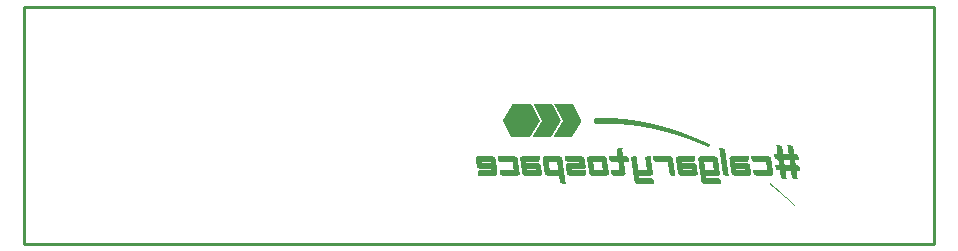
<source format=gbo>
G04*
G04 #@! TF.GenerationSoftware,Altium Limited,Altium Designer,21.8.1 (53)*
G04*
G04 Layer_Color=32896*
%FSLAX44Y44*%
%MOMM*%
G71*
G04*
G04 #@! TF.SameCoordinates,FBE6A57E-38F0-4EBD-B617-FC09060C68E2*
G04*
G04*
G04 #@! TF.FilePolarity,Positive*
G04*
G01*
G75*
%ADD15C,0.2540*%
G36*
X464602Y117787D02*
X464651D01*
Y117690D01*
X464700D01*
Y117592D01*
X464748D01*
Y117494D01*
X464797D01*
Y117397D01*
X464846D01*
Y117299D01*
X464895D01*
Y117202D01*
X464944D01*
Y117104D01*
X464992D01*
Y117006D01*
X465041D01*
Y116909D01*
X465090D01*
Y116811D01*
X465139D01*
Y116762D01*
X465188D01*
Y116665D01*
X465237D01*
Y116567D01*
X465285D01*
Y116469D01*
X465334D01*
Y116372D01*
X465383D01*
Y116274D01*
X465432D01*
Y116177D01*
X465481D01*
Y116079D01*
X465529D01*
Y115981D01*
X465578D01*
Y115884D01*
X465627D01*
Y115786D01*
X465676D01*
Y115688D01*
X465725D01*
Y115640D01*
X465773D01*
Y115542D01*
X465822D01*
Y115444D01*
X465871D01*
Y115347D01*
X465920D01*
Y115249D01*
X465969D01*
Y115152D01*
X466017D01*
Y115054D01*
X466066D01*
Y114956D01*
X466115D01*
Y114859D01*
X466164D01*
Y114761D01*
X466213D01*
Y114663D01*
X466261D01*
Y114566D01*
X466310D01*
Y114468D01*
X466359D01*
Y114419D01*
X466408D01*
Y114322D01*
X466457D01*
Y114224D01*
X466506D01*
Y114127D01*
X466554D01*
Y114029D01*
X466603D01*
Y113931D01*
X466652D01*
Y113834D01*
X466701D01*
Y113736D01*
X466750D01*
Y113638D01*
X466798D01*
Y113541D01*
X466847D01*
Y113443D01*
X466896D01*
Y113346D01*
X466945D01*
Y113248D01*
X466994D01*
Y113199D01*
X467043D01*
Y113102D01*
X467091D01*
Y113004D01*
X467140D01*
Y112906D01*
X467189D01*
Y112809D01*
X467238D01*
Y112711D01*
X467286D01*
Y112613D01*
X467335D01*
Y112516D01*
X467384D01*
Y112418D01*
X467433D01*
Y112321D01*
X467482D01*
Y112223D01*
X467531D01*
Y112125D01*
X467579D01*
Y112028D01*
X467628D01*
Y111930D01*
X467677D01*
Y111881D01*
X467726D01*
Y111784D01*
X467775D01*
Y111686D01*
X467823D01*
Y111588D01*
X467872D01*
Y111491D01*
X467921D01*
Y111393D01*
X467970D01*
Y111296D01*
X468019D01*
Y111198D01*
X468068D01*
Y111100D01*
X468116D01*
Y111003D01*
X468165D01*
Y110905D01*
X468214D01*
Y110808D01*
X468263D01*
Y110710D01*
X468312D01*
Y110661D01*
X468360D01*
Y110563D01*
X468409D01*
Y110466D01*
X468458D01*
Y110368D01*
X468507D01*
Y110271D01*
X468556D01*
Y110173D01*
X468604D01*
Y110075D01*
X468653D01*
Y109978D01*
X468702D01*
Y109880D01*
X468751D01*
Y109782D01*
X468800D01*
Y109685D01*
X468848D01*
Y109587D01*
X468897D01*
Y109490D01*
X468946D01*
Y109441D01*
X468995D01*
Y109343D01*
X469044D01*
Y109246D01*
X469092D01*
Y109148D01*
X469141D01*
Y109050D01*
X469190D01*
Y108953D01*
X469239D01*
Y108855D01*
X469288D01*
Y108757D01*
X469337D01*
Y108660D01*
X469385D01*
Y108562D01*
X469434D01*
Y108465D01*
X469483D01*
Y108367D01*
X469532D01*
Y108318D01*
X469581D01*
Y108221D01*
X469629D01*
Y108123D01*
X469678D01*
Y108025D01*
X469727D01*
Y107928D01*
X469776D01*
Y107830D01*
X469825D01*
Y107732D01*
X469874D01*
Y107635D01*
X469922D01*
Y107537D01*
X469971D01*
Y107440D01*
X470020D01*
Y107342D01*
X470069D01*
Y107244D01*
X470117D01*
Y107147D01*
X470166D01*
Y107098D01*
X470215D01*
Y107000D01*
X470264D01*
Y106903D01*
X470313D01*
Y106805D01*
X470362D01*
Y106707D01*
X470410D01*
Y106610D01*
X470459D01*
Y106512D01*
X470508D01*
Y106414D01*
X470557D01*
Y106317D01*
X470606D01*
Y106219D01*
X470654D01*
Y106122D01*
X470703D01*
Y106024D01*
X470752D01*
Y105927D01*
X470801D01*
Y105878D01*
X470850D01*
Y105780D01*
X470899D01*
Y105682D01*
X470947D01*
Y105585D01*
X470996D01*
Y105487D01*
X471045D01*
Y105389D01*
X471094D01*
Y105292D01*
X471143D01*
Y105194D01*
X471191D01*
Y105097D01*
X471240D01*
Y104999D01*
X471289D01*
Y104901D01*
X471338D01*
Y104804D01*
X471387D01*
Y104706D01*
X471435D01*
Y104657D01*
X471484D01*
Y104560D01*
X471533D01*
Y104462D01*
X471582D01*
Y104365D01*
X471631D01*
Y104267D01*
X471679D01*
Y104169D01*
X471728D01*
Y104072D01*
X471777D01*
Y103974D01*
X471826D01*
Y103876D01*
X471875D01*
Y103779D01*
X471923D01*
Y103730D01*
X471875D01*
Y103681D01*
X471826D01*
Y103584D01*
X471777D01*
Y103486D01*
X471728D01*
Y103437D01*
X471679D01*
Y103340D01*
X471631D01*
Y103242D01*
X471582D01*
Y103193D01*
X471533D01*
Y103096D01*
X471484D01*
Y102998D01*
X471435D01*
Y102949D01*
X471387D01*
Y102851D01*
X471338D01*
Y102803D01*
X471289D01*
Y102705D01*
X471240D01*
Y102607D01*
X471191D01*
Y102558D01*
X471143D01*
Y102461D01*
X471094D01*
Y102363D01*
X471045D01*
Y102315D01*
X470996D01*
Y102217D01*
X470947D01*
Y102119D01*
X470899D01*
Y102070D01*
X470850D01*
Y101973D01*
X470801D01*
Y101875D01*
X470752D01*
Y101826D01*
X470703D01*
Y101729D01*
X470654D01*
Y101631D01*
X470606D01*
Y101582D01*
X470557D01*
Y101485D01*
X470508D01*
Y101387D01*
X470459D01*
Y101338D01*
X470410D01*
Y101241D01*
X470362D01*
Y101143D01*
X470313D01*
Y101094D01*
X470264D01*
Y100997D01*
X470215D01*
Y100948D01*
X470166D01*
Y100850D01*
X470117D01*
Y100753D01*
X470069D01*
Y100704D01*
X470020D01*
Y100606D01*
X469971D01*
Y100508D01*
X469922D01*
Y100460D01*
X469874D01*
Y100362D01*
X469825D01*
Y100264D01*
X469776D01*
Y100216D01*
X469727D01*
Y100118D01*
X469678D01*
Y100020D01*
X469629D01*
Y99972D01*
X469581D01*
Y99874D01*
X469532D01*
Y99776D01*
X469483D01*
Y99727D01*
X469434D01*
Y99630D01*
X469385D01*
Y99532D01*
X469337D01*
Y99483D01*
X469288D01*
Y99386D01*
X469239D01*
Y99337D01*
X469190D01*
Y99239D01*
X469141D01*
Y99142D01*
X469092D01*
Y99093D01*
X469044D01*
Y98995D01*
X468995D01*
Y98898D01*
X468946D01*
Y98849D01*
X468897D01*
Y98751D01*
X468848D01*
Y98654D01*
X468800D01*
Y98605D01*
X468751D01*
Y98507D01*
X468702D01*
Y98410D01*
X468653D01*
Y98361D01*
X468604D01*
Y98263D01*
X468556D01*
Y98166D01*
X468507D01*
Y98117D01*
X468458D01*
Y98019D01*
X468409D01*
Y97970D01*
X468360D01*
Y97873D01*
X468312D01*
Y97775D01*
X468263D01*
Y97726D01*
X468214D01*
Y97629D01*
X468165D01*
Y97531D01*
X468116D01*
Y97482D01*
X468068D01*
Y97385D01*
X468019D01*
Y97287D01*
X467970D01*
Y97238D01*
X467921D01*
Y97141D01*
X467872D01*
Y97043D01*
X467823D01*
Y96994D01*
X467775D01*
Y96896D01*
X467726D01*
Y96799D01*
X467677D01*
Y96750D01*
X467628D01*
Y96652D01*
X467579D01*
Y96604D01*
X467531D01*
Y96506D01*
X467482D01*
Y96408D01*
X467433D01*
Y96360D01*
X467384D01*
Y96262D01*
X467335D01*
Y96164D01*
X467286D01*
Y96116D01*
X467238D01*
Y96018D01*
X467189D01*
Y95920D01*
X467140D01*
Y95871D01*
X467091D01*
Y95774D01*
X467043D01*
Y95676D01*
X466994D01*
Y95627D01*
X466945D01*
Y95530D01*
X466896D01*
Y95432D01*
X466847D01*
Y95383D01*
X466798D01*
Y95286D01*
X466750D01*
Y95188D01*
X466701D01*
Y95139D01*
X466652D01*
Y95042D01*
X466603D01*
Y94993D01*
X466554D01*
Y94895D01*
X466506D01*
Y94798D01*
X466457D01*
Y94749D01*
X466408D01*
Y94651D01*
X466359D01*
Y94554D01*
X466310D01*
Y94505D01*
X466261D01*
Y94407D01*
X466213D01*
Y94310D01*
X466164D01*
Y94261D01*
X466115D01*
Y94163D01*
X466066D01*
Y94066D01*
X466017D01*
Y94017D01*
X465969D01*
Y93919D01*
X465920D01*
Y93821D01*
X465871D01*
Y93773D01*
X465822D01*
Y93675D01*
X465773D01*
Y93577D01*
X465725D01*
Y93529D01*
X465676D01*
Y93431D01*
X465627D01*
Y93382D01*
X465578D01*
Y93285D01*
X465529D01*
Y93187D01*
X465481D01*
Y93138D01*
X465432D01*
Y93041D01*
X465383D01*
Y92943D01*
X465334D01*
Y92894D01*
X465285D01*
Y92796D01*
X465237D01*
Y92699D01*
X465188D01*
Y92650D01*
X465139D01*
Y92552D01*
X465090D01*
Y92455D01*
X465041D01*
Y92406D01*
X464992D01*
Y92308D01*
X464944D01*
Y92211D01*
X464895D01*
Y92162D01*
X464846D01*
Y92064D01*
X464797D01*
Y92015D01*
X464748D01*
Y91918D01*
X464700D01*
Y91820D01*
X464651D01*
Y91771D01*
X464602D01*
Y91674D01*
X464553D01*
Y91576D01*
X464504D01*
Y91527D01*
X464455D01*
Y91430D01*
X464407D01*
Y91332D01*
X464358D01*
Y91283D01*
X464309D01*
Y91186D01*
X464260D01*
Y91088D01*
X464212D01*
Y91039D01*
X464163D01*
Y90942D01*
X464114D01*
Y90844D01*
X464065D01*
Y90795D01*
X464016D01*
Y90698D01*
X463967D01*
Y90649D01*
X463919D01*
Y90551D01*
X463870D01*
Y90454D01*
X463821D01*
Y90405D01*
X448006D01*
Y90502D01*
X448055D01*
Y90600D01*
X448104D01*
Y90649D01*
X448153D01*
Y90746D01*
X448202D01*
Y90844D01*
X448251D01*
Y90893D01*
X448299D01*
Y90990D01*
X448348D01*
Y91088D01*
X448397D01*
Y91137D01*
X448446D01*
Y91235D01*
X448495D01*
Y91332D01*
X448543D01*
Y91381D01*
X448592D01*
Y91479D01*
X448641D01*
Y91527D01*
X448690D01*
Y91625D01*
X448739D01*
Y91723D01*
X448787D01*
Y91771D01*
X448836D01*
Y91869D01*
X448885D01*
Y91967D01*
X448934D01*
Y92015D01*
X448983D01*
Y92113D01*
X449031D01*
Y92211D01*
X449080D01*
Y92260D01*
X449129D01*
Y92357D01*
X449178D01*
Y92455D01*
X449227D01*
Y92504D01*
X449276D01*
Y92601D01*
X449324D01*
Y92699D01*
X449373D01*
Y92748D01*
X449422D01*
Y92845D01*
X449471D01*
Y92943D01*
X449520D01*
Y92992D01*
X449568D01*
Y93089D01*
X449617D01*
Y93187D01*
X449666D01*
Y93236D01*
X449715D01*
Y93333D01*
X449764D01*
Y93382D01*
X449812D01*
Y93480D01*
X449861D01*
Y93577D01*
X449910D01*
Y93626D01*
X449959D01*
Y93724D01*
X450008D01*
Y93821D01*
X450056D01*
Y93870D01*
X450105D01*
Y93968D01*
X450154D01*
Y94066D01*
X450203D01*
Y94114D01*
X450252D01*
Y94212D01*
X450300D01*
Y94310D01*
X450349D01*
Y94358D01*
X450398D01*
Y94456D01*
X450447D01*
Y94554D01*
X450496D01*
Y94602D01*
X450545D01*
Y94700D01*
X450593D01*
Y94798D01*
X450642D01*
Y94846D01*
X450691D01*
Y94944D01*
X450740D01*
Y94993D01*
X450789D01*
Y95091D01*
X450838D01*
Y95188D01*
X450886D01*
Y95237D01*
X450935D01*
Y95335D01*
X450984D01*
Y95432D01*
X451033D01*
Y95481D01*
X451082D01*
Y95579D01*
X451130D01*
Y95676D01*
X451179D01*
Y95725D01*
X451228D01*
Y95823D01*
X451277D01*
Y95920D01*
X451325D01*
Y95969D01*
X451374D01*
Y96067D01*
X451423D01*
Y96164D01*
X451472D01*
Y96213D01*
X451521D01*
Y96311D01*
X451570D01*
Y96408D01*
X451618D01*
Y96457D01*
X451667D01*
Y96555D01*
X451716D01*
Y96652D01*
X451765D01*
Y96701D01*
X451814D01*
Y96799D01*
X451862D01*
Y96848D01*
X451911D01*
Y96945D01*
X451960D01*
Y97043D01*
X452009D01*
Y97092D01*
X452058D01*
Y97189D01*
X452107D01*
Y97287D01*
X452155D01*
Y97336D01*
X452204D01*
Y97434D01*
X452253D01*
Y97531D01*
X452302D01*
Y97580D01*
X452351D01*
Y97677D01*
X452399D01*
Y97775D01*
X452448D01*
Y97824D01*
X452497D01*
Y97921D01*
X452546D01*
Y98019D01*
X452595D01*
Y98068D01*
X452643D01*
Y98166D01*
X452692D01*
Y98214D01*
X452741D01*
Y98312D01*
X452790D01*
Y98410D01*
X452839D01*
Y98458D01*
X452887D01*
Y98556D01*
X452936D01*
Y98654D01*
X452985D01*
Y98702D01*
X453034D01*
Y98800D01*
X453083D01*
Y98898D01*
X453131D01*
Y98947D01*
X453180D01*
Y99044D01*
X453229D01*
Y99142D01*
X453278D01*
Y99191D01*
X453327D01*
Y99288D01*
X453376D01*
Y99386D01*
X453424D01*
Y99435D01*
X453473D01*
Y99532D01*
X453522D01*
Y99630D01*
X453571D01*
Y99679D01*
X453620D01*
Y99776D01*
X453668D01*
Y99825D01*
X453717D01*
Y99923D01*
X453766D01*
Y100020D01*
X453815D01*
Y100069D01*
X453864D01*
Y100167D01*
X453913D01*
Y100264D01*
X453961D01*
Y100313D01*
X454010D01*
Y100411D01*
X454059D01*
Y100508D01*
X454108D01*
Y100557D01*
X454156D01*
Y100655D01*
X454205D01*
Y100753D01*
X454254D01*
Y100801D01*
X454303D01*
Y100899D01*
X454352D01*
Y100997D01*
X454401D01*
Y101045D01*
X454449D01*
Y101143D01*
X454498D01*
Y101192D01*
X454547D01*
Y101290D01*
X454596D01*
Y101387D01*
X454645D01*
Y101436D01*
X454693D01*
Y101533D01*
X454742D01*
Y101631D01*
X454791D01*
Y101680D01*
X454840D01*
Y101778D01*
X454889D01*
Y101875D01*
X454938D01*
Y101924D01*
X454986D01*
Y102022D01*
X455035D01*
Y102119D01*
X455084D01*
Y102168D01*
X455133D01*
Y102266D01*
X455182D01*
Y102363D01*
X455230D01*
Y102412D01*
X455279D01*
Y102510D01*
X455328D01*
Y102607D01*
X455377D01*
Y102656D01*
X455426D01*
Y102754D01*
X455474D01*
Y102851D01*
X455523D01*
Y102900D01*
X455572D01*
Y102998D01*
X455621D01*
Y103047D01*
X455670D01*
Y103144D01*
X455718D01*
Y103242D01*
X455767D01*
Y103291D01*
X455816D01*
Y103388D01*
X455865D01*
Y103486D01*
X455914D01*
Y103535D01*
X455962D01*
Y103632D01*
X456011D01*
Y103730D01*
X456060D01*
Y103779D01*
X456011D01*
Y103876D01*
X455962D01*
Y103974D01*
X455914D01*
Y104072D01*
X455865D01*
Y104169D01*
X455816D01*
Y104267D01*
X455767D01*
Y104365D01*
X455718D01*
Y104462D01*
X455670D01*
Y104511D01*
X455621D01*
Y104609D01*
X455572D01*
Y104706D01*
X455523D01*
Y104804D01*
X455474D01*
Y104901D01*
X455426D01*
Y104999D01*
X455377D01*
Y105097D01*
X455328D01*
Y105194D01*
X455279D01*
Y105292D01*
X455230D01*
Y105389D01*
X455182D01*
Y105487D01*
X455133D01*
Y105536D01*
X455084D01*
Y105634D01*
X455035D01*
Y105731D01*
X454986D01*
Y105829D01*
X454938D01*
Y105927D01*
X454889D01*
Y106024D01*
X454840D01*
Y106122D01*
X454791D01*
Y106219D01*
X454742D01*
Y106317D01*
X454693D01*
Y106414D01*
X454645D01*
Y106512D01*
X454596D01*
Y106610D01*
X454547D01*
Y106707D01*
X454498D01*
Y106756D01*
X454449D01*
Y106854D01*
X454401D01*
Y106952D01*
X454352D01*
Y107049D01*
X454303D01*
Y107147D01*
X454254D01*
Y107244D01*
X454205D01*
Y107342D01*
X454156D01*
Y107440D01*
X454108D01*
Y107537D01*
X454059D01*
Y107635D01*
X454010D01*
Y107732D01*
X453961D01*
Y107830D01*
X453913D01*
Y107928D01*
X453864D01*
Y107977D01*
X453815D01*
Y108074D01*
X453766D01*
Y108172D01*
X453717D01*
Y108269D01*
X453668D01*
Y108367D01*
X453620D01*
Y108465D01*
X453571D01*
Y108562D01*
X453522D01*
Y108660D01*
X453473D01*
Y108757D01*
X453424D01*
Y108855D01*
X453376D01*
Y108953D01*
X453327D01*
Y109050D01*
X453278D01*
Y109148D01*
X453229D01*
Y109246D01*
X453180D01*
Y109343D01*
X453131D01*
Y109392D01*
X453083D01*
Y109490D01*
X453034D01*
Y109587D01*
X452985D01*
Y109685D01*
X452936D01*
Y109782D01*
X452887D01*
Y109880D01*
X452839D01*
Y109978D01*
X452790D01*
Y110075D01*
X452741D01*
Y110173D01*
X452692D01*
Y110271D01*
X452643D01*
Y110368D01*
X452595D01*
Y110466D01*
X452546D01*
Y110563D01*
X452497D01*
Y110612D01*
X452448D01*
Y110710D01*
X452399D01*
Y110808D01*
X452351D01*
Y110905D01*
X452302D01*
Y111003D01*
X452253D01*
Y111100D01*
X452204D01*
Y111198D01*
X452155D01*
Y111296D01*
X452107D01*
Y111393D01*
X452058D01*
Y111491D01*
X452009D01*
Y111588D01*
X451960D01*
Y111686D01*
X451911D01*
Y111784D01*
X451862D01*
Y111833D01*
X451814D01*
Y111930D01*
X451765D01*
Y112028D01*
X451716D01*
Y112125D01*
X451667D01*
Y112223D01*
X451618D01*
Y112321D01*
X451570D01*
Y112418D01*
X451521D01*
Y112516D01*
X451472D01*
Y112613D01*
X451423D01*
Y112711D01*
X451374D01*
Y112809D01*
X451325D01*
Y112906D01*
X451277D01*
Y113004D01*
X451228D01*
Y113053D01*
X451179D01*
Y113150D01*
X451130D01*
Y113248D01*
X451082D01*
Y113346D01*
X451033D01*
Y113443D01*
X450984D01*
Y113541D01*
X450935D01*
Y113638D01*
X450886D01*
Y113736D01*
X450838D01*
Y113834D01*
X450789D01*
Y113931D01*
X450740D01*
Y114029D01*
X450691D01*
Y114127D01*
X450642D01*
Y114224D01*
X450593D01*
Y114322D01*
X450545D01*
Y114419D01*
X450496D01*
Y114468D01*
X450447D01*
Y114566D01*
X450398D01*
Y114663D01*
X450349D01*
Y114761D01*
X450300D01*
Y114859D01*
X450252D01*
Y114956D01*
X450203D01*
Y115054D01*
X450154D01*
Y115152D01*
X450105D01*
Y115249D01*
X450056D01*
Y115347D01*
X450008D01*
Y115444D01*
X449959D01*
Y115542D01*
X449910D01*
Y115640D01*
X449861D01*
Y115688D01*
X449812D01*
Y115786D01*
X449764D01*
Y115884D01*
X449715D01*
Y115981D01*
X449666D01*
Y116079D01*
X449617D01*
Y116177D01*
X449568D01*
Y116274D01*
X449520D01*
Y116372D01*
X449471D01*
Y116469D01*
X449422D01*
Y116567D01*
X449373D01*
Y116665D01*
X449324D01*
Y116762D01*
X449276D01*
Y116860D01*
X449227D01*
Y116909D01*
X449178D01*
Y117006D01*
X449129D01*
Y117104D01*
X449080D01*
Y117202D01*
X449031D01*
Y117299D01*
X448983D01*
Y117397D01*
X448934D01*
Y117494D01*
X448885D01*
Y117592D01*
X448836D01*
Y117690D01*
X448787D01*
Y117836D01*
X464602D01*
Y117787D01*
D02*
G37*
G36*
X447030Y117934D02*
X447079D01*
Y117836D01*
X447128D01*
Y117787D01*
X447177D01*
Y117690D01*
X447225D01*
Y117592D01*
X447274D01*
Y117494D01*
X447323D01*
Y117397D01*
X447372D01*
Y117299D01*
X447421D01*
Y117202D01*
X447469D01*
Y117104D01*
X447518D01*
Y117006D01*
X447567D01*
Y116909D01*
X447616D01*
Y116811D01*
X447665D01*
Y116713D01*
X447714D01*
Y116616D01*
X447762D01*
Y116518D01*
X447811D01*
Y116421D01*
X447860D01*
Y116323D01*
X447909D01*
Y116225D01*
X447958D01*
Y116128D01*
X448006D01*
Y116030D01*
X448055D01*
Y115933D01*
X448104D01*
Y115884D01*
X448153D01*
Y115786D01*
X448202D01*
Y115688D01*
X448251D01*
Y115591D01*
X448299D01*
Y115493D01*
X448348D01*
Y115396D01*
X448397D01*
Y115298D01*
X448446D01*
Y115249D01*
Y115200D01*
X448495D01*
Y115103D01*
X448543D01*
Y115005D01*
X448592D01*
Y114908D01*
X448641D01*
Y114810D01*
X448690D01*
Y114712D01*
X448739D01*
Y114615D01*
X448787D01*
Y114517D01*
X448836D01*
Y114419D01*
X448885D01*
Y114322D01*
X448934D01*
Y114224D01*
X448983D01*
Y114175D01*
X449031D01*
Y114078D01*
X449080D01*
Y113980D01*
X449129D01*
Y113883D01*
X449178D01*
Y113785D01*
X449227D01*
Y113687D01*
X449276D01*
Y113590D01*
X449324D01*
Y113492D01*
X449373D01*
Y113394D01*
X449422D01*
Y113297D01*
X449471D01*
Y113199D01*
X449520D01*
Y113102D01*
X449568D01*
Y113004D01*
X449617D01*
Y112906D01*
X449666D01*
Y112809D01*
X449715D01*
Y112711D01*
X449764D01*
Y112613D01*
X449812D01*
Y112516D01*
X449861D01*
Y112418D01*
X449910D01*
Y112321D01*
X449959D01*
Y112223D01*
X450008D01*
Y112125D01*
X450056D01*
Y112077D01*
X450105D01*
Y111979D01*
X450154D01*
Y111881D01*
X450203D01*
Y111784D01*
X450252D01*
Y111686D01*
X450300D01*
Y111588D01*
X450349D01*
Y111491D01*
X450398D01*
Y111393D01*
X450447D01*
Y111296D01*
X450496D01*
Y111198D01*
X450545D01*
Y111100D01*
X450593D01*
Y111003D01*
X450642D01*
Y110905D01*
X450691D01*
Y110808D01*
X450740D01*
Y110710D01*
X450789D01*
Y110612D01*
X450838D01*
Y110515D01*
X450886D01*
Y110417D01*
X450935D01*
Y110319D01*
X450984D01*
Y110222D01*
X451033D01*
Y110124D01*
X451082D01*
Y110075D01*
X451130D01*
Y109978D01*
X451179D01*
Y109880D01*
X451228D01*
Y109782D01*
X451277D01*
Y109685D01*
X451325D01*
Y109587D01*
X451374D01*
Y109490D01*
X451423D01*
Y109392D01*
X451472D01*
Y109294D01*
X451521D01*
Y109197D01*
X451570D01*
Y109099D01*
X451618D01*
Y109002D01*
X451667D01*
Y108904D01*
X451716D01*
Y108806D01*
X451765D01*
Y108709D01*
X451814D01*
Y108611D01*
X451862D01*
Y108513D01*
X451911D01*
Y108416D01*
X451960D01*
Y108318D01*
X452009D01*
Y108269D01*
X452058D01*
Y108172D01*
X452107D01*
Y108074D01*
X452155D01*
Y107977D01*
X452204D01*
Y107879D01*
X452253D01*
Y107781D01*
X452302D01*
Y107684D01*
X452351D01*
Y107586D01*
X452399D01*
Y107488D01*
X452448D01*
Y107391D01*
X452497D01*
Y107293D01*
X452546D01*
Y107196D01*
X452595D01*
Y107098D01*
X452643D01*
Y107000D01*
X452692D01*
Y106903D01*
X452741D01*
Y106805D01*
X452790D01*
Y106707D01*
X452839D01*
Y106610D01*
X452887D01*
Y106512D01*
X452936D01*
Y106414D01*
X452985D01*
Y106317D01*
X453034D01*
Y106268D01*
X453083D01*
Y106171D01*
X453131D01*
Y106073D01*
X453180D01*
Y105975D01*
X453229D01*
Y105878D01*
X453278D01*
Y105780D01*
X453327D01*
Y105682D01*
X453376D01*
Y105585D01*
X453424D01*
Y105487D01*
X453473D01*
Y105389D01*
X453522D01*
Y105292D01*
X453571D01*
Y105194D01*
X453620D01*
Y105097D01*
X453668D01*
Y104999D01*
X453717D01*
Y104901D01*
X453766D01*
Y104804D01*
X453815D01*
Y104706D01*
X453864D01*
Y104609D01*
X453913D01*
Y104511D01*
X453961D01*
Y104413D01*
X454010D01*
Y104316D01*
X454059D01*
Y104267D01*
X454108D01*
Y104169D01*
X454156D01*
Y104072D01*
X454205D01*
Y103974D01*
X454254D01*
Y103828D01*
X454205D01*
Y103730D01*
X454156D01*
Y103632D01*
X454108D01*
Y103584D01*
X454059D01*
Y103486D01*
X454010D01*
Y103388D01*
X453961D01*
Y103340D01*
X453913D01*
Y103242D01*
X453864D01*
Y103144D01*
X453815D01*
Y103096D01*
X453766D01*
Y102998D01*
X453717D01*
Y102900D01*
X453668D01*
Y102851D01*
X453620D01*
Y102754D01*
X453571D01*
Y102705D01*
X453522D01*
Y102607D01*
X453473D01*
Y102510D01*
X453424D01*
Y102461D01*
X453376D01*
Y102363D01*
X453327D01*
Y102266D01*
X453278D01*
Y102217D01*
X453229D01*
Y102119D01*
X453180D01*
Y102022D01*
X453131D01*
Y101973D01*
X453083D01*
Y101875D01*
X453034D01*
Y101778D01*
X452985D01*
Y101729D01*
X452936D01*
Y101631D01*
X452887D01*
Y101533D01*
X452839D01*
Y101485D01*
X452790D01*
Y101387D01*
X452741D01*
Y101338D01*
X452692D01*
Y101241D01*
X452643D01*
Y101143D01*
X452595D01*
Y101094D01*
X452546D01*
Y100997D01*
X452497D01*
Y100899D01*
X452448D01*
Y100850D01*
X452399D01*
Y100753D01*
X452351D01*
Y100655D01*
X452302D01*
Y100606D01*
X452253D01*
Y100508D01*
X452204D01*
Y100411D01*
X452155D01*
Y100362D01*
X452107D01*
Y100264D01*
X452058D01*
Y100167D01*
X452009D01*
Y100118D01*
X451960D01*
Y100020D01*
X451911D01*
Y99923D01*
X451862D01*
Y99874D01*
X451814D01*
Y99776D01*
X451765D01*
Y99727D01*
X451716D01*
Y99630D01*
X451667D01*
Y99532D01*
X451618D01*
Y99483D01*
X451570D01*
Y99386D01*
X451521D01*
Y99288D01*
X451472D01*
Y99239D01*
X451423D01*
Y99142D01*
X451374D01*
Y99044D01*
X451325D01*
Y98995D01*
X451277D01*
Y98898D01*
X451228D01*
Y98800D01*
X451179D01*
Y98751D01*
X451130D01*
Y98654D01*
X451082D01*
Y98556D01*
X451033D01*
Y98507D01*
X450984D01*
Y98410D01*
X450935D01*
Y98312D01*
X450886D01*
Y98263D01*
X450838D01*
Y98166D01*
X450789D01*
Y98117D01*
X450740D01*
Y98019D01*
X450691D01*
Y97921D01*
X450642D01*
Y97873D01*
X450593D01*
Y97775D01*
X450545D01*
Y97677D01*
X450496D01*
Y97629D01*
X450447D01*
Y97531D01*
X450398D01*
Y97434D01*
X450349D01*
Y97385D01*
X450300D01*
Y97287D01*
X450252D01*
Y97189D01*
X450203D01*
Y97141D01*
X450154D01*
Y97043D01*
X450105D01*
Y96945D01*
X450056D01*
Y96896D01*
X450008D01*
Y96799D01*
X449959D01*
Y96750D01*
X449910D01*
Y96652D01*
X449861D01*
Y96555D01*
X449812D01*
Y96506D01*
X449764D01*
Y96408D01*
X449715D01*
Y96311D01*
X449666D01*
Y96262D01*
X449617D01*
Y96164D01*
X449568D01*
Y96067D01*
X449520D01*
Y96018D01*
X449471D01*
Y95920D01*
X449422D01*
Y95823D01*
X449373D01*
Y95774D01*
X449324D01*
Y95676D01*
X449276D01*
Y95579D01*
X449227D01*
Y95530D01*
X449178D01*
Y95432D01*
X449129D01*
Y95383D01*
X449080D01*
Y95286D01*
X449031D01*
Y95188D01*
X448983D01*
Y95139D01*
X448934D01*
Y95042D01*
X448885D01*
Y94944D01*
X448836D01*
Y94895D01*
X448787D01*
Y94798D01*
X448739D01*
Y94700D01*
X448690D01*
Y94651D01*
X448641D01*
Y94554D01*
X448592D01*
Y94456D01*
X448543D01*
Y94407D01*
X448495D01*
Y94310D01*
X448446D01*
Y94212D01*
X448397D01*
Y94163D01*
X448348D01*
Y94066D01*
X448299D01*
Y94017D01*
X448251D01*
Y93919D01*
X448202D01*
Y93821D01*
X448153D01*
Y93773D01*
X448104D01*
Y93675D01*
X448055D01*
Y93577D01*
X448006D01*
Y93529D01*
X447958D01*
Y93431D01*
X447909D01*
Y93333D01*
X447860D01*
Y93285D01*
X447811D01*
Y93187D01*
X447762D01*
Y93089D01*
X447714D01*
Y93041D01*
X447665D01*
Y92943D01*
X447616D01*
Y92845D01*
X447567D01*
Y92796D01*
X447518D01*
Y92699D01*
X447469D01*
Y92650D01*
X447421D01*
Y92552D01*
X447372D01*
Y92455D01*
X447323D01*
Y92406D01*
X447274D01*
Y92308D01*
X447225D01*
Y92211D01*
X447177D01*
Y92162D01*
X447128D01*
Y92064D01*
X447079D01*
Y91967D01*
X447030D01*
Y91918D01*
X446981D01*
Y91820D01*
X446933D01*
Y91723D01*
X446884D01*
Y91674D01*
X446835D01*
Y91576D01*
X446786D01*
Y91479D01*
X446737D01*
Y91430D01*
X446689D01*
Y91332D01*
X446640D01*
Y91283D01*
X446591D01*
Y91186D01*
X446542D01*
Y91088D01*
X446493D01*
Y91039D01*
X446445D01*
Y90942D01*
X446396D01*
Y90844D01*
X446347D01*
Y90795D01*
X446298D01*
Y90698D01*
X446249D01*
Y90600D01*
X446200D01*
Y90551D01*
X446152D01*
Y90454D01*
X446103D01*
Y90356D01*
X446054D01*
Y90307D01*
X446005D01*
Y90210D01*
X445956D01*
Y90161D01*
X445908D01*
Y90112D01*
X441515D01*
Y90063D01*
X434388D01*
Y90014D01*
X430044D01*
Y90112D01*
X430093D01*
Y90161D01*
X430142D01*
Y90258D01*
X430191D01*
Y90356D01*
X430239D01*
Y90405D01*
X430288D01*
Y90502D01*
X430337D01*
Y90600D01*
X430386D01*
Y90649D01*
X430435D01*
Y90746D01*
X430484D01*
Y90795D01*
X430532D01*
Y90893D01*
X430581D01*
Y90990D01*
X430630D01*
Y91039D01*
X430679D01*
Y91137D01*
X430728D01*
Y91235D01*
X430776D01*
Y91283D01*
X430825D01*
Y91381D01*
X430874D01*
Y91479D01*
X430923D01*
Y91527D01*
X430972D01*
Y91625D01*
X431020D01*
Y91723D01*
X431069D01*
Y91771D01*
X431118D01*
Y91869D01*
X431167D01*
Y91967D01*
X431216D01*
Y92015D01*
X431264D01*
Y92113D01*
X431313D01*
Y92211D01*
X431362D01*
Y92260D01*
X431411D01*
Y92357D01*
X431460D01*
Y92455D01*
X431509D01*
Y92504D01*
X431557D01*
Y92601D01*
X431606D01*
Y92650D01*
X431655D01*
Y92748D01*
X431704D01*
Y92845D01*
X431753D01*
Y92894D01*
X431801D01*
Y92992D01*
X431850D01*
Y93089D01*
X431899D01*
Y93138D01*
X431948D01*
Y93236D01*
X431997D01*
Y93333D01*
X432046D01*
Y93382D01*
X432094D01*
Y93480D01*
X432143D01*
Y93577D01*
X432192D01*
Y93626D01*
X432241D01*
Y93724D01*
X432290D01*
Y93821D01*
X432338D01*
Y93870D01*
X432387D01*
Y93968D01*
X432436D01*
Y94066D01*
X432485D01*
Y94114D01*
X432534D01*
Y94212D01*
X432582D01*
Y94310D01*
X432631D01*
Y94358D01*
X432680D01*
Y94456D01*
X432729D01*
Y94505D01*
X432778D01*
Y94602D01*
X432826D01*
Y94700D01*
X432875D01*
Y94749D01*
X432924D01*
Y94846D01*
X432973D01*
Y94944D01*
X433022D01*
Y94993D01*
X433070D01*
Y95091D01*
X433119D01*
Y95188D01*
X433168D01*
Y95237D01*
X433217D01*
Y95335D01*
X433266D01*
Y95432D01*
X433315D01*
Y95481D01*
X433363D01*
Y95579D01*
X433412D01*
Y95676D01*
X433461D01*
Y95725D01*
X433510D01*
Y95823D01*
X433559D01*
Y95920D01*
X433607D01*
Y95969D01*
X433656D01*
Y96067D01*
X433705D01*
Y96164D01*
X433754D01*
Y96213D01*
X433803D01*
Y96311D01*
X433852D01*
Y96360D01*
X433900D01*
Y96457D01*
X433949D01*
Y96555D01*
X433998D01*
Y96604D01*
X434047D01*
Y96701D01*
X434095D01*
Y96799D01*
X434144D01*
Y96848D01*
X434193D01*
Y96945D01*
X434242D01*
Y97043D01*
X434291D01*
Y97092D01*
X434339D01*
Y97189D01*
X434388D01*
Y97287D01*
X434437D01*
Y97336D01*
X434486D01*
Y97434D01*
X434535D01*
Y97531D01*
X434584D01*
Y97580D01*
X434632D01*
Y97677D01*
X434681D01*
Y97775D01*
X434730D01*
Y97824D01*
X434779D01*
Y97921D01*
X434828D01*
Y98019D01*
X434877D01*
Y98068D01*
X434925D01*
Y98166D01*
X434974D01*
Y98214D01*
X435023D01*
Y98312D01*
X435072D01*
Y98410D01*
X435121D01*
Y98458D01*
X435169D01*
Y98556D01*
X435218D01*
Y98654D01*
X435267D01*
Y98702D01*
X435316D01*
Y98800D01*
X435365D01*
Y98898D01*
X435413D01*
Y98947D01*
X435462D01*
Y99044D01*
X435511D01*
Y99142D01*
X435560D01*
Y99191D01*
X435609D01*
Y99288D01*
X435657D01*
Y99386D01*
X435706D01*
Y99435D01*
X435755D01*
Y99532D01*
X435804D01*
Y99581D01*
X435853D01*
Y99679D01*
X435901D01*
Y99776D01*
X435950D01*
Y99825D01*
X435999D01*
Y99923D01*
X436048D01*
Y100020D01*
X436097D01*
Y100069D01*
X436146D01*
Y100167D01*
X436194D01*
Y100264D01*
X436243D01*
Y100313D01*
X436292D01*
Y100411D01*
X436341D01*
Y100508D01*
X436390D01*
Y100557D01*
X436438D01*
Y100655D01*
X436487D01*
Y100753D01*
X436536D01*
Y100801D01*
X436585D01*
Y100899D01*
X436634D01*
Y100948D01*
X436682D01*
Y101045D01*
X436731D01*
Y101143D01*
X436780D01*
Y101192D01*
X436829D01*
Y101290D01*
X436878D01*
Y101387D01*
X436926D01*
Y101436D01*
X436975D01*
Y101533D01*
X437024D01*
Y101631D01*
X437073D01*
Y101680D01*
X437122D01*
Y101778D01*
X437171D01*
Y101875D01*
X437219D01*
Y101924D01*
X437268D01*
Y102022D01*
X437317D01*
Y102119D01*
X437366D01*
Y102168D01*
X437415D01*
Y102266D01*
X437463D01*
Y102363D01*
X437512D01*
Y102412D01*
X437561D01*
Y102510D01*
X437610D01*
Y102558D01*
X437659D01*
Y102656D01*
X437707D01*
Y102754D01*
X437756D01*
Y102803D01*
X437805D01*
Y102900D01*
X437854D01*
Y102998D01*
X437903D01*
Y103047D01*
X437952D01*
Y103144D01*
X438000D01*
Y103242D01*
X438049D01*
Y103291D01*
X438098D01*
Y103388D01*
X438147D01*
Y103486D01*
X438196D01*
Y103535D01*
X438244D01*
Y103632D01*
X438293D01*
Y103730D01*
X438342D01*
Y103828D01*
X438293D01*
Y103925D01*
X438244D01*
Y104023D01*
X438196D01*
Y104121D01*
X438147D01*
Y104218D01*
X438098D01*
Y104267D01*
X438049D01*
Y104365D01*
X438000D01*
Y104462D01*
X437952D01*
Y104560D01*
X437903D01*
Y104657D01*
X437854D01*
Y104755D01*
X437805D01*
Y104853D01*
X437756D01*
Y104950D01*
X437707D01*
Y105048D01*
X437659D01*
Y105146D01*
X437610D01*
Y105243D01*
X437561D01*
Y105341D01*
X437512D01*
Y105438D01*
X437463D01*
Y105536D01*
X437415D01*
Y105634D01*
X437366D01*
Y105731D01*
X437317D01*
Y105829D01*
X437268D01*
Y105927D01*
X437219D01*
Y106024D01*
X437171D01*
Y106122D01*
X437122D01*
Y106219D01*
X437073D01*
Y106268D01*
X437024D01*
Y106366D01*
X436975D01*
Y106463D01*
X436926D01*
Y106561D01*
X436878D01*
Y106659D01*
X436829D01*
Y106756D01*
X436780D01*
Y106854D01*
X436731D01*
Y106952D01*
X436682D01*
Y107049D01*
X436634D01*
Y107147D01*
X436585D01*
Y107244D01*
X436536D01*
Y107342D01*
X436487D01*
Y107440D01*
X436438D01*
Y107537D01*
X436390D01*
Y107635D01*
X436341D01*
Y107732D01*
X436292D01*
Y107830D01*
X436243D01*
Y107928D01*
X436194D01*
Y108025D01*
X436146D01*
Y108123D01*
X436097D01*
Y108221D01*
X436048D01*
Y108269D01*
X435999D01*
Y108367D01*
X435950D01*
Y108465D01*
X435901D01*
Y108562D01*
X435853D01*
Y108660D01*
X435804D01*
Y108757D01*
X435755D01*
Y108855D01*
X435706D01*
Y108953D01*
X435657D01*
Y109050D01*
X435609D01*
Y109148D01*
X435560D01*
Y109246D01*
X435511D01*
Y109343D01*
X435462D01*
Y109441D01*
X435413D01*
Y109538D01*
X435365D01*
Y109636D01*
X435316D01*
Y109734D01*
X435267D01*
Y109831D01*
X435218D01*
Y109929D01*
X435169D01*
Y110027D01*
X435121D01*
Y110124D01*
X435072D01*
Y110222D01*
X435023D01*
Y110319D01*
X434974D01*
Y110417D01*
X434925D01*
Y110515D01*
X434877D01*
Y110563D01*
X434828D01*
Y110661D01*
X434779D01*
Y110759D01*
X434730D01*
Y110856D01*
X434681D01*
Y110954D01*
X434632D01*
Y111052D01*
X434584D01*
Y111149D01*
X434535D01*
Y111247D01*
X434486D01*
Y111344D01*
X434437D01*
Y111442D01*
X434388D01*
Y111540D01*
X434339D01*
Y111637D01*
X434291D01*
Y111735D01*
X434242D01*
Y111833D01*
X434193D01*
Y111930D01*
X434144D01*
Y112028D01*
X434095D01*
Y112125D01*
X434047D01*
Y112223D01*
X433998D01*
Y112321D01*
X433949D01*
Y112418D01*
X433900D01*
Y112516D01*
X433852D01*
Y112565D01*
X433803D01*
Y112662D01*
X433754D01*
Y112760D01*
X433705D01*
Y112858D01*
X433656D01*
Y112955D01*
X433607D01*
Y113053D01*
X433559D01*
Y113150D01*
X433510D01*
Y113248D01*
X433461D01*
Y113346D01*
X433412D01*
Y113443D01*
X433363D01*
Y113541D01*
X433315D01*
Y113638D01*
X433266D01*
Y113736D01*
X433217D01*
Y113834D01*
X433168D01*
Y113931D01*
X433119D01*
Y114029D01*
X433070D01*
Y114127D01*
X433022D01*
Y114224D01*
X432973D01*
Y114322D01*
X432924D01*
Y114419D01*
X432875D01*
Y114517D01*
X432826D01*
Y114566D01*
X432778D01*
Y114663D01*
X432729D01*
Y114761D01*
X432680D01*
Y114859D01*
X432631D01*
Y114956D01*
X432582D01*
Y115054D01*
X432534D01*
Y115152D01*
X432485D01*
Y115249D01*
X432436D01*
Y115347D01*
X432387D01*
Y115444D01*
X432338D01*
Y115542D01*
X432290D01*
Y115640D01*
X432241D01*
Y115737D01*
X432192D01*
Y115835D01*
X432143D01*
Y115933D01*
X432094D01*
Y116030D01*
X432046D01*
Y116128D01*
X431997D01*
Y116225D01*
X431948D01*
Y116323D01*
X431899D01*
Y116421D01*
X431850D01*
Y116518D01*
X431801D01*
Y116616D01*
X431753D01*
Y116713D01*
X431704D01*
Y116811D01*
X431655D01*
Y116860D01*
X431606D01*
Y116958D01*
X431557D01*
Y117055D01*
X431509D01*
Y117153D01*
X431460D01*
Y117250D01*
X431411D01*
Y117348D01*
X431362D01*
Y117446D01*
X431313D01*
Y117543D01*
X431264D01*
Y117641D01*
X431216D01*
Y117739D01*
X431167D01*
Y117836D01*
X431118D01*
Y117934D01*
X436048D01*
Y117983D01*
X442784D01*
Y118031D01*
X447030D01*
Y117934D01*
D02*
G37*
G36*
X429263Y117983D02*
X429312D01*
Y117885D01*
X429361D01*
Y117787D01*
X429410D01*
Y117690D01*
X429459D01*
Y117592D01*
X429507D01*
Y117494D01*
X429556D01*
Y117446D01*
X429605D01*
Y117348D01*
X429654D01*
Y117250D01*
X429703D01*
Y117153D01*
X429751D01*
Y117055D01*
X429800D01*
Y116958D01*
X429849D01*
Y116860D01*
X429898D01*
Y116762D01*
X429947D01*
Y116665D01*
X429995D01*
Y116567D01*
X430044D01*
Y116469D01*
X430093D01*
Y116372D01*
X430142D01*
Y116274D01*
X430191D01*
Y116177D01*
X430239D01*
Y116079D01*
X430288D01*
Y115981D01*
X430337D01*
Y115884D01*
X430386D01*
Y115786D01*
X430435D01*
Y115688D01*
X430484D01*
Y115591D01*
X430532D01*
Y115493D01*
X430581D01*
Y115444D01*
X430630D01*
Y115347D01*
X430679D01*
Y115249D01*
X430728D01*
Y115152D01*
X430776D01*
Y115054D01*
X430825D01*
Y114956D01*
X430874D01*
Y114859D01*
X430923D01*
Y114761D01*
X430972D01*
Y114663D01*
X431020D01*
Y114566D01*
X431069D01*
Y114468D01*
X431118D01*
Y114371D01*
X431167D01*
Y114273D01*
X431216D01*
Y114175D01*
X431264D01*
Y114078D01*
X431313D01*
Y113980D01*
X431362D01*
Y113883D01*
X431411D01*
Y113834D01*
X431460D01*
Y113736D01*
X431509D01*
Y113638D01*
X431557D01*
Y113541D01*
X431606D01*
Y113443D01*
X431655D01*
Y113346D01*
X431704D01*
Y113248D01*
X431753D01*
Y113150D01*
X431801D01*
Y113053D01*
X431850D01*
Y112955D01*
X431899D01*
Y112858D01*
X431948D01*
Y112760D01*
X431997D01*
Y112662D01*
X432046D01*
Y112565D01*
X432094D01*
Y112467D01*
X432143D01*
Y112369D01*
X432192D01*
Y112272D01*
X432241D01*
Y112174D01*
X432290D01*
Y112077D01*
X432338D01*
Y111979D01*
X432387D01*
Y111881D01*
X432436D01*
Y111784D01*
X432485D01*
Y111735D01*
X432534D01*
Y111637D01*
X432582D01*
Y111540D01*
X432631D01*
Y111442D01*
X432680D01*
Y111344D01*
X432729D01*
Y111247D01*
X432778D01*
Y111149D01*
X432826D01*
Y111052D01*
X432875D01*
Y110954D01*
X432924D01*
Y110856D01*
X432973D01*
Y110759D01*
X433022D01*
Y110661D01*
X433070D01*
Y110563D01*
X433119D01*
Y110466D01*
X433168D01*
Y110368D01*
X433217D01*
Y110271D01*
X433266D01*
Y110173D01*
X433315D01*
Y110075D01*
X433363D01*
Y109978D01*
X433412D01*
Y109880D01*
X433461D01*
Y109782D01*
X433510D01*
Y109734D01*
X433559D01*
Y109636D01*
X433607D01*
Y109538D01*
X433656D01*
Y109441D01*
X433705D01*
Y109343D01*
X433754D01*
Y109246D01*
X433803D01*
Y109148D01*
X433852D01*
Y109050D01*
X433900D01*
Y108953D01*
X433949D01*
Y108855D01*
X433998D01*
Y108757D01*
X434047D01*
Y108660D01*
X434095D01*
Y108562D01*
X434144D01*
Y108465D01*
X434193D01*
Y108367D01*
X434242D01*
Y108269D01*
X434291D01*
Y108172D01*
X434339D01*
Y108074D01*
X434388D01*
Y107977D01*
X434437D01*
Y107928D01*
X434486D01*
Y107830D01*
X434535D01*
Y107732D01*
X434584D01*
Y107635D01*
X434632D01*
Y107537D01*
X434681D01*
Y107440D01*
X434730D01*
Y107342D01*
X434779D01*
Y107244D01*
X434828D01*
Y107147D01*
X434877D01*
Y107049D01*
X434925D01*
Y106952D01*
X434974D01*
Y106854D01*
X435023D01*
Y106756D01*
X435072D01*
Y106659D01*
X435121D01*
Y106561D01*
X435169D01*
Y106463D01*
X435218D01*
Y106366D01*
X435267D01*
Y106268D01*
X435316D01*
Y106171D01*
X435365D01*
Y106073D01*
X435413D01*
Y105975D01*
X435462D01*
Y105878D01*
X435511D01*
Y105829D01*
X435560D01*
Y105731D01*
X435609D01*
Y105634D01*
X435657D01*
Y105536D01*
X435706D01*
Y105438D01*
X435755D01*
Y105341D01*
X435804D01*
Y105243D01*
X435853D01*
Y105146D01*
X435901D01*
Y105048D01*
X435950D01*
Y104950D01*
X435999D01*
Y104853D01*
X436048D01*
Y104755D01*
X436097D01*
Y104657D01*
X436146D01*
Y104560D01*
X436194D01*
Y104462D01*
X436243D01*
Y104365D01*
X436292D01*
Y104267D01*
X436341D01*
Y104169D01*
X436390D01*
Y104072D01*
X436438D01*
Y103974D01*
X436487D01*
Y103876D01*
X436536D01*
Y103828D01*
X436487D01*
Y103730D01*
X436438D01*
Y103632D01*
X436390D01*
Y103584D01*
X436341D01*
Y103486D01*
X436292D01*
Y103388D01*
X436243D01*
Y103340D01*
X436194D01*
Y103242D01*
X436146D01*
Y103144D01*
X436097D01*
Y103096D01*
X436048D01*
Y102998D01*
X435999D01*
Y102949D01*
X435950D01*
Y102851D01*
X435901D01*
Y102754D01*
X435853D01*
Y102705D01*
X435804D01*
Y102607D01*
X435755D01*
Y102510D01*
X435706D01*
Y102461D01*
X435657D01*
Y102363D01*
X435609D01*
Y102266D01*
X435560D01*
Y102217D01*
X435511D01*
Y102119D01*
X435462D01*
Y102022D01*
X435413D01*
Y101973D01*
X435365D01*
Y101875D01*
X435316D01*
Y101826D01*
X435267D01*
Y101729D01*
X435218D01*
Y101631D01*
X435169D01*
Y101582D01*
X435121D01*
Y101485D01*
X435072D01*
Y101387D01*
X435023D01*
Y101338D01*
X434974D01*
Y101241D01*
X434925D01*
Y101143D01*
X434877D01*
Y101094D01*
X434828D01*
Y100997D01*
X434779D01*
Y100899D01*
X434730D01*
Y100850D01*
X434681D01*
Y100753D01*
X434632D01*
Y100655D01*
X434584D01*
Y100606D01*
X434535D01*
Y100508D01*
X434486D01*
Y100411D01*
X434437D01*
Y100362D01*
X434388D01*
Y100264D01*
X434339D01*
Y100216D01*
X434291D01*
Y100118D01*
X434242D01*
Y100020D01*
X434193D01*
Y99972D01*
X434144D01*
Y99874D01*
X434095D01*
Y99776D01*
X434047D01*
Y99727D01*
X433998D01*
Y99630D01*
X433949D01*
Y99532D01*
X433900D01*
Y99483D01*
X433852D01*
Y99386D01*
X433803D01*
Y99288D01*
X433754D01*
Y99239D01*
X433705D01*
Y99142D01*
X433656D01*
Y99044D01*
X433607D01*
Y98995D01*
X433559D01*
Y98898D01*
X433510D01*
Y98800D01*
X433461D01*
Y98751D01*
X433412D01*
Y98654D01*
X433363D01*
Y98605D01*
X433315D01*
Y98507D01*
X433266D01*
Y98410D01*
X433217D01*
Y98361D01*
X433168D01*
Y98263D01*
X433119D01*
Y98166D01*
X433070D01*
Y98117D01*
X433022D01*
Y98019D01*
X432973D01*
Y97921D01*
X432924D01*
Y97873D01*
X432875D01*
Y97775D01*
X432826D01*
Y97677D01*
X432778D01*
Y97629D01*
X432729D01*
Y97531D01*
X432680D01*
Y97434D01*
X432631D01*
Y97385D01*
X432582D01*
Y97287D01*
X432534D01*
Y97238D01*
X432485D01*
Y97141D01*
X432436D01*
Y97043D01*
X432387D01*
Y96994D01*
X432338D01*
Y96896D01*
X432290D01*
Y96799D01*
X432241D01*
Y96750D01*
X432192D01*
Y96652D01*
X432143D01*
Y96555D01*
X432094D01*
Y96506D01*
X432046D01*
Y96408D01*
X431997D01*
Y96311D01*
X431948D01*
Y96262D01*
X431899D01*
Y96164D01*
X431850D01*
Y96067D01*
X431801D01*
Y96018D01*
X431753D01*
Y95920D01*
X431704D01*
Y95871D01*
X431655D01*
Y95774D01*
X431606D01*
Y95676D01*
X431557D01*
Y95627D01*
X431509D01*
Y95530D01*
X431460D01*
Y95432D01*
X431411D01*
Y95383D01*
X431362D01*
Y95286D01*
X431313D01*
Y95188D01*
X431264D01*
Y95139D01*
X431216D01*
Y95042D01*
X431167D01*
Y94944D01*
X431118D01*
Y94895D01*
X431069D01*
Y94798D01*
X431020D01*
Y94700D01*
X430972D01*
Y94651D01*
X430923D01*
Y94554D01*
X430874D01*
Y94505D01*
X430825D01*
Y94407D01*
X430776D01*
Y94310D01*
X430728D01*
Y94261D01*
X430679D01*
Y94163D01*
X430630D01*
Y94066D01*
X430581D01*
Y94017D01*
X430532D01*
Y93919D01*
X430484D01*
Y93821D01*
X430435D01*
Y93773D01*
X430386D01*
Y93675D01*
X430337D01*
Y93577D01*
X430288D01*
Y93529D01*
X430239D01*
Y93431D01*
X430191D01*
Y93333D01*
X430142D01*
Y93285D01*
X430093D01*
Y93187D01*
X430044D01*
Y93089D01*
X429995D01*
Y93041D01*
X429947D01*
Y92943D01*
X429898D01*
Y92894D01*
X429849D01*
Y92796D01*
X429800D01*
Y92699D01*
X429751D01*
Y92650D01*
X429703D01*
Y92552D01*
X429654D01*
Y92455D01*
X429605D01*
Y92406D01*
X429556D01*
Y92308D01*
X429507D01*
Y92211D01*
X429459D01*
Y92162D01*
X429410D01*
Y92064D01*
X429361D01*
Y91967D01*
X429312D01*
Y91918D01*
X429263D01*
Y91820D01*
X429215D01*
Y91771D01*
X429166D01*
Y91674D01*
X429117D01*
Y91576D01*
X429068D01*
Y91527D01*
X429019D01*
Y91430D01*
X428970D01*
Y91332D01*
X428922D01*
Y91283D01*
X428873D01*
Y91186D01*
X428824D01*
Y91088D01*
X428775D01*
Y91039D01*
X428726D01*
Y90942D01*
X428678D01*
Y90844D01*
X428629D01*
Y90795D01*
X428580D01*
Y90698D01*
X428531D01*
Y90600D01*
X428482D01*
Y90551D01*
X428433D01*
Y90454D01*
X428385D01*
Y90405D01*
X428336D01*
Y90307D01*
X428287D01*
Y90210D01*
X428238D01*
Y90161D01*
X428189D01*
Y90112D01*
X426872D01*
Y90063D01*
X420136D01*
Y90014D01*
X412570D01*
Y89965D01*
X412326D01*
Y90014D01*
X412277D01*
Y90063D01*
X412229D01*
Y90161D01*
X412180D01*
Y90258D01*
X412131D01*
Y90356D01*
X412082D01*
Y90454D01*
X412033D01*
Y90551D01*
X411984D01*
Y90649D01*
X411936D01*
Y90698D01*
X411887D01*
Y90795D01*
X411838D01*
Y90893D01*
X411789D01*
Y90990D01*
X411740D01*
Y91088D01*
X411692D01*
Y91186D01*
X411643D01*
Y91283D01*
X411594D01*
Y91381D01*
X411545D01*
Y91479D01*
X411496D01*
Y91576D01*
X411447D01*
Y91674D01*
X411399D01*
Y91771D01*
X411350D01*
Y91869D01*
X411301D01*
Y91967D01*
X411252D01*
Y92064D01*
X411203D01*
Y92162D01*
X411155D01*
Y92260D01*
X411106D01*
Y92357D01*
X411057D01*
Y92455D01*
X411008D01*
Y92552D01*
X410959D01*
Y92650D01*
X410911D01*
Y92699D01*
X410862D01*
Y92796D01*
X410813D01*
Y92894D01*
X410764D01*
Y92992D01*
X410715D01*
Y93089D01*
X410667D01*
Y93187D01*
X410618D01*
Y93285D01*
X410569D01*
Y93382D01*
X410520D01*
Y93480D01*
X410471D01*
Y93577D01*
X410423D01*
Y93675D01*
X410374D01*
Y93773D01*
X410325D01*
Y93870D01*
X410276D01*
Y93968D01*
X410227D01*
Y94066D01*
X410178D01*
Y94163D01*
X410130D01*
Y94261D01*
X410081D01*
Y94358D01*
X410032D01*
Y94456D01*
X409983D01*
Y94554D01*
X409934D01*
Y94651D01*
X409886D01*
Y94700D01*
X409837D01*
Y94798D01*
X409788D01*
Y94895D01*
X409739D01*
Y94993D01*
X409690D01*
Y95091D01*
X409641D01*
Y95188D01*
X409593D01*
Y95286D01*
X409544D01*
Y95383D01*
X409495D01*
Y95481D01*
X409446D01*
Y95579D01*
X409398D01*
Y95676D01*
X409349D01*
Y95774D01*
X409300D01*
Y95871D01*
X409251D01*
Y95969D01*
X409202D01*
Y96067D01*
X409153D01*
Y96164D01*
X409105D01*
Y96262D01*
X409056D01*
Y96360D01*
X409007D01*
Y96457D01*
X408958D01*
Y96555D01*
X408909D01*
Y96652D01*
X408861D01*
Y96701D01*
X408812D01*
Y96799D01*
X408763D01*
Y96896D01*
X408714D01*
Y96994D01*
X408665D01*
Y97092D01*
X408616D01*
Y97189D01*
X408568D01*
Y97287D01*
X408519D01*
Y97385D01*
X408470D01*
Y97482D01*
X408421D01*
Y97580D01*
X408372D01*
Y97677D01*
X408324D01*
Y97775D01*
X408275D01*
Y97873D01*
X408226D01*
Y97970D01*
X408177D01*
Y98068D01*
X408128D01*
Y98166D01*
X408080D01*
Y98263D01*
X408031D01*
Y98361D01*
X407982D01*
Y98458D01*
X407933D01*
Y98556D01*
X407884D01*
Y98654D01*
X407836D01*
Y98702D01*
X407787D01*
Y98800D01*
X407738D01*
Y98898D01*
X407689D01*
Y98995D01*
X407640D01*
Y99093D01*
X407592D01*
Y99191D01*
X407543D01*
Y99288D01*
X407494D01*
Y99386D01*
X407445D01*
Y99483D01*
X407396D01*
Y99581D01*
X407347D01*
Y99679D01*
X407299D01*
Y99776D01*
X407250D01*
Y99874D01*
X407201D01*
Y99972D01*
X407152D01*
Y100069D01*
X407103D01*
Y100167D01*
X407055D01*
Y100264D01*
X407006D01*
Y100362D01*
X406957D01*
Y100460D01*
X406908D01*
Y100557D01*
X406859D01*
Y100655D01*
X406810D01*
Y100704D01*
X406762D01*
Y100801D01*
X406713D01*
Y100899D01*
X406664D01*
Y100997D01*
X406615D01*
Y101094D01*
X406567D01*
Y101192D01*
X406518D01*
Y101290D01*
X406469D01*
Y101387D01*
X406420D01*
Y101485D01*
X406371D01*
Y101582D01*
X406322D01*
Y101680D01*
X406274D01*
Y101778D01*
X406225D01*
Y101875D01*
X406176D01*
Y101973D01*
X406127D01*
Y102070D01*
X406078D01*
Y102168D01*
X406030D01*
Y102266D01*
X405981D01*
Y102363D01*
X405932D01*
Y102461D01*
X405883D01*
Y102558D01*
X405834D01*
Y102607D01*
X405785D01*
Y102705D01*
X405737D01*
Y102803D01*
X405688D01*
Y102900D01*
X405639D01*
Y102998D01*
X405590D01*
Y103096D01*
X405541D01*
Y103193D01*
X405493D01*
Y103291D01*
X405444D01*
Y103388D01*
X405395D01*
Y103486D01*
X405346D01*
Y103584D01*
X405297D01*
Y103681D01*
X405249D01*
Y103779D01*
X405200D01*
Y103876D01*
X405151D01*
Y103974D01*
X405102D01*
Y104072D01*
X405053D01*
Y104218D01*
X405102D01*
Y104267D01*
X405151D01*
Y104365D01*
X405200D01*
Y104462D01*
X405249D01*
Y104511D01*
X405297D01*
Y104609D01*
X405346D01*
Y104706D01*
X405395D01*
Y104755D01*
X405444D01*
Y104853D01*
X405493D01*
Y104950D01*
X405541D01*
Y104999D01*
X405590D01*
Y105097D01*
X405639D01*
Y105194D01*
X405688D01*
Y105243D01*
X405737D01*
Y105341D01*
X405785D01*
Y105438D01*
X405834D01*
Y105487D01*
X405883D01*
Y105585D01*
X405932D01*
Y105634D01*
X405981D01*
Y105731D01*
X406030D01*
Y105829D01*
X406078D01*
Y105878D01*
X406127D01*
Y105975D01*
X406176D01*
Y106073D01*
X406225D01*
Y106122D01*
X406274D01*
Y106219D01*
X406322D01*
Y106317D01*
X406371D01*
Y106366D01*
X406420D01*
Y106463D01*
X406469D01*
Y106561D01*
X406518D01*
Y106610D01*
X406567D01*
Y106707D01*
X406615D01*
Y106805D01*
X406664D01*
Y106854D01*
X406713D01*
Y106952D01*
X406762D01*
Y107049D01*
X406810D01*
Y107098D01*
X406859D01*
Y107196D01*
X406908D01*
Y107244D01*
X406957D01*
Y107342D01*
X407006D01*
Y107440D01*
X407055D01*
Y107488D01*
X407103D01*
Y107586D01*
X407152D01*
Y107684D01*
X407201D01*
Y107732D01*
X407250D01*
Y107830D01*
X407299D01*
Y107928D01*
X407347D01*
Y107977D01*
X407396D01*
Y108074D01*
X407445D01*
Y108172D01*
X407494D01*
Y108221D01*
X407543D01*
Y108318D01*
X407592D01*
Y108416D01*
X407640D01*
Y108465D01*
X407689D01*
Y108562D01*
X407738D01*
Y108660D01*
X407787D01*
Y108709D01*
X407836D01*
Y108806D01*
X407884D01*
Y108855D01*
X407933D01*
Y108953D01*
X407982D01*
Y109050D01*
X408031D01*
Y109099D01*
X408080D01*
Y109197D01*
X408128D01*
Y109294D01*
X408177D01*
Y109343D01*
X408226D01*
Y109441D01*
X408275D01*
Y109538D01*
X408324D01*
Y109587D01*
X408372D01*
Y109685D01*
X408421D01*
Y109782D01*
X408470D01*
Y109831D01*
X408519D01*
Y109929D01*
X408568D01*
Y110027D01*
X408616D01*
Y110075D01*
X408665D01*
Y110173D01*
X408714D01*
Y110271D01*
X408763D01*
Y110319D01*
X408812D01*
Y110417D01*
X408861D01*
Y110466D01*
X408909D01*
Y110563D01*
X408958D01*
Y110661D01*
X409007D01*
Y110710D01*
X409056D01*
Y110808D01*
X409105D01*
Y110905D01*
X409153D01*
Y110954D01*
X409202D01*
Y111052D01*
X409251D01*
Y111149D01*
X409300D01*
Y111198D01*
X409349D01*
Y111296D01*
X409398D01*
Y111393D01*
X409446D01*
Y111442D01*
X409495D01*
Y111540D01*
X409544D01*
Y111637D01*
X409593D01*
Y111686D01*
X409641D01*
Y111784D01*
X409690D01*
Y111881D01*
X409739D01*
Y111930D01*
X409788D01*
Y112028D01*
X409837D01*
Y112077D01*
X409886D01*
Y112174D01*
X409934D01*
Y112272D01*
X409983D01*
Y112321D01*
X410032D01*
Y112418D01*
X410081D01*
Y112516D01*
X410130D01*
Y112565D01*
X410178D01*
Y112662D01*
X410227D01*
Y112760D01*
X410276D01*
Y112809D01*
X410325D01*
Y112906D01*
X410374D01*
Y113004D01*
X410423D01*
Y113053D01*
X410471D01*
Y113150D01*
X410520D01*
Y113248D01*
X410569D01*
Y113297D01*
X410618D01*
Y113394D01*
X410667D01*
Y113443D01*
X410715D01*
Y113541D01*
X410764D01*
Y113638D01*
X410813D01*
Y113687D01*
X410862D01*
Y113785D01*
X410911D01*
Y113883D01*
X410959D01*
Y113931D01*
X411008D01*
Y114029D01*
X411057D01*
Y114127D01*
X411106D01*
Y114175D01*
X411155D01*
Y114273D01*
X411203D01*
Y114371D01*
X411252D01*
Y114419D01*
X411301D01*
Y114517D01*
X411350D01*
Y114615D01*
X411399D01*
Y114663D01*
X411447D01*
Y114761D01*
X411496D01*
Y114810D01*
X411545D01*
Y114908D01*
X411594D01*
Y115005D01*
X411643D01*
Y115054D01*
X411692D01*
Y115152D01*
X411740D01*
Y115249D01*
X411789D01*
Y115298D01*
X411838D01*
Y115396D01*
X411887D01*
Y115493D01*
X411936D01*
Y115542D01*
X411984D01*
Y115640D01*
X412033D01*
Y115737D01*
X412082D01*
Y115786D01*
X412131D01*
Y115884D01*
X412180D01*
Y115981D01*
X412229D01*
Y116030D01*
X412277D01*
Y116128D01*
X412326D01*
Y116225D01*
X412375D01*
Y116274D01*
X412424D01*
Y116372D01*
X412472D01*
Y116421D01*
X412521D01*
Y116518D01*
X412570D01*
Y116616D01*
X412619D01*
Y116665D01*
X412668D01*
Y116762D01*
X412717D01*
Y116860D01*
X412765D01*
Y116909D01*
X412814D01*
Y117006D01*
X412863D01*
Y117104D01*
X412912D01*
Y117153D01*
X412961D01*
Y117250D01*
X413009D01*
Y117348D01*
X413058D01*
Y117397D01*
X413107D01*
Y117494D01*
X413156D01*
Y117543D01*
X413205D01*
Y117641D01*
X413254D01*
Y117739D01*
X413302D01*
Y117787D01*
X413351D01*
Y117885D01*
X414962D01*
Y117934D01*
X421649D01*
Y117983D01*
X429166D01*
Y118031D01*
X429263D01*
Y117983D01*
D02*
G37*
G36*
X491643Y106414D02*
X493400D01*
Y106366D01*
X494767D01*
Y106317D01*
X495938D01*
Y106268D01*
X496963D01*
Y106219D01*
X497891D01*
Y106171D01*
X498769D01*
Y106122D01*
X499550D01*
Y106073D01*
X500282D01*
Y106024D01*
X500917D01*
Y105975D01*
X501551D01*
Y105927D01*
X502186D01*
Y105878D01*
X502772D01*
Y105829D01*
X503406D01*
Y105780D01*
X503943D01*
Y105731D01*
X504529D01*
Y105682D01*
X505115D01*
Y105634D01*
X505651D01*
Y105585D01*
X506140D01*
Y105536D01*
X506628D01*
Y105487D01*
X507067D01*
Y105438D01*
X507506D01*
Y105389D01*
X507994D01*
Y105341D01*
X508434D01*
Y105292D01*
X508873D01*
Y105243D01*
X509312D01*
Y105194D01*
X509752D01*
Y105146D01*
X510142D01*
Y105097D01*
X510532D01*
Y105048D01*
X510923D01*
Y104999D01*
X511314D01*
Y104950D01*
X511704D01*
Y104901D01*
X512094D01*
Y104853D01*
X512485D01*
Y104804D01*
X512827D01*
Y104755D01*
X513168D01*
Y104706D01*
X513510D01*
Y104657D01*
X513852D01*
Y104609D01*
X514193D01*
Y104560D01*
X514535D01*
Y104511D01*
X514925D01*
Y104462D01*
X515267D01*
Y104413D01*
X515609D01*
Y104365D01*
X515902D01*
Y104316D01*
X516243D01*
Y104267D01*
X516536D01*
Y104218D01*
X516829D01*
Y104169D01*
X517171D01*
Y104121D01*
X517464D01*
Y104072D01*
X517756D01*
Y104023D01*
X518049D01*
Y103974D01*
X518342D01*
Y103925D01*
X518635D01*
Y103876D01*
X518928D01*
Y103828D01*
X519221D01*
Y103779D01*
X519514D01*
Y103730D01*
X519855D01*
Y103681D01*
X520148D01*
Y103632D01*
X520441D01*
Y103584D01*
X520685D01*
Y103535D01*
X520978D01*
Y103486D01*
X521222D01*
Y103437D01*
X521515D01*
Y103388D01*
X521759D01*
Y103340D01*
X522052D01*
Y103291D01*
X522296D01*
Y103242D01*
X522589D01*
Y103193D01*
X522833D01*
Y103144D01*
X523077D01*
Y103096D01*
X523370D01*
Y103047D01*
X523614D01*
Y102998D01*
X523858D01*
Y102949D01*
X524102D01*
Y102900D01*
X524346D01*
Y102851D01*
X524590D01*
Y102803D01*
X524834D01*
Y102754D01*
X525127D01*
Y102705D01*
X525371D01*
Y102656D01*
X525615D01*
Y102607D01*
X525859D01*
Y102558D01*
X526103D01*
Y102510D01*
X526347D01*
Y102461D01*
X526591D01*
Y102412D01*
X526835D01*
Y102363D01*
X527079D01*
Y102315D01*
X527274D01*
Y102266D01*
X527519D01*
Y102217D01*
X527762D01*
Y102168D01*
X527958D01*
Y102119D01*
X528202D01*
Y102070D01*
X528446D01*
Y102022D01*
X528641D01*
Y101973D01*
X528885D01*
Y101924D01*
X529080D01*
Y101875D01*
X529324D01*
Y101826D01*
X529520D01*
Y101778D01*
X529764D01*
Y101729D01*
X529959D01*
Y101680D01*
X530203D01*
Y101631D01*
X530398D01*
Y101582D01*
X530593D01*
Y101533D01*
X530838D01*
Y101485D01*
X531082D01*
Y101436D01*
X531277D01*
Y101387D01*
X531521D01*
Y101338D01*
X531716D01*
Y101290D01*
X531911D01*
Y101241D01*
X532155D01*
Y101192D01*
X532351D01*
Y101143D01*
X532546D01*
Y101094D01*
X532741D01*
Y101045D01*
X532936D01*
Y100997D01*
X533181D01*
Y100948D01*
X533376D01*
Y100899D01*
X533571D01*
Y100850D01*
X533766D01*
Y100801D01*
X534010D01*
Y100753D01*
X534206D01*
Y100704D01*
X534401D01*
Y100655D01*
X534596D01*
Y100606D01*
X534791D01*
Y100557D01*
X534986D01*
Y100508D01*
X535133D01*
Y100460D01*
X535328D01*
Y100411D01*
X535523D01*
Y100362D01*
X535719D01*
Y100313D01*
X535914D01*
Y100264D01*
X536109D01*
Y100216D01*
X536304D01*
Y100167D01*
X536500D01*
Y100118D01*
X536695D01*
Y100069D01*
X536890D01*
Y100020D01*
X537037D01*
Y99972D01*
X537232D01*
Y99923D01*
X537427D01*
Y99874D01*
X537622D01*
Y99825D01*
X537817D01*
Y99776D01*
X538013D01*
Y99727D01*
X538159D01*
Y99679D01*
X538354D01*
Y99630D01*
X538550D01*
Y99581D01*
X538745D01*
Y99532D01*
X538940D01*
Y99483D01*
X539135D01*
Y99435D01*
X539282D01*
Y99386D01*
X539477D01*
Y99337D01*
X539672D01*
Y99288D01*
X539819D01*
Y99239D01*
X540014D01*
Y99191D01*
X540160D01*
Y99142D01*
X540356D01*
Y99093D01*
X540502D01*
Y99044D01*
X540697D01*
Y98995D01*
X540892D01*
Y98947D01*
X541039D01*
Y98898D01*
X541234D01*
Y98849D01*
X541381D01*
Y98800D01*
X541576D01*
Y98751D01*
X541722D01*
Y98702D01*
X541917D01*
Y98654D01*
X542064D01*
Y98605D01*
X542259D01*
Y98556D01*
X542406D01*
Y98507D01*
X542601D01*
Y98458D01*
X542747D01*
Y98410D01*
X542943D01*
Y98361D01*
X543089D01*
Y98312D01*
X543284D01*
Y98263D01*
X543431D01*
Y98214D01*
X543626D01*
Y98166D01*
X543772D01*
Y98117D01*
X543919D01*
Y98068D01*
X544065D01*
Y98019D01*
X544260D01*
Y97970D01*
X544407D01*
Y97921D01*
X544553D01*
Y97873D01*
X544748D01*
Y97824D01*
X544895D01*
Y97775D01*
X545041D01*
Y97726D01*
X545237D01*
Y97677D01*
X545383D01*
Y97629D01*
X545530D01*
Y97580D01*
X545676D01*
Y97531D01*
X545871D01*
Y97482D01*
X546018D01*
Y97434D01*
X546164D01*
Y97385D01*
X546359D01*
Y97336D01*
X546506D01*
Y97287D01*
X546652D01*
Y97238D01*
X546799D01*
Y97189D01*
X546994D01*
Y97141D01*
X547140D01*
Y97092D01*
X547287D01*
Y97043D01*
X547433D01*
Y96994D01*
X547579D01*
Y96945D01*
X547775D01*
Y96896D01*
X547921D01*
Y96848D01*
X548068D01*
Y96799D01*
X548214D01*
Y96750D01*
X548360D01*
Y96701D01*
X548556D01*
Y96652D01*
X548702D01*
Y96604D01*
X548849D01*
Y96555D01*
X548995D01*
Y96506D01*
X549141D01*
Y96457D01*
X549288D01*
Y96408D01*
X549434D01*
Y96360D01*
X549581D01*
Y96311D01*
X549776D01*
Y96262D01*
X549922D01*
Y96213D01*
X550069D01*
Y96164D01*
X550215D01*
Y96116D01*
X550362D01*
Y96067D01*
X550508D01*
Y96018D01*
X550655D01*
Y95969D01*
X550801D01*
Y95920D01*
X550947D01*
Y95871D01*
X551094D01*
Y95823D01*
X551240D01*
Y95774D01*
X551387D01*
Y95725D01*
X551533D01*
Y95676D01*
X551680D01*
Y95627D01*
X551826D01*
Y95579D01*
X551973D01*
Y95530D01*
X552119D01*
Y95481D01*
X552265D01*
Y95432D01*
X552412D01*
Y95383D01*
X552558D01*
Y95335D01*
X552705D01*
Y95286D01*
X552851D01*
Y95237D01*
X552949D01*
Y95188D01*
X553095D01*
Y95139D01*
X553242D01*
Y95091D01*
X553388D01*
Y95042D01*
X553534D01*
Y94993D01*
X553681D01*
Y94944D01*
X553827D01*
Y94895D01*
X553974D01*
Y94846D01*
X554120D01*
Y94798D01*
X554218D01*
Y94749D01*
X554364D01*
Y94700D01*
X554511D01*
Y94651D01*
X554657D01*
Y94602D01*
X554804D01*
Y94554D01*
X554950D01*
Y94505D01*
X555047D01*
Y94456D01*
X555194D01*
Y94407D01*
X555340D01*
Y94358D01*
X555487D01*
Y94310D01*
X555633D01*
Y94261D01*
X555780D01*
Y94212D01*
X555877D01*
Y94163D01*
X556024D01*
Y94114D01*
X556170D01*
Y94066D01*
X556317D01*
Y94017D01*
X556463D01*
Y93968D01*
X556561D01*
Y93919D01*
X556707D01*
Y93870D01*
X556853D01*
Y93821D01*
X557000D01*
Y93773D01*
X557146D01*
Y93724D01*
X557244D01*
Y93675D01*
X557390D01*
Y93626D01*
X557537D01*
Y93577D01*
X557683D01*
Y93529D01*
X557781D01*
Y93480D01*
X557927D01*
Y93431D01*
X558074D01*
Y93382D01*
X558171D01*
Y93333D01*
X558318D01*
Y93285D01*
X558464D01*
Y93236D01*
X558562D01*
Y93187D01*
X558708D01*
Y93138D01*
X558855D01*
Y93089D01*
X558952D01*
Y93041D01*
X559099D01*
Y92992D01*
X559245D01*
Y92943D01*
X559343D01*
Y92894D01*
X559489D01*
Y92845D01*
X559636D01*
Y92796D01*
X559733D01*
Y92748D01*
X559880D01*
Y92699D01*
X560026D01*
Y92650D01*
X560124D01*
Y92601D01*
X560270D01*
Y92552D01*
X560417D01*
Y92504D01*
X560514D01*
Y92455D01*
X560661D01*
Y92406D01*
X560807D01*
Y92357D01*
X560905D01*
Y92308D01*
X561051D01*
Y92260D01*
X561198D01*
Y92211D01*
X561295D01*
Y92162D01*
X561442D01*
Y92113D01*
X561539D01*
Y92064D01*
X561686D01*
Y92015D01*
X561832D01*
Y91967D01*
X561930D01*
Y91918D01*
X562076D01*
Y91869D01*
X562174D01*
Y91820D01*
X562320D01*
Y91771D01*
X562418D01*
Y91723D01*
X562564D01*
Y91674D01*
X562662D01*
Y91625D01*
X562808D01*
Y91576D01*
X562906D01*
Y91527D01*
X563052D01*
Y91479D01*
X563150D01*
Y91430D01*
X563297D01*
Y91381D01*
X563394D01*
Y91332D01*
X563540D01*
Y91283D01*
X563638D01*
Y91235D01*
X563784D01*
Y91186D01*
X563882D01*
Y91137D01*
X564029D01*
Y91088D01*
X564126D01*
Y91039D01*
X564273D01*
Y90990D01*
X564370D01*
Y90942D01*
X564517D01*
Y90893D01*
X564614D01*
Y90844D01*
X564712D01*
Y90795D01*
X564858D01*
Y90746D01*
X564956D01*
Y90698D01*
X565102D01*
Y90649D01*
X565200D01*
Y90600D01*
X565346D01*
Y90551D01*
X565444D01*
Y90502D01*
X565542D01*
Y90454D01*
X565688D01*
Y90405D01*
X565786D01*
Y90356D01*
X565932D01*
Y90307D01*
X566030D01*
Y90258D01*
X566127D01*
Y90210D01*
X566274D01*
Y90161D01*
X566371D01*
Y90112D01*
X566518D01*
Y90063D01*
X566616D01*
Y90014D01*
X566713D01*
Y89965D01*
X566860D01*
Y89917D01*
X566957D01*
Y89868D01*
X567104D01*
Y89819D01*
X567201D01*
Y89770D01*
X567299D01*
Y89721D01*
X567445D01*
Y89673D01*
X567543D01*
Y89624D01*
X567641D01*
Y89575D01*
X567787D01*
Y89526D01*
X567885D01*
Y89477D01*
X568031D01*
Y89429D01*
X568129D01*
Y89380D01*
X568226D01*
Y89331D01*
X568373D01*
Y89282D01*
X568470D01*
Y89233D01*
X568568D01*
Y89185D01*
X568714D01*
Y89136D01*
X568812D01*
Y89087D01*
X568959D01*
Y89038D01*
X569056D01*
Y88989D01*
X569154D01*
Y88940D01*
X569300D01*
Y88892D01*
X569398D01*
Y88843D01*
X569495D01*
Y88794D01*
X569642D01*
Y88745D01*
X569739D01*
Y88696D01*
X569886D01*
Y88648D01*
X569983D01*
Y88599D01*
X570081D01*
Y88550D01*
X570228D01*
Y88501D01*
X570325D01*
Y88452D01*
X570423D01*
Y88404D01*
X570569D01*
Y88355D01*
X570667D01*
Y88306D01*
X570764D01*
Y88257D01*
X570911D01*
Y88208D01*
X571008D01*
Y88160D01*
X571106D01*
Y88111D01*
X571253D01*
Y88062D01*
X571350D01*
Y88013D01*
X571448D01*
Y87964D01*
X571594D01*
Y87915D01*
X571692D01*
Y87867D01*
X571790D01*
Y87818D01*
X571936D01*
Y87769D01*
X572034D01*
Y87720D01*
X572131D01*
Y87671D01*
X572229D01*
Y87623D01*
X572375D01*
Y87574D01*
X572473D01*
Y87525D01*
X572570D01*
Y87476D01*
X572717D01*
Y87427D01*
X572814D01*
Y87379D01*
X572912D01*
Y87330D01*
X573010D01*
Y87281D01*
X573107D01*
Y87232D01*
X573254D01*
Y87183D01*
X573351D01*
Y87135D01*
X573449D01*
Y87086D01*
X573547D01*
Y87037D01*
X573644D01*
Y86988D01*
X573791D01*
Y86939D01*
X573888D01*
Y86890D01*
X573986D01*
Y86842D01*
X574084D01*
Y86793D01*
X574181D01*
Y86744D01*
X574328D01*
Y86695D01*
X574425D01*
Y86646D01*
X574523D01*
Y86598D01*
X574620D01*
Y86549D01*
X574718D01*
Y86500D01*
X574865D01*
Y86451D01*
X574962D01*
Y86402D01*
X575060D01*
Y86354D01*
X575157D01*
Y86305D01*
X575255D01*
Y86256D01*
X575353D01*
Y86207D01*
X575499D01*
Y86158D01*
X575597D01*
Y86110D01*
X575694D01*
Y86061D01*
X575792D01*
Y86012D01*
X575890D01*
Y85963D01*
X576036D01*
Y85914D01*
X576134D01*
Y85865D01*
X576231D01*
Y85817D01*
X576329D01*
Y85768D01*
X576426D01*
Y85719D01*
X576524D01*
Y85670D01*
X576622D01*
Y85621D01*
X576768D01*
Y85573D01*
X576866D01*
Y85524D01*
X576963D01*
Y85475D01*
X577061D01*
Y85426D01*
X577159D01*
Y85377D01*
X577256D01*
Y85329D01*
X577354D01*
Y85280D01*
X577451D01*
Y85231D01*
X577549D01*
Y85182D01*
X577696D01*
Y85133D01*
X577793D01*
Y85084D01*
X577891D01*
Y85036D01*
X577988D01*
Y84987D01*
X578086D01*
Y84938D01*
X578184D01*
Y84889D01*
X578281D01*
Y84840D01*
X578379D01*
Y84792D01*
X578525D01*
Y84743D01*
X578623D01*
Y84694D01*
X578721D01*
Y84645D01*
X578818D01*
Y84596D01*
X578916D01*
Y84548D01*
X579013D01*
Y84499D01*
X579111D01*
Y84450D01*
X579209D01*
Y84401D01*
X579306D01*
Y84352D01*
X579404D01*
Y84304D01*
X579550D01*
Y84255D01*
X579648D01*
Y84206D01*
X579745D01*
Y84157D01*
X579843D01*
Y84108D01*
X579941D01*
Y84059D01*
X580038D01*
Y84011D01*
X580136D01*
Y83962D01*
X580234D01*
Y83913D01*
X580331D01*
Y83864D01*
X580429D01*
Y83815D01*
X580527D01*
Y83767D01*
X580624D01*
Y83718D01*
X580722D01*
Y83669D01*
X580819D01*
Y83620D01*
X580868D01*
Y83523D01*
X580819D01*
Y83425D01*
X580770D01*
Y83327D01*
X580722D01*
Y83230D01*
X580673D01*
Y83132D01*
X580624D01*
Y83034D01*
X580575D01*
Y82937D01*
X580527D01*
Y82839D01*
X580478D01*
Y82741D01*
X580429D01*
Y82693D01*
X580380D01*
Y82595D01*
X580331D01*
Y82498D01*
X580283D01*
Y82400D01*
X580234D01*
Y82351D01*
X580185D01*
Y82253D01*
X580136D01*
Y82156D01*
X580087D01*
Y82107D01*
X580038D01*
Y82009D01*
X579990D01*
Y81961D01*
X579941D01*
Y81863D01*
X579892D01*
Y81765D01*
X579843D01*
Y81716D01*
X579794D01*
Y81619D01*
X579745D01*
Y81570D01*
X579697D01*
Y81473D01*
X579648D01*
Y81424D01*
X579599D01*
Y81326D01*
X579453D01*
Y81375D01*
X579355D01*
Y81424D01*
X579257D01*
Y81473D01*
X579160D01*
Y81521D01*
X579062D01*
Y81570D01*
X578965D01*
Y81619D01*
X578818D01*
Y81668D01*
X578721D01*
Y81716D01*
X578623D01*
Y81765D01*
X578525D01*
Y81814D01*
X578428D01*
Y81863D01*
X578281D01*
Y81912D01*
X578184D01*
Y81961D01*
X578086D01*
Y82009D01*
X577988D01*
Y82058D01*
X577842D01*
Y82107D01*
X577744D01*
Y82156D01*
X577647D01*
Y82205D01*
X577549D01*
Y82253D01*
X577451D01*
Y82302D01*
X577305D01*
Y82351D01*
X577207D01*
Y82400D01*
X577110D01*
Y82449D01*
X577012D01*
Y82498D01*
X576866D01*
Y82546D01*
X576768D01*
Y82595D01*
X576670D01*
Y82644D01*
X576573D01*
Y82693D01*
X576426D01*
Y82741D01*
X576329D01*
Y82790D01*
X576231D01*
Y82839D01*
X576085D01*
Y82888D01*
X575987D01*
Y82937D01*
X575890D01*
Y82986D01*
X575792D01*
Y83034D01*
X575645D01*
Y83083D01*
X575548D01*
Y83132D01*
X575450D01*
Y83181D01*
X575304D01*
Y83230D01*
X575206D01*
Y83278D01*
X575109D01*
Y83327D01*
X575011D01*
Y83376D01*
X574865D01*
Y83425D01*
X574767D01*
Y83474D01*
X574669D01*
Y83523D01*
X574523D01*
Y83571D01*
X574425D01*
Y83620D01*
X574279D01*
Y83669D01*
X574181D01*
Y83718D01*
X574084D01*
Y83767D01*
X573937D01*
Y83815D01*
X573839D01*
Y83864D01*
X573742D01*
Y83913D01*
X573595D01*
Y83962D01*
X573498D01*
Y84011D01*
X573400D01*
Y84059D01*
X573254D01*
Y84108D01*
X573156D01*
Y84157D01*
X573059D01*
Y84206D01*
X572912D01*
Y84255D01*
X572814D01*
Y84304D01*
X572668D01*
Y84352D01*
X572570D01*
Y84401D01*
X572473D01*
Y84450D01*
X572326D01*
Y84499D01*
X572229D01*
Y84548D01*
X572082D01*
Y84596D01*
X571985D01*
Y84645D01*
X571887D01*
Y84694D01*
X571741D01*
Y84743D01*
X571643D01*
Y84792D01*
X571497D01*
Y84840D01*
X571399D01*
Y84889D01*
X571301D01*
Y84938D01*
X571155D01*
Y84987D01*
X571057D01*
Y85036D01*
X570911D01*
Y85084D01*
X570813D01*
Y85133D01*
X570667D01*
Y85182D01*
X570569D01*
Y85231D01*
X570472D01*
Y85280D01*
X570325D01*
Y85329D01*
X570228D01*
Y85377D01*
X570081D01*
Y85426D01*
X569983D01*
Y85475D01*
X569837D01*
Y85524D01*
X569739D01*
Y85573D01*
X569593D01*
Y85621D01*
X569495D01*
Y85670D01*
X569398D01*
Y85719D01*
X569251D01*
Y85768D01*
X569154D01*
Y85817D01*
X569007D01*
Y85865D01*
X568910D01*
Y85914D01*
X568763D01*
Y85963D01*
X568666D01*
Y86012D01*
X568519D01*
Y86061D01*
X568422D01*
Y86110D01*
X568275D01*
Y86158D01*
X568177D01*
Y86207D01*
X568031D01*
Y86256D01*
X567933D01*
Y86305D01*
X567787D01*
Y86354D01*
X567689D01*
Y86402D01*
X567543D01*
Y86451D01*
X567445D01*
Y86500D01*
X567299D01*
Y86549D01*
X567152D01*
Y86598D01*
X567055D01*
Y86646D01*
X566908D01*
Y86695D01*
X566811D01*
Y86744D01*
X566664D01*
Y86793D01*
X566567D01*
Y86842D01*
X566420D01*
Y86890D01*
X566323D01*
Y86939D01*
X566176D01*
Y86988D01*
X566030D01*
Y87037D01*
X565932D01*
Y87086D01*
X565786D01*
Y87135D01*
X565688D01*
Y87183D01*
X565542D01*
Y87232D01*
X565444D01*
Y87281D01*
X565298D01*
Y87330D01*
X565151D01*
Y87379D01*
X565054D01*
Y87427D01*
X564907D01*
Y87476D01*
X564761D01*
Y87525D01*
X564663D01*
Y87574D01*
X564517D01*
Y87623D01*
X564419D01*
Y87671D01*
X564273D01*
Y87720D01*
X564126D01*
Y87769D01*
X564029D01*
Y87818D01*
X563882D01*
Y87867D01*
X563736D01*
Y87915D01*
X563638D01*
Y87964D01*
X563492D01*
Y88013D01*
X563345D01*
Y88062D01*
X563199D01*
Y88111D01*
X563101D01*
Y88160D01*
X562955D01*
Y88208D01*
X562808D01*
Y88257D01*
X562711D01*
Y88306D01*
X562564D01*
Y88355D01*
X562418D01*
Y88404D01*
X562271D01*
Y88452D01*
X562174D01*
Y88501D01*
X562027D01*
Y88550D01*
X561881D01*
Y88599D01*
X561735D01*
Y88648D01*
X561637D01*
Y88696D01*
X561491D01*
Y88745D01*
X561344D01*
Y88794D01*
X561198D01*
Y88843D01*
X561100D01*
Y88892D01*
X560954D01*
Y88940D01*
X560807D01*
Y88989D01*
X560661D01*
Y89038D01*
X560514D01*
Y89087D01*
X560417D01*
Y89136D01*
X560270D01*
Y89185D01*
X560124D01*
Y89233D01*
X559977D01*
Y89282D01*
X559880D01*
Y89331D01*
X559733D01*
Y89380D01*
X559587D01*
Y89429D01*
X559440D01*
Y89477D01*
X559294D01*
Y89526D01*
X559148D01*
Y89575D01*
X559050D01*
Y89624D01*
X558904D01*
Y89673D01*
X558757D01*
Y89721D01*
X558611D01*
Y89770D01*
X558464D01*
Y89819D01*
X558318D01*
Y89868D01*
X558171D01*
Y89917D01*
X558074D01*
Y89965D01*
X557927D01*
Y90014D01*
X557781D01*
Y90063D01*
X557634D01*
Y90112D01*
X557488D01*
Y90161D01*
X557342D01*
Y90210D01*
X557195D01*
Y90258D01*
X557049D01*
Y90307D01*
X556902D01*
Y90356D01*
X556756D01*
Y90405D01*
X556609D01*
Y90454D01*
X556463D01*
Y90502D01*
X556317D01*
Y90551D01*
X556170D01*
Y90600D01*
X556024D01*
Y90649D01*
X555877D01*
Y90698D01*
X555731D01*
Y90746D01*
X555584D01*
Y90795D01*
X555438D01*
Y90844D01*
X555291D01*
Y90893D01*
X555145D01*
Y90942D01*
X554999D01*
Y90990D01*
X554852D01*
Y91039D01*
X554706D01*
Y91088D01*
X554559D01*
Y91137D01*
X554413D01*
Y91186D01*
X554267D01*
Y91235D01*
X554120D01*
Y91283D01*
X553974D01*
Y91332D01*
X553778D01*
Y91381D01*
X553632D01*
Y91430D01*
X553486D01*
Y91479D01*
X553339D01*
Y91527D01*
X553193D01*
Y91576D01*
X553046D01*
Y91625D01*
X552900D01*
Y91674D01*
X552753D01*
Y91723D01*
X552558D01*
Y91771D01*
X552412D01*
Y91820D01*
X552265D01*
Y91869D01*
X552119D01*
Y91918D01*
X551973D01*
Y91967D01*
X551826D01*
Y92015D01*
X551631D01*
Y92064D01*
X551484D01*
Y92113D01*
X551338D01*
Y92162D01*
X551191D01*
Y92211D01*
X550996D01*
Y92260D01*
X550850D01*
Y92308D01*
X550703D01*
Y92357D01*
X550557D01*
Y92406D01*
X550362D01*
Y92455D01*
X550215D01*
Y92504D01*
X550069D01*
Y92552D01*
X549922D01*
Y92601D01*
X549727D01*
Y92650D01*
X549581D01*
Y92699D01*
X549434D01*
Y92748D01*
X549239D01*
Y92796D01*
X549093D01*
Y92845D01*
X548897D01*
Y92894D01*
X548751D01*
Y92943D01*
X548605D01*
Y92992D01*
X548409D01*
Y93041D01*
X548263D01*
Y93089D01*
X548068D01*
Y93138D01*
X547921D01*
Y93187D01*
X547775D01*
Y93236D01*
X547579D01*
Y93285D01*
X547433D01*
Y93333D01*
X547238D01*
Y93382D01*
X547091D01*
Y93431D01*
X546896D01*
Y93480D01*
X546750D01*
Y93529D01*
X546554D01*
Y93577D01*
X546408D01*
Y93626D01*
X546213D01*
Y93675D01*
X546066D01*
Y93724D01*
X545871D01*
Y93773D01*
X545676D01*
Y93821D01*
X545530D01*
Y93870D01*
X545334D01*
Y93919D01*
X545188D01*
Y93968D01*
X544993D01*
Y94017D01*
X544846D01*
Y94066D01*
X544651D01*
Y94114D01*
X544456D01*
Y94163D01*
X544309D01*
Y94212D01*
X544114D01*
Y94261D01*
X543968D01*
Y94310D01*
X543772D01*
Y94358D01*
X543626D01*
Y94407D01*
X543431D01*
Y94456D01*
X543235D01*
Y94505D01*
X543040D01*
Y94554D01*
X542845D01*
Y94602D01*
X542699D01*
Y94651D01*
X542503D01*
Y94700D01*
X542308D01*
Y94749D01*
X542113D01*
Y94798D01*
X541966D01*
Y94846D01*
X541771D01*
Y94895D01*
X541576D01*
Y94944D01*
X541381D01*
Y94993D01*
X541185D01*
Y95042D01*
X540990D01*
Y95091D01*
X540795D01*
Y95139D01*
X540600D01*
Y95188D01*
X540404D01*
Y95237D01*
X540209D01*
Y95286D01*
X540014D01*
Y95335D01*
X539819D01*
Y95383D01*
X539672D01*
Y95432D01*
X539477D01*
Y95481D01*
X539282D01*
Y95530D01*
X539086D01*
Y95579D01*
X538891D01*
Y95627D01*
X538647D01*
Y95676D01*
X538452D01*
Y95725D01*
X538257D01*
Y95774D01*
X538061D01*
Y95823D01*
X537866D01*
Y95871D01*
X537671D01*
Y95920D01*
X537476D01*
Y95969D01*
X537232D01*
Y96018D01*
X537037D01*
Y96067D01*
X536841D01*
Y96116D01*
X536646D01*
Y96164D01*
X536451D01*
Y96213D01*
X536255D01*
Y96262D01*
X536012D01*
Y96311D01*
X535816D01*
Y96360D01*
X535572D01*
Y96408D01*
X535377D01*
Y96457D01*
X535182D01*
Y96506D01*
X534938D01*
Y96555D01*
X534742D01*
Y96604D01*
X534498D01*
Y96652D01*
X534303D01*
Y96701D01*
X534108D01*
Y96750D01*
X533864D01*
Y96799D01*
X533669D01*
Y96848D01*
X533424D01*
Y96896D01*
X533229D01*
Y96945D01*
X532985D01*
Y96994D01*
X532741D01*
Y97043D01*
X532497D01*
Y97092D01*
X532302D01*
Y97141D01*
X532058D01*
Y97189D01*
X531814D01*
Y97238D01*
X531570D01*
Y97287D01*
X531375D01*
Y97336D01*
X531130D01*
Y97385D01*
X530886D01*
Y97434D01*
X530642D01*
Y97482D01*
X530398D01*
Y97531D01*
X530203D01*
Y97580D01*
X529959D01*
Y97629D01*
X529715D01*
Y97677D01*
X529422D01*
Y97726D01*
X529178D01*
Y97775D01*
X528934D01*
Y97824D01*
X528690D01*
Y97873D01*
X528446D01*
Y97921D01*
X528202D01*
Y97970D01*
X527958D01*
Y98019D01*
X527665D01*
Y98068D01*
X527421D01*
Y98117D01*
X527177D01*
Y98166D01*
X526884D01*
Y98214D01*
X526640D01*
Y98263D01*
X526396D01*
Y98312D01*
X526103D01*
Y98361D01*
X525859D01*
Y98410D01*
X525566D01*
Y98458D01*
X525273D01*
Y98507D01*
X525029D01*
Y98556D01*
X524736D01*
Y98605D01*
X524443D01*
Y98654D01*
X524151D01*
Y98702D01*
X523907D01*
Y98751D01*
X523614D01*
Y98800D01*
X523321D01*
Y98849D01*
X523028D01*
Y98898D01*
X522735D01*
Y98947D01*
X522442D01*
Y98995D01*
X522100D01*
Y99044D01*
X521808D01*
Y99093D01*
X521515D01*
Y99142D01*
X521173D01*
Y99191D01*
X520831D01*
Y99239D01*
X520490D01*
Y99288D01*
X520148D01*
Y99337D01*
X519855D01*
Y99386D01*
X519514D01*
Y99435D01*
X519172D01*
Y99483D01*
X518830D01*
Y99532D01*
X518489D01*
Y99581D01*
X518147D01*
Y99630D01*
X517805D01*
Y99679D01*
X517464D01*
Y99727D01*
X517122D01*
Y99776D01*
X516731D01*
Y99825D01*
X516390D01*
Y99874D01*
X515999D01*
Y99923D01*
X515658D01*
Y99972D01*
X515218D01*
Y100020D01*
X514828D01*
Y100069D01*
X514389D01*
Y100118D01*
X513998D01*
Y100167D01*
X513559D01*
Y100216D01*
X513168D01*
Y100264D01*
X512729D01*
Y100313D01*
X512290D01*
Y100362D01*
X511801D01*
Y100411D01*
X511314D01*
Y100460D01*
X510825D01*
Y100508D01*
X510337D01*
Y100557D01*
X509898D01*
Y100606D01*
X509361D01*
Y100655D01*
X508824D01*
Y100704D01*
X508238D01*
Y100753D01*
X507653D01*
Y100801D01*
X507116D01*
Y100850D01*
X506530D01*
Y100899D01*
X505896D01*
Y100948D01*
X505212D01*
Y100997D01*
X504334D01*
Y101045D01*
X503553D01*
Y101094D01*
X502723D01*
Y101143D01*
X501844D01*
Y101192D01*
X500966D01*
Y101241D01*
X499843D01*
Y101290D01*
X498623D01*
Y101338D01*
X497207D01*
Y101387D01*
X494571D01*
Y101436D01*
X489983D01*
Y101387D01*
X487348D01*
Y101338D01*
X485737D01*
Y101290D01*
X484175D01*
Y101338D01*
X484029D01*
Y101387D01*
X483882D01*
Y101436D01*
X483784D01*
Y101485D01*
X483638D01*
Y101533D01*
X483540D01*
Y101582D01*
X483394D01*
Y101631D01*
X483296D01*
Y101680D01*
X483199D01*
Y101729D01*
X483150D01*
Y101778D01*
X483052D01*
Y101826D01*
X483004D01*
Y101875D01*
X482955D01*
Y101924D01*
X482857D01*
Y101973D01*
X482808D01*
Y102022D01*
X482759D01*
Y102070D01*
X482711D01*
Y102119D01*
X482662D01*
Y102168D01*
X482613D01*
Y102266D01*
X482564D01*
Y102315D01*
X482515D01*
Y102363D01*
X482467D01*
Y102461D01*
X482418D01*
Y102510D01*
X482369D01*
Y102607D01*
X482320D01*
Y102705D01*
X482271D01*
Y102803D01*
X482223D01*
Y102949D01*
X482174D01*
Y103096D01*
X482125D01*
Y103242D01*
X482076D01*
Y103486D01*
X482027D01*
Y104218D01*
X482076D01*
Y104462D01*
X482125D01*
Y104657D01*
X482174D01*
Y104755D01*
X482223D01*
Y104901D01*
X482271D01*
Y104999D01*
X482320D01*
Y105097D01*
X482369D01*
Y105194D01*
X482418D01*
Y105292D01*
X482467D01*
Y105341D01*
X482515D01*
Y105389D01*
X482564D01*
Y105487D01*
X482613D01*
Y105536D01*
X482662D01*
Y105585D01*
X482711D01*
Y105634D01*
X482759D01*
Y105682D01*
X482808D01*
Y105731D01*
X482857D01*
Y105780D01*
X482906D01*
Y105829D01*
X482955D01*
Y105878D01*
X483004D01*
Y105927D01*
X483052D01*
Y105975D01*
X483150D01*
Y106024D01*
X483199D01*
Y106073D01*
X483296D01*
Y106122D01*
X483394D01*
Y106171D01*
X483492D01*
Y106219D01*
X483589D01*
Y106268D01*
X483736D01*
Y106317D01*
X483882D01*
Y106366D01*
X484029D01*
Y106414D01*
X484321D01*
Y106463D01*
X491643D01*
Y106414D01*
D02*
G37*
G36*
X648763Y82986D02*
X649203D01*
Y82937D01*
X649495D01*
Y82888D01*
X649642D01*
Y82839D01*
X649740D01*
Y82790D01*
X649837D01*
Y82741D01*
X649935D01*
Y82693D01*
X650032D01*
Y82644D01*
X650130D01*
Y82595D01*
X650179D01*
Y82546D01*
X650228D01*
Y82498D01*
X650276D01*
Y82449D01*
X650325D01*
Y82400D01*
X650374D01*
Y82351D01*
X650423D01*
Y82302D01*
X650472D01*
Y82253D01*
X650520D01*
Y82156D01*
X650569D01*
Y82107D01*
X650618D01*
Y82009D01*
X650667D01*
Y81912D01*
X650716D01*
Y81814D01*
X650765D01*
Y81668D01*
X650813D01*
Y81570D01*
X650862D01*
Y81424D01*
X650911D01*
Y81277D01*
X650960D01*
Y81082D01*
X651009D01*
Y80936D01*
X651057D01*
Y80691D01*
X651106D01*
Y80448D01*
X651155D01*
Y80155D01*
X651204D01*
Y79910D01*
X651253D01*
Y79618D01*
X651301D01*
Y79276D01*
X651350D01*
Y78983D01*
X651399D01*
Y78642D01*
X651448D01*
Y78349D01*
X651497D01*
Y78007D01*
X651545D01*
Y77665D01*
X651594D01*
Y77324D01*
X651643D01*
Y77031D01*
X651692D01*
Y76689D01*
X651741D01*
Y76347D01*
X651790D01*
Y76006D01*
X651838D01*
Y75664D01*
X651887D01*
Y75615D01*
X652815D01*
Y75566D01*
X653205D01*
Y75518D01*
X653449D01*
Y75469D01*
X653596D01*
Y75420D01*
X653791D01*
Y75371D01*
X653888D01*
Y75322D01*
X654035D01*
Y75274D01*
X654133D01*
Y75225D01*
X654230D01*
Y75176D01*
X654328D01*
Y75127D01*
X654377D01*
Y75078D01*
X654474D01*
Y75030D01*
X654523D01*
Y74981D01*
X654572D01*
Y74932D01*
X654621D01*
Y74883D01*
X654669D01*
Y74834D01*
X654718D01*
Y74785D01*
X654767D01*
Y74737D01*
X654816D01*
Y74639D01*
X654865D01*
Y74590D01*
X654913D01*
Y74493D01*
X654962D01*
Y74395D01*
X655011D01*
Y74297D01*
X655060D01*
Y74200D01*
X655109D01*
Y74102D01*
X655157D01*
Y73956D01*
X655206D01*
Y73858D01*
X655255D01*
Y73712D01*
X655304D01*
Y73516D01*
X655353D01*
Y73370D01*
X655402D01*
Y73224D01*
X655450D01*
Y73028D01*
X655499D01*
Y72833D01*
X655548D01*
Y72589D01*
X655597D01*
Y72345D01*
X655646D01*
Y72101D01*
X655694D01*
Y71857D01*
X655743D01*
Y71662D01*
X655792D01*
Y71417D01*
X655841D01*
Y71125D01*
X655890D01*
Y70978D01*
X652522D01*
Y70637D01*
X652571D01*
Y70295D01*
X652619D01*
Y69953D01*
X652668D01*
Y69612D01*
X652717D01*
Y69270D01*
X652766D01*
Y68928D01*
X652815D01*
Y68587D01*
X652863D01*
Y68245D01*
X652912D01*
Y67903D01*
X652961D01*
Y67610D01*
X653010D01*
Y67269D01*
X653059D01*
Y66927D01*
X653108D01*
Y66585D01*
X653156D01*
Y66439D01*
X653693D01*
Y66390D01*
X654084D01*
Y66341D01*
X654328D01*
Y66293D01*
X654523D01*
Y66244D01*
X654669D01*
Y66195D01*
X654816D01*
Y66146D01*
X654962D01*
Y66097D01*
X655109D01*
Y66048D01*
X655157D01*
Y66000D01*
X655255D01*
Y65951D01*
X655353D01*
Y65902D01*
X655450D01*
Y65853D01*
X655499D01*
Y65804D01*
X655548D01*
Y65756D01*
X655597D01*
Y65707D01*
X655646D01*
Y65658D01*
X655694D01*
Y65609D01*
X655743D01*
Y65560D01*
X655792D01*
Y65511D01*
X655841D01*
Y65414D01*
X655890D01*
Y65365D01*
X655938D01*
Y65267D01*
X655987D01*
Y65170D01*
X656036D01*
Y65072D01*
X656085D01*
Y64975D01*
X656134D01*
Y64828D01*
X656182D01*
Y64682D01*
X656231D01*
Y64535D01*
X656280D01*
Y64389D01*
X656329D01*
Y64242D01*
X656378D01*
Y64047D01*
X656427D01*
Y63803D01*
X656475D01*
Y63608D01*
X656524D01*
Y63364D01*
X656573D01*
Y63120D01*
X656622D01*
Y62876D01*
X656671D01*
Y62632D01*
X656719D01*
Y62388D01*
X656768D01*
Y62144D01*
X656817D01*
Y61851D01*
X656866D01*
Y61802D01*
X653791D01*
Y61607D01*
X653840D01*
Y61265D01*
X653888D01*
Y60972D01*
X653937D01*
Y60630D01*
X653986D01*
Y60289D01*
X654035D01*
Y59996D01*
X654084D01*
Y59654D01*
X654133D01*
Y59313D01*
X654181D01*
Y58971D01*
X654230D01*
Y58580D01*
X654279D01*
Y58239D01*
X654328D01*
Y57897D01*
X654377D01*
Y57507D01*
X654425D01*
Y57165D01*
X654474D01*
Y56774D01*
X654523D01*
Y56433D01*
X654572D01*
Y56042D01*
X654621D01*
Y55701D01*
X654669D01*
Y55359D01*
X654718D01*
Y54969D01*
X654767D01*
Y54724D01*
X653937D01*
Y54773D01*
X652522D01*
Y54822D01*
X651985D01*
Y54871D01*
X651643D01*
Y54920D01*
X651448D01*
Y54969D01*
X651253D01*
Y55017D01*
X651106D01*
Y55066D01*
X651009D01*
Y55115D01*
X650911D01*
Y55164D01*
X650813D01*
Y55212D01*
X650765D01*
Y55261D01*
X650667D01*
Y55310D01*
X650618D01*
Y55359D01*
X650569D01*
Y55408D01*
X650520D01*
Y55457D01*
X650472D01*
Y55505D01*
X650423D01*
Y55554D01*
X650374D01*
Y55603D01*
X650325D01*
Y55652D01*
X650276D01*
Y55749D01*
X650228D01*
Y55847D01*
X650179D01*
Y55945D01*
X650130D01*
Y56042D01*
X650081D01*
Y56189D01*
X650032D01*
Y56286D01*
X649984D01*
Y56433D01*
X649935D01*
Y56579D01*
X649886D01*
Y56774D01*
X649837D01*
Y56970D01*
X649788D01*
Y57214D01*
X649740D01*
Y57458D01*
X649691D01*
Y57751D01*
X649642D01*
Y58043D01*
X649593D01*
Y58385D01*
X649544D01*
Y58727D01*
X649495D01*
Y59068D01*
X649447D01*
Y59410D01*
X649398D01*
Y59752D01*
X649349D01*
Y60045D01*
X649300D01*
Y60386D01*
X649251D01*
Y60679D01*
X649203D01*
Y61021D01*
X649154D01*
Y61314D01*
X649105D01*
Y61656D01*
X649056D01*
Y61802D01*
X644419D01*
Y61656D01*
X644468D01*
Y61314D01*
X644517D01*
Y60972D01*
X644566D01*
Y60679D01*
X644614D01*
Y60338D01*
X644663D01*
Y59996D01*
X644712D01*
Y59703D01*
X644761D01*
Y59361D01*
X644810D01*
Y58971D01*
X644858D01*
Y58629D01*
X644907D01*
Y58288D01*
X644956D01*
Y57897D01*
X645005D01*
Y57555D01*
X645054D01*
Y57165D01*
X645103D01*
Y56823D01*
X645151D01*
Y56433D01*
X645200D01*
Y56091D01*
X645249D01*
Y55749D01*
X645298D01*
Y55359D01*
X645347D01*
Y55017D01*
X645395D01*
Y54724D01*
X644614D01*
Y54773D01*
X643199D01*
Y54822D01*
X642613D01*
Y54871D01*
X642223D01*
Y54920D01*
X642076D01*
Y54969D01*
X641881D01*
Y55017D01*
X641784D01*
Y55066D01*
X641637D01*
Y55115D01*
X641539D01*
Y55164D01*
X641491D01*
Y55212D01*
X641393D01*
Y55261D01*
X641295D01*
Y55310D01*
X641246D01*
Y55359D01*
X641198D01*
Y55408D01*
X641149D01*
Y55457D01*
X641100D01*
Y55505D01*
X641051D01*
Y55554D01*
X641003D01*
Y55603D01*
X640954D01*
Y55652D01*
X640905D01*
Y55749D01*
X640856D01*
Y55847D01*
X640807D01*
Y55945D01*
X640759D01*
Y56042D01*
X640710D01*
Y56189D01*
X640661D01*
Y56286D01*
X640612D01*
Y56433D01*
X640563D01*
Y56579D01*
X640514D01*
Y56774D01*
X640466D01*
Y56970D01*
X640417D01*
Y57214D01*
X640368D01*
Y57458D01*
X640319D01*
Y57751D01*
X640270D01*
Y58043D01*
X640221D01*
Y58385D01*
X640173D01*
Y58727D01*
X640124D01*
Y59068D01*
X640075D01*
Y59410D01*
X640026D01*
Y59752D01*
X639977D01*
Y60045D01*
X639929D01*
Y60386D01*
X639880D01*
Y60728D01*
X639831D01*
Y61021D01*
X639782D01*
Y61363D01*
X639733D01*
Y61704D01*
X639685D01*
Y61851D01*
X639148D01*
Y61899D01*
X638660D01*
Y61948D01*
X638367D01*
Y61997D01*
X638074D01*
Y62046D01*
X637879D01*
Y62095D01*
X637732D01*
Y62144D01*
X637586D01*
Y62192D01*
X637439D01*
Y62241D01*
X637342D01*
Y62290D01*
X637195D01*
Y62339D01*
X637146D01*
Y62388D01*
X637049D01*
Y62436D01*
X637000D01*
Y62485D01*
X636951D01*
Y62534D01*
X636854D01*
Y62583D01*
X636805D01*
Y62681D01*
X636756D01*
Y62729D01*
X636707D01*
Y62778D01*
X636658D01*
Y62827D01*
X636610D01*
Y62924D01*
X636561D01*
Y62973D01*
X636512D01*
Y63071D01*
X636463D01*
Y63169D01*
X636414D01*
Y63266D01*
X636366D01*
Y63364D01*
X636317D01*
Y63461D01*
X636268D01*
Y63608D01*
X636219D01*
Y63706D01*
X636170D01*
Y63901D01*
X636121D01*
Y64047D01*
X636073D01*
Y64242D01*
X636024D01*
Y64438D01*
X635975D01*
Y64682D01*
X635926D01*
Y64877D01*
X635877D01*
Y65121D01*
X635829D01*
Y65365D01*
X635780D01*
Y65609D01*
X635731D01*
Y65853D01*
X635682D01*
Y66097D01*
X635633D01*
Y66390D01*
X635585D01*
Y66488D01*
X639050D01*
Y66683D01*
X639001D01*
Y67025D01*
X638952D01*
Y67366D01*
X638904D01*
Y67708D01*
X638855D01*
Y68050D01*
X638806D01*
Y68391D01*
X638757D01*
Y68733D01*
X638708D01*
Y69075D01*
X638660D01*
Y69416D01*
X638611D01*
Y69758D01*
X638562D01*
Y70100D01*
X638513D01*
Y70441D01*
X638464D01*
Y70734D01*
X638416D01*
Y71027D01*
X638318D01*
Y71076D01*
X637781D01*
Y71125D01*
X637439D01*
Y71174D01*
X637195D01*
Y71222D01*
X636951D01*
Y71271D01*
X636756D01*
Y71320D01*
X636610D01*
Y71369D01*
X636463D01*
Y71417D01*
X636366D01*
Y71466D01*
X636268D01*
Y71515D01*
X636170D01*
Y71564D01*
X636121D01*
Y71613D01*
X636024D01*
Y71662D01*
X635975D01*
Y71710D01*
X635926D01*
Y71759D01*
X635877D01*
Y71808D01*
X635829D01*
Y71857D01*
X635780D01*
Y71906D01*
X635731D01*
Y71954D01*
X635682D01*
Y72052D01*
X635633D01*
Y72101D01*
X635585D01*
Y72199D01*
X635536D01*
Y72247D01*
X635487D01*
Y72345D01*
X635438D01*
Y72443D01*
X635389D01*
Y72540D01*
X635340D01*
Y72638D01*
X635292D01*
Y72784D01*
X635243D01*
Y72931D01*
X635194D01*
Y73077D01*
X635145D01*
Y73272D01*
X635096D01*
Y73419D01*
X635048D01*
Y73614D01*
X634999D01*
Y73858D01*
X634950D01*
Y74053D01*
X634901D01*
Y74297D01*
X634852D01*
Y74541D01*
X634804D01*
Y74737D01*
X634755D01*
Y74981D01*
X634706D01*
Y75225D01*
X634657D01*
Y75518D01*
X634608D01*
Y75664D01*
X637781D01*
Y75762D01*
X637732D01*
Y76103D01*
X637683D01*
Y76445D01*
X637635D01*
Y76787D01*
X637586D01*
Y77128D01*
X637537D01*
Y77470D01*
X637488D01*
Y77812D01*
X637439D01*
Y78153D01*
X637391D01*
Y78446D01*
X637342D01*
Y78837D01*
X637293D01*
Y79178D01*
X637244D01*
Y79520D01*
X637195D01*
Y79862D01*
X637146D01*
Y80203D01*
X637098D01*
Y80545D01*
X637049D01*
Y80887D01*
X637000D01*
Y81228D01*
X636951D01*
Y81570D01*
X636902D01*
Y81912D01*
X636854D01*
Y82253D01*
X636805D01*
Y82644D01*
X636756D01*
Y82986D01*
X636707D01*
Y83034D01*
X639392D01*
Y82986D01*
X639831D01*
Y82937D01*
X640124D01*
Y82888D01*
X640270D01*
Y82839D01*
X640368D01*
Y82790D01*
X640466D01*
Y82741D01*
X640612D01*
Y82693D01*
X640661D01*
Y82644D01*
X640759D01*
Y82595D01*
X640807D01*
Y82546D01*
X640856D01*
Y82498D01*
X640905D01*
Y82449D01*
X640954D01*
Y82400D01*
X641003D01*
Y82351D01*
X641051D01*
Y82302D01*
X641100D01*
Y82253D01*
X641149D01*
Y82156D01*
X641198D01*
Y82107D01*
X641246D01*
Y82009D01*
X641295D01*
Y81912D01*
X641344D01*
Y81814D01*
X641393D01*
Y81668D01*
X641442D01*
Y81570D01*
X641491D01*
Y81424D01*
X641539D01*
Y81277D01*
X641588D01*
Y81131D01*
X641637D01*
Y80936D01*
X641686D01*
Y80740D01*
X641735D01*
Y80448D01*
X641784D01*
Y80203D01*
X641832D01*
Y79910D01*
X641881D01*
Y79618D01*
X641930D01*
Y79325D01*
X641979D01*
Y78983D01*
X642028D01*
Y78690D01*
X642076D01*
Y78349D01*
X642125D01*
Y78056D01*
X642174D01*
Y77714D01*
X642223D01*
Y77372D01*
X642272D01*
Y77031D01*
X642320D01*
Y76689D01*
X642369D01*
Y76347D01*
X642418D01*
Y76006D01*
X642467D01*
Y75713D01*
X642516D01*
Y75664D01*
X647153D01*
Y75762D01*
X647104D01*
Y76103D01*
X647055D01*
Y76445D01*
X647006D01*
Y76738D01*
X646957D01*
Y77080D01*
X646909D01*
Y77421D01*
X646860D01*
Y77763D01*
X646811D01*
Y78105D01*
X646762D01*
Y78446D01*
X646713D01*
Y78788D01*
X646665D01*
Y79130D01*
X646616D01*
Y79471D01*
X646567D01*
Y79813D01*
X646518D01*
Y80155D01*
X646469D01*
Y80496D01*
X646420D01*
Y80887D01*
X646372D01*
Y81228D01*
X646323D01*
Y81570D01*
X646274D01*
Y81912D01*
X646225D01*
Y82253D01*
X646176D01*
Y82595D01*
X646128D01*
Y82937D01*
X646079D01*
Y83034D01*
X648763D01*
Y82986D01*
D02*
G37*
G36*
X530203Y73712D02*
X530252D01*
Y73370D01*
X530301D01*
Y73028D01*
X530350D01*
Y72687D01*
X530398D01*
Y72345D01*
X530447D01*
Y72003D01*
X530496D01*
Y71662D01*
X530545D01*
Y71320D01*
X530593D01*
Y70978D01*
X530642D01*
Y70637D01*
X530691D01*
Y70295D01*
X530740D01*
Y69953D01*
X530789D01*
Y69612D01*
X530838D01*
Y69270D01*
X530886D01*
Y68928D01*
X530935D01*
Y68587D01*
X530984D01*
Y68245D01*
X531033D01*
Y67854D01*
X531082D01*
Y67513D01*
X531130D01*
Y67171D01*
X531179D01*
Y66829D01*
X531228D01*
Y66488D01*
X531277D01*
Y66097D01*
X531326D01*
Y65756D01*
X531375D01*
Y65414D01*
X531423D01*
Y65072D01*
X531472D01*
Y64731D01*
X531521D01*
Y64340D01*
X531570D01*
Y63998D01*
X531618D01*
Y63657D01*
X531667D01*
Y63315D01*
X531716D01*
Y62973D01*
X531765D01*
Y62583D01*
X531814D01*
Y62241D01*
X531863D01*
Y61899D01*
X531911D01*
Y61509D01*
X531960D01*
Y61119D01*
X532009D01*
Y60728D01*
X532058D01*
Y60289D01*
X532107D01*
Y59605D01*
X532155D01*
Y58776D01*
X532107D01*
Y58532D01*
X532058D01*
Y58385D01*
X532009D01*
Y58239D01*
X531960D01*
Y58141D01*
X531911D01*
Y58092D01*
X531863D01*
Y58043D01*
X531814D01*
Y57946D01*
X531716D01*
Y57897D01*
X531667D01*
Y57848D01*
X531570D01*
Y57800D01*
X531521D01*
Y57751D01*
X531423D01*
Y57702D01*
X531277D01*
Y57653D01*
X531130D01*
Y57604D01*
X530984D01*
Y57555D01*
X530740D01*
Y57507D01*
X530350D01*
Y57458D01*
X529032D01*
Y57409D01*
X520539D01*
Y57311D01*
X520587D01*
Y56970D01*
X520636D01*
Y56628D01*
X520685D01*
Y56384D01*
X520734D01*
Y56140D01*
X520783D01*
Y55945D01*
X520831D01*
Y55798D01*
X520880D01*
Y55701D01*
X520929D01*
Y55652D01*
X520978D01*
Y55603D01*
X521027D01*
Y55554D01*
X521076D01*
Y55505D01*
X521173D01*
Y55457D01*
X521271D01*
Y55408D01*
X521417D01*
Y55359D01*
X521759D01*
Y55310D01*
X529910D01*
Y55261D01*
X530496D01*
Y55212D01*
X530789D01*
Y55164D01*
X531082D01*
Y55115D01*
X531277D01*
Y55066D01*
X531423D01*
Y55017D01*
X531570D01*
Y54969D01*
X531667D01*
Y54920D01*
X531765D01*
Y54871D01*
X531863D01*
Y54822D01*
X531960D01*
Y54773D01*
X532009D01*
Y54724D01*
X532058D01*
Y54676D01*
X532107D01*
Y54627D01*
X532155D01*
Y54578D01*
X532204D01*
Y54529D01*
X532253D01*
Y54480D01*
X532302D01*
Y54432D01*
X532351D01*
Y54334D01*
X532399D01*
Y54285D01*
X532448D01*
Y54187D01*
X532497D01*
Y54090D01*
X532546D01*
Y53992D01*
X532595D01*
Y53895D01*
X532644D01*
Y53797D01*
X532692D01*
Y53699D01*
X532741D01*
Y53553D01*
X532790D01*
Y53407D01*
X532839D01*
Y53260D01*
X532888D01*
Y53114D01*
X532936D01*
Y52870D01*
X532985D01*
Y52674D01*
X533034D01*
Y52479D01*
X533083D01*
Y52284D01*
X533132D01*
Y52040D01*
X533181D01*
Y51796D01*
X533229D01*
Y51601D01*
X533278D01*
Y51357D01*
X533327D01*
Y51112D01*
X533376D01*
Y50868D01*
X533424D01*
Y50624D01*
X519465D01*
Y50673D01*
X518733D01*
Y50722D01*
X518489D01*
Y50771D01*
X518245D01*
Y50820D01*
X518049D01*
Y50868D01*
X517903D01*
Y50917D01*
X517756D01*
Y50966D01*
X517659D01*
Y51015D01*
X517561D01*
Y51064D01*
X517512D01*
Y51112D01*
X517415D01*
Y51161D01*
X517366D01*
Y51210D01*
X517268D01*
Y51259D01*
X517220D01*
Y51308D01*
X517171D01*
Y51405D01*
X517122D01*
Y51454D01*
X517073D01*
Y51503D01*
X517024D01*
Y51601D01*
X516975D01*
Y51649D01*
X516927D01*
Y51747D01*
X516878D01*
Y51845D01*
X516829D01*
Y51942D01*
X516780D01*
Y52089D01*
X516731D01*
Y52186D01*
X516683D01*
Y52333D01*
X516634D01*
Y52528D01*
X516585D01*
Y52723D01*
X516536D01*
Y52918D01*
X516487D01*
Y53114D01*
X516438D01*
Y53358D01*
X516390D01*
Y53651D01*
X516341D01*
Y53992D01*
X516292D01*
Y54334D01*
X516243D01*
Y54676D01*
X516194D01*
Y55066D01*
X516146D01*
Y55408D01*
X516097D01*
Y55749D01*
X516048D01*
Y56091D01*
X515999D01*
Y56482D01*
X515950D01*
Y56823D01*
X515902D01*
Y57165D01*
X515853D01*
Y57507D01*
X515804D01*
Y57848D01*
X515755D01*
Y58190D01*
X515706D01*
Y58532D01*
X515658D01*
Y58873D01*
X515609D01*
Y59215D01*
X515560D01*
Y59557D01*
X515511D01*
Y59898D01*
X515462D01*
Y60240D01*
X515414D01*
Y60582D01*
X515365D01*
Y60923D01*
X515316D01*
Y61265D01*
X515267D01*
Y61607D01*
X515218D01*
Y61948D01*
X515169D01*
Y62290D01*
X515121D01*
Y62632D01*
X515072D01*
Y62973D01*
X515023D01*
Y63364D01*
X514974D01*
Y63706D01*
X514925D01*
Y64047D01*
X514877D01*
Y64389D01*
X514828D01*
Y64731D01*
X514779D01*
Y65121D01*
X514730D01*
Y65463D01*
X514681D01*
Y65804D01*
X514632D01*
Y66146D01*
X514584D01*
Y66488D01*
X514535D01*
Y66878D01*
X514486D01*
Y67220D01*
X514437D01*
Y67561D01*
X514389D01*
Y67903D01*
X514340D01*
Y68245D01*
X514291D01*
Y68635D01*
X514242D01*
Y68977D01*
X514193D01*
Y69319D01*
X514144D01*
Y69660D01*
X514096D01*
Y70002D01*
X514047D01*
Y70392D01*
X513998D01*
Y70783D01*
X513949D01*
Y71222D01*
X513900D01*
Y72589D01*
X513949D01*
Y72784D01*
X513998D01*
Y72931D01*
X514047D01*
Y72979D01*
X514096D01*
Y73077D01*
X514144D01*
Y73175D01*
X514193D01*
Y73224D01*
X514242D01*
Y73272D01*
X514291D01*
Y73321D01*
X514340D01*
Y73370D01*
X514389D01*
Y73419D01*
X514486D01*
Y73468D01*
X514535D01*
Y73516D01*
X514681D01*
Y73565D01*
X514779D01*
Y73614D01*
X514877D01*
Y73663D01*
X515072D01*
Y73712D01*
X515365D01*
Y73760D01*
X515902D01*
Y73809D01*
X518245D01*
Y73614D01*
X518293D01*
Y73272D01*
X518342D01*
Y72931D01*
X518391D01*
Y72589D01*
X518440D01*
Y72247D01*
X518489D01*
Y71906D01*
X518537D01*
Y71564D01*
X518586D01*
Y71222D01*
X518635D01*
Y70881D01*
X518684D01*
Y70539D01*
X518733D01*
Y70197D01*
X518781D01*
Y69904D01*
X518830D01*
Y69514D01*
X518879D01*
Y69221D01*
X518928D01*
Y68831D01*
X518977D01*
Y68489D01*
X519025D01*
Y68147D01*
X519074D01*
Y67806D01*
X519123D01*
Y67415D01*
X519172D01*
Y67073D01*
X519221D01*
Y66732D01*
X519269D01*
Y66390D01*
X519318D01*
Y66048D01*
X519367D01*
Y65658D01*
X519416D01*
Y65316D01*
X519465D01*
Y64975D01*
X519514D01*
Y64633D01*
X519562D01*
Y64242D01*
X519611D01*
Y63901D01*
X519660D01*
Y63559D01*
X519709D01*
Y63217D01*
X519758D01*
Y62924D01*
X519807D01*
Y62681D01*
X519855D01*
Y62534D01*
X519904D01*
Y62436D01*
X519953D01*
Y62339D01*
X520002D01*
Y62290D01*
X520051D01*
Y62241D01*
X520099D01*
Y62192D01*
X520197D01*
Y62144D01*
X520294D01*
Y62095D01*
X520831D01*
Y62046D01*
X527128D01*
Y62192D01*
X527079D01*
Y62534D01*
X527030D01*
Y62876D01*
X526982D01*
Y63266D01*
X526933D01*
Y63608D01*
X526884D01*
Y63950D01*
X526835D01*
Y64291D01*
X526786D01*
Y64682D01*
X526738D01*
Y65023D01*
X526689D01*
Y65365D01*
X526640D01*
Y65707D01*
X526591D01*
Y66048D01*
X526542D01*
Y66439D01*
X526493D01*
Y66781D01*
X526445D01*
Y67122D01*
X526396D01*
Y67464D01*
X526347D01*
Y67806D01*
X526298D01*
Y68196D01*
X526249D01*
Y68538D01*
X526201D01*
Y68879D01*
X526152D01*
Y69221D01*
X526103D01*
Y69660D01*
X526054D01*
Y70002D01*
X526005D01*
Y70392D01*
X525957D01*
Y70832D01*
X525908D01*
Y71271D01*
X525859D01*
Y72687D01*
X525908D01*
Y72882D01*
X525957D01*
Y73028D01*
X526005D01*
Y73126D01*
X526054D01*
Y73175D01*
X526103D01*
Y73224D01*
X526152D01*
Y73272D01*
X526201D01*
Y73321D01*
X526249D01*
Y73370D01*
X526298D01*
Y73419D01*
X526347D01*
Y73468D01*
X526445D01*
Y73516D01*
X526542D01*
Y73565D01*
X526640D01*
Y73614D01*
X526786D01*
Y73663D01*
X526933D01*
Y73712D01*
X527177D01*
Y73760D01*
X527519D01*
Y73809D01*
X530203D01*
Y73712D01*
D02*
G37*
G36*
X507360Y80545D02*
X507311D01*
Y80496D01*
X507262D01*
Y80448D01*
X507213D01*
Y80399D01*
X507165D01*
Y80350D01*
X507067D01*
Y80301D01*
X507018D01*
Y80252D01*
X506969D01*
Y80203D01*
X506872D01*
Y80155D01*
X506823D01*
Y80106D01*
X506774D01*
Y80057D01*
X506725D01*
Y80008D01*
X506676D01*
Y79959D01*
X506628D01*
Y79910D01*
X506579D01*
Y79862D01*
X506530D01*
Y79813D01*
X506481D01*
Y79764D01*
X506432D01*
Y79715D01*
X506384D01*
Y79618D01*
X506335D01*
Y79520D01*
X506286D01*
Y78495D01*
X506335D01*
Y78153D01*
X506384D01*
Y77812D01*
X506432D01*
Y77470D01*
X506481D01*
Y77128D01*
X506530D01*
Y76738D01*
X506579D01*
Y76396D01*
X506628D01*
Y76055D01*
X506676D01*
Y75713D01*
X506725D01*
Y75371D01*
X506774D01*
Y75030D01*
X506823D01*
Y74688D01*
X506872D01*
Y74297D01*
X506921D01*
Y73956D01*
X506969D01*
Y73809D01*
X509459D01*
Y73760D01*
X509898D01*
Y73712D01*
X510142D01*
Y73663D01*
X510386D01*
Y73614D01*
X510532D01*
Y73565D01*
X510679D01*
Y73516D01*
X510776D01*
Y73468D01*
X510923D01*
Y73419D01*
X510972D01*
Y73370D01*
X511069D01*
Y73321D01*
X511118D01*
Y73272D01*
X511167D01*
Y73224D01*
X511216D01*
Y73175D01*
X511265D01*
Y73126D01*
X511314D01*
Y73077D01*
X511362D01*
Y72979D01*
X511411D01*
Y72931D01*
X511460D01*
Y72833D01*
X511509D01*
Y72784D01*
X511558D01*
Y72687D01*
X511606D01*
Y72589D01*
X511655D01*
Y72443D01*
X511704D01*
Y72345D01*
X511753D01*
Y72199D01*
X511801D01*
Y72052D01*
X511850D01*
Y71857D01*
X511899D01*
Y71662D01*
X511948D01*
Y71369D01*
X511997D01*
Y71027D01*
X512046D01*
Y70734D01*
X512094D01*
Y70441D01*
X512143D01*
Y70100D01*
X512192D01*
Y69807D01*
X512241D01*
Y69465D01*
X512290D01*
Y69172D01*
X507653D01*
Y68831D01*
X507701D01*
Y68440D01*
X507750D01*
Y68098D01*
X507799D01*
Y67708D01*
X507848D01*
Y67366D01*
X507897D01*
Y67025D01*
X507946D01*
Y66683D01*
X507994D01*
Y66341D01*
X508043D01*
Y66000D01*
X508092D01*
Y65658D01*
X508141D01*
Y65316D01*
X508190D01*
Y64975D01*
X508238D01*
Y64633D01*
X508287D01*
Y64291D01*
X508336D01*
Y63950D01*
X508385D01*
Y63608D01*
X508434D01*
Y63217D01*
X508482D01*
Y62876D01*
X508531D01*
Y62534D01*
X508580D01*
Y62144D01*
X508629D01*
Y61851D01*
X508678D01*
Y61558D01*
X508727D01*
Y61265D01*
X508775D01*
Y60972D01*
X508824D01*
Y60679D01*
X508873D01*
Y60338D01*
X508922D01*
Y60045D01*
X508971D01*
Y59752D01*
X509019D01*
Y58825D01*
X508971D01*
Y58532D01*
X508922D01*
Y58336D01*
X508873D01*
Y58239D01*
X508824D01*
Y58141D01*
X508775D01*
Y58092D01*
X508727D01*
Y58043D01*
X508678D01*
Y57995D01*
X508629D01*
Y57946D01*
X508580D01*
Y57897D01*
X508531D01*
Y57848D01*
X508434D01*
Y57800D01*
X508336D01*
Y57751D01*
X508238D01*
Y57702D01*
X508092D01*
Y57653D01*
X507946D01*
Y57604D01*
X507750D01*
Y57555D01*
X507457D01*
Y57507D01*
X506774D01*
Y57458D01*
X499843D01*
Y57507D01*
X499160D01*
Y57555D01*
X498818D01*
Y57604D01*
X498623D01*
Y57653D01*
X498428D01*
Y57702D01*
X498330D01*
Y57751D01*
X498184D01*
Y57800D01*
X498086D01*
Y57848D01*
X497988D01*
Y57897D01*
X497939D01*
Y57946D01*
X497842D01*
Y57995D01*
X497793D01*
Y58043D01*
X497744D01*
Y58092D01*
X497695D01*
Y58141D01*
X497647D01*
Y58190D01*
X497598D01*
Y58288D01*
X497549D01*
Y58336D01*
X497500D01*
Y58385D01*
X497451D01*
Y58483D01*
X497402D01*
Y58580D01*
X497354D01*
Y58678D01*
X497305D01*
Y58776D01*
X497256D01*
Y58873D01*
X497207D01*
Y59020D01*
X497158D01*
Y59166D01*
X497110D01*
Y59361D01*
X497061D01*
Y59605D01*
X497012D01*
Y59801D01*
X496963D01*
Y60094D01*
X496914D01*
Y60386D01*
X496866D01*
Y60679D01*
X496817D01*
Y61021D01*
X496768D01*
Y61314D01*
X496719D01*
Y61656D01*
X496670D01*
Y61997D01*
X496622D01*
Y62144D01*
X503894D01*
Y62241D01*
X503845D01*
Y62583D01*
X503797D01*
Y62924D01*
X503748D01*
Y63266D01*
X503699D01*
Y63608D01*
X503650D01*
Y63950D01*
X503601D01*
Y64340D01*
X503553D01*
Y64682D01*
X503504D01*
Y65023D01*
X503455D01*
Y65365D01*
X503406D01*
Y65707D01*
X503357D01*
Y66048D01*
X503308D01*
Y66390D01*
X503260D01*
Y66732D01*
X503211D01*
Y67073D01*
X503162D01*
Y67415D01*
X503113D01*
Y67757D01*
X503064D01*
Y68098D01*
X503016D01*
Y68489D01*
X502967D01*
Y68831D01*
X502918D01*
Y69172D01*
X498037D01*
Y69221D01*
X497402D01*
Y69270D01*
X497158D01*
Y69319D01*
X496963D01*
Y69367D01*
X496768D01*
Y69416D01*
X496670D01*
Y69465D01*
X496573D01*
Y69514D01*
X496426D01*
Y69563D01*
X496377D01*
Y69612D01*
X496280D01*
Y69660D01*
X496231D01*
Y69709D01*
X496182D01*
Y69758D01*
X496133D01*
Y69807D01*
X496085D01*
Y69856D01*
X496036D01*
Y69904D01*
X495987D01*
Y69953D01*
X495938D01*
Y70002D01*
X495889D01*
Y70051D01*
X495841D01*
Y70149D01*
X495792D01*
Y70246D01*
X495743D01*
Y70295D01*
X495694D01*
Y70392D01*
X495645D01*
Y70539D01*
X495597D01*
Y70637D01*
X495548D01*
Y70783D01*
X495499D01*
Y70978D01*
X495450D01*
Y71174D01*
X495401D01*
Y71369D01*
X495353D01*
Y71613D01*
X495304D01*
Y71857D01*
X495255D01*
Y72150D01*
X495206D01*
Y72443D01*
X495157D01*
Y72735D01*
X495108D01*
Y73077D01*
X495060D01*
Y73419D01*
X495011D01*
Y73760D01*
X494962D01*
Y73809D01*
X502235D01*
Y74005D01*
X502186D01*
Y74346D01*
X502137D01*
Y74688D01*
X502088D01*
Y75078D01*
X502039D01*
Y75420D01*
X501991D01*
Y75762D01*
X501942D01*
Y76103D01*
X501893D01*
Y76494D01*
X501844D01*
Y76933D01*
X501795D01*
Y77372D01*
X501747D01*
Y77909D01*
X501698D01*
Y79325D01*
X501747D01*
Y79569D01*
X501795D01*
Y79715D01*
X501844D01*
Y79813D01*
X501893D01*
Y79910D01*
X501942D01*
Y80008D01*
X501991D01*
Y80057D01*
X502039D01*
Y80106D01*
X502137D01*
Y80155D01*
X502186D01*
Y80203D01*
X502284D01*
Y80252D01*
X502381D01*
Y80301D01*
X502479D01*
Y80350D01*
X502625D01*
Y80399D01*
X502821D01*
Y80448D01*
X503064D01*
Y80496D01*
X503308D01*
Y80545D01*
X503845D01*
Y80594D01*
X507360D01*
Y80545D01*
D02*
G37*
G36*
X490764Y73760D02*
X491252D01*
Y73712D01*
X491497D01*
Y73663D01*
X491692D01*
Y73614D01*
X491838D01*
Y73565D01*
X491936D01*
Y73516D01*
X492033D01*
Y73468D01*
X492131D01*
Y73419D01*
X492180D01*
Y73370D01*
X492277D01*
Y73321D01*
X492326D01*
Y73272D01*
X492375D01*
Y73224D01*
X492424D01*
Y73175D01*
X492473D01*
Y73126D01*
X492522D01*
Y73077D01*
X492570D01*
Y73028D01*
X492619D01*
Y72931D01*
X492668D01*
Y72882D01*
X492717D01*
Y72784D01*
X492766D01*
Y72687D01*
X492814D01*
Y72589D01*
X492863D01*
Y72491D01*
X492912D01*
Y72345D01*
X492961D01*
Y72247D01*
X493010D01*
Y72101D01*
X493058D01*
Y71906D01*
X493107D01*
Y71759D01*
X493156D01*
Y71564D01*
X493205D01*
Y71320D01*
X493254D01*
Y71076D01*
X493302D01*
Y70832D01*
X493351D01*
Y70539D01*
X493400D01*
Y70197D01*
X493449D01*
Y69856D01*
X493498D01*
Y69514D01*
X493546D01*
Y69172D01*
X493595D01*
Y68782D01*
X493644D01*
Y68391D01*
X493693D01*
Y68050D01*
X493742D01*
Y67708D01*
X493791D01*
Y67318D01*
X493839D01*
Y66976D01*
X493888D01*
Y66585D01*
X493937D01*
Y66244D01*
X493986D01*
Y65902D01*
X494035D01*
Y65560D01*
X494083D01*
Y65170D01*
X494132D01*
Y64828D01*
X494181D01*
Y64486D01*
X494230D01*
Y64096D01*
X494279D01*
Y63754D01*
X494328D01*
Y63461D01*
X494376D01*
Y63120D01*
X494425D01*
Y62778D01*
X494474D01*
Y62485D01*
X494523D01*
Y62192D01*
X494571D01*
Y61851D01*
X494620D01*
Y61460D01*
X494669D01*
Y61119D01*
X494718D01*
Y60728D01*
X494767D01*
Y60289D01*
X494815D01*
Y59850D01*
X494864D01*
Y58922D01*
X494815D01*
Y58629D01*
X494767D01*
Y58434D01*
X494718D01*
Y58336D01*
X494669D01*
Y58190D01*
X494620D01*
Y58141D01*
X494571D01*
Y58043D01*
X494474D01*
Y57995D01*
X494425D01*
Y57946D01*
X494376D01*
Y57897D01*
X494328D01*
Y57848D01*
X494230D01*
Y57800D01*
X494132D01*
Y57751D01*
X494035D01*
Y57702D01*
X493888D01*
Y57653D01*
X493742D01*
Y57604D01*
X493595D01*
Y57555D01*
X493156D01*
Y57507D01*
X492326D01*
Y57458D01*
X481246D01*
Y57507D01*
X480465D01*
Y57555D01*
X480075D01*
Y57604D01*
X479880D01*
Y57653D01*
X479684D01*
Y57702D01*
X479587D01*
Y57751D01*
X479489D01*
Y57800D01*
X479392D01*
Y57848D01*
X479294D01*
Y57897D01*
X479196D01*
Y57946D01*
X479099D01*
Y57995D01*
X479050D01*
Y58043D01*
X479001D01*
Y58092D01*
X478952D01*
Y58141D01*
X478903D01*
Y58190D01*
X478855D01*
Y58239D01*
X478806D01*
Y58288D01*
X478757D01*
Y58385D01*
X478708D01*
Y58483D01*
X478659D01*
Y58580D01*
X478610D01*
Y58678D01*
X478562D01*
Y58776D01*
X478513D01*
Y58873D01*
X478464D01*
Y59020D01*
X478415D01*
Y59166D01*
X478367D01*
Y59361D01*
X478318D01*
Y59557D01*
X478269D01*
Y59752D01*
X478220D01*
Y59996D01*
X478171D01*
Y60240D01*
X478122D01*
Y60533D01*
X478074D01*
Y60826D01*
X478025D01*
Y61119D01*
X477976D01*
Y61460D01*
X477927D01*
Y61802D01*
X477878D01*
Y62144D01*
X477830D01*
Y62485D01*
X477781D01*
Y62827D01*
X477732D01*
Y63217D01*
X477683D01*
Y63559D01*
X477634D01*
Y63901D01*
X477585D01*
Y64242D01*
X477537D01*
Y64584D01*
X477488D01*
Y64926D01*
X477439D01*
Y65267D01*
X477390D01*
Y65609D01*
X477341D01*
Y66000D01*
X477293D01*
Y66341D01*
X477244D01*
Y66683D01*
X477195D01*
Y67025D01*
X477146D01*
Y67366D01*
X477097D01*
Y67708D01*
X477049D01*
Y68050D01*
X477000D01*
Y68391D01*
X476951D01*
Y68782D01*
X476902D01*
Y69124D01*
X476853D01*
Y69416D01*
X476805D01*
Y69758D01*
X476756D01*
Y70100D01*
X476707D01*
Y70441D01*
X476658D01*
Y70832D01*
X476609D01*
Y71369D01*
X476561D01*
Y72345D01*
X476609D01*
Y72687D01*
X476658D01*
Y72882D01*
X476707D01*
Y72979D01*
X476756D01*
Y73077D01*
X476805D01*
Y73175D01*
X476853D01*
Y73224D01*
X476902D01*
Y73272D01*
X476951D01*
Y73321D01*
X477000D01*
Y73370D01*
X477049D01*
Y73419D01*
X477146D01*
Y73468D01*
X477195D01*
Y73516D01*
X477293D01*
Y73565D01*
X477390D01*
Y73614D01*
X477537D01*
Y73663D01*
X477830D01*
Y73712D01*
X478171D01*
Y73760D01*
X478806D01*
Y73809D01*
X490764D01*
Y73760D01*
D02*
G37*
G36*
X471728D02*
X472216D01*
Y73712D01*
X472558D01*
Y73663D01*
X472753D01*
Y73614D01*
X472900D01*
Y73565D01*
X473046D01*
Y73516D01*
X473144D01*
Y73468D01*
X473241D01*
Y73419D01*
X473339D01*
Y73370D01*
X473388D01*
Y73321D01*
X473437D01*
Y73272D01*
X473485D01*
Y73224D01*
X473583D01*
Y73126D01*
X473632D01*
Y73077D01*
X473681D01*
Y73028D01*
X473730D01*
Y72979D01*
X473778D01*
Y72882D01*
X473827D01*
Y72833D01*
X473876D01*
Y72735D01*
X473925D01*
Y72638D01*
X473974D01*
Y72540D01*
X474022D01*
Y72443D01*
X474071D01*
Y72296D01*
X474120D01*
Y72150D01*
X474169D01*
Y71954D01*
X474218D01*
Y71759D01*
X474266D01*
Y71564D01*
X474315D01*
Y71320D01*
X474364D01*
Y71076D01*
X474413D01*
Y70832D01*
X474462D01*
Y70539D01*
X474510D01*
Y70246D01*
X474559D01*
Y69904D01*
X474608D01*
Y69563D01*
X474657D01*
Y69221D01*
X474706D01*
Y68879D01*
X474754D01*
Y68538D01*
X474803D01*
Y68196D01*
X474852D01*
Y67854D01*
X474901D01*
Y67513D01*
X474950D01*
Y67171D01*
X474999D01*
Y66878D01*
X475047D01*
Y66536D01*
X475096D01*
Y66244D01*
X475145D01*
Y65902D01*
X475194D01*
Y65609D01*
X475243D01*
Y64535D01*
X475194D01*
Y64291D01*
X475145D01*
Y64194D01*
X475096D01*
Y64047D01*
X475047D01*
Y63950D01*
X474999D01*
Y63901D01*
X474950D01*
Y63852D01*
X474901D01*
Y63803D01*
X474852D01*
Y63754D01*
X474803D01*
Y63706D01*
X474706D01*
Y63657D01*
X474608D01*
Y63608D01*
X474510D01*
Y63559D01*
X474413D01*
Y63510D01*
X474266D01*
Y63461D01*
X474071D01*
Y63413D01*
X473827D01*
Y63364D01*
X473290D01*
Y63315D01*
X471777D01*
Y63266D01*
X463528D01*
Y63217D01*
X463577D01*
Y62876D01*
X463626D01*
Y62583D01*
X463675D01*
Y62436D01*
X463723D01*
Y62339D01*
X463772D01*
Y62290D01*
X463821D01*
Y62241D01*
X463870D01*
Y62192D01*
X463967D01*
Y62144D01*
X464358D01*
Y62095D01*
X475682D01*
Y61899D01*
X475731D01*
Y61558D01*
X475779D01*
Y61167D01*
X475828D01*
Y60777D01*
X475877D01*
Y60338D01*
X475926D01*
Y59850D01*
X475975D01*
Y58776D01*
X475926D01*
Y58532D01*
X475877D01*
Y58336D01*
X475828D01*
Y58239D01*
X475779D01*
Y58141D01*
X475731D01*
Y58092D01*
X475682D01*
Y58043D01*
X475633D01*
Y57995D01*
X475584D01*
Y57946D01*
X475536D01*
Y57897D01*
X475438D01*
Y57848D01*
X475389D01*
Y57800D01*
X475291D01*
Y57751D01*
X475194D01*
Y57702D01*
X475096D01*
Y57653D01*
X474950D01*
Y57604D01*
X474852D01*
Y57555D01*
X474413D01*
Y57507D01*
X473534D01*
Y57458D01*
X462406D01*
Y57507D01*
X461527D01*
Y57555D01*
X461088D01*
Y57604D01*
X460941D01*
Y57653D01*
X460795D01*
Y57702D01*
X460697D01*
Y57751D01*
X460600D01*
Y57800D01*
X460502D01*
Y57848D01*
X460404D01*
Y57897D01*
X460307D01*
Y57946D01*
X460258D01*
Y57995D01*
X460160D01*
Y58043D01*
X460111D01*
Y58092D01*
X460063D01*
Y58141D01*
X460014D01*
Y58190D01*
X459965D01*
Y58239D01*
X459916D01*
Y58336D01*
X459867D01*
Y58434D01*
X459818D01*
Y58483D01*
X459770D01*
Y58580D01*
X459721D01*
Y58727D01*
X459672D01*
Y58825D01*
X459623D01*
Y58971D01*
X459575D01*
Y59117D01*
X459526D01*
Y59264D01*
X459477D01*
Y59459D01*
X459428D01*
Y59654D01*
X459379D01*
Y59898D01*
X459330D01*
Y60142D01*
X459282D01*
Y60386D01*
X459233D01*
Y60630D01*
X459184D01*
Y60923D01*
X459135D01*
Y61265D01*
X459086D01*
Y61558D01*
X459038D01*
Y61899D01*
X458989D01*
Y62241D01*
X458940D01*
Y62632D01*
X458891D01*
Y62973D01*
X458842D01*
Y63315D01*
X458793D01*
Y63706D01*
X458745D01*
Y64096D01*
X458696D01*
Y64535D01*
X458647D01*
Y64975D01*
X458598D01*
Y65463D01*
X458549D01*
Y66488D01*
X458598D01*
Y66781D01*
X458647D01*
Y66976D01*
X458696D01*
Y67073D01*
X458745D01*
Y67171D01*
X458793D01*
Y67269D01*
X458842D01*
Y67366D01*
X458891D01*
Y67415D01*
X458940D01*
Y67464D01*
X458989D01*
Y67513D01*
X459086D01*
Y67561D01*
X459135D01*
Y67610D01*
X459233D01*
Y67659D01*
X459330D01*
Y67708D01*
X459428D01*
Y67757D01*
X459623D01*
Y67806D01*
X459818D01*
Y67854D01*
X460063D01*
Y67903D01*
X460453D01*
Y67952D01*
X461478D01*
Y68001D01*
X470117D01*
Y68196D01*
X470069D01*
Y68587D01*
X470020D01*
Y68782D01*
X469971D01*
Y68879D01*
X469922D01*
Y68928D01*
X469874D01*
Y68977D01*
X469825D01*
Y69026D01*
X469776D01*
Y69075D01*
X469581D01*
Y69124D01*
X461039D01*
Y69172D01*
X460307D01*
Y69221D01*
X459867D01*
Y69270D01*
X459623D01*
Y69319D01*
X459379D01*
Y69367D01*
X459233D01*
Y69416D01*
X459086D01*
Y69465D01*
X458940D01*
Y69514D01*
X458842D01*
Y69563D01*
X458793D01*
Y69612D01*
X458696D01*
Y69660D01*
X458647D01*
Y69709D01*
X458598D01*
Y69758D01*
X458549D01*
Y69807D01*
X458501D01*
Y69856D01*
X458452D01*
Y69904D01*
X458403D01*
Y69953D01*
X458354D01*
Y70002D01*
X458305D01*
Y70051D01*
X458257D01*
Y70149D01*
X458208D01*
Y70197D01*
X458159D01*
Y70295D01*
X458110D01*
Y70392D01*
X458061D01*
Y70490D01*
X458013D01*
Y70637D01*
X457964D01*
Y70783D01*
X457915D01*
Y70929D01*
X457866D01*
Y71125D01*
X457817D01*
Y71320D01*
X457769D01*
Y71515D01*
X457720D01*
Y71759D01*
X457671D01*
Y72003D01*
X457622D01*
Y72296D01*
X457573D01*
Y72589D01*
X457524D01*
Y72882D01*
X457476D01*
Y73224D01*
X457427D01*
Y73565D01*
X457378D01*
Y73809D01*
X471728D01*
Y73760D01*
D02*
G37*
G36*
X396121D02*
X396658D01*
Y73712D01*
X397048D01*
Y73663D01*
X397293D01*
Y73614D01*
X397439D01*
Y73565D01*
X397585D01*
Y73516D01*
X397683D01*
Y73468D01*
X397829D01*
Y73419D01*
X397878D01*
Y73370D01*
X397976D01*
Y73321D01*
X398074D01*
Y73272D01*
X398122D01*
Y73224D01*
X398171D01*
Y73175D01*
X398220D01*
Y73126D01*
X398269D01*
Y73077D01*
X398317D01*
Y73028D01*
X398366D01*
Y72979D01*
X398415D01*
Y72931D01*
X398464D01*
Y72833D01*
X398513D01*
Y72735D01*
X398562D01*
Y72638D01*
X398610D01*
Y72540D01*
X398659D01*
Y72443D01*
X398708D01*
Y72296D01*
X398757D01*
Y72150D01*
X398806D01*
Y71954D01*
X398854D01*
Y71808D01*
X398903D01*
Y71564D01*
X398952D01*
Y71271D01*
X399001D01*
Y71027D01*
X399050D01*
Y70734D01*
X399099D01*
Y70441D01*
X399147D01*
Y70149D01*
X399196D01*
Y69904D01*
X399245D01*
Y69563D01*
X399294D01*
Y69270D01*
X399342D01*
Y68928D01*
X399391D01*
Y68587D01*
X399440D01*
Y68245D01*
X399489D01*
Y67903D01*
X399538D01*
Y67561D01*
X399587D01*
Y67220D01*
X399635D01*
Y66829D01*
X399684D01*
Y66488D01*
X399733D01*
Y66146D01*
X399782D01*
Y65804D01*
X399831D01*
Y65463D01*
X399879D01*
Y65121D01*
X399928D01*
Y64779D01*
X399977D01*
Y64438D01*
X400026D01*
Y64047D01*
X400075D01*
Y63706D01*
X400123D01*
Y63364D01*
X400172D01*
Y63022D01*
X400221D01*
Y62681D01*
X400270D01*
Y62339D01*
X400319D01*
Y61948D01*
X400368D01*
Y61558D01*
X400416D01*
Y61167D01*
X400465D01*
Y60777D01*
X400514D01*
Y60338D01*
X400563D01*
Y59898D01*
X400612D01*
Y58727D01*
X400563D01*
Y58532D01*
X400514D01*
Y58385D01*
X400465D01*
Y58288D01*
X400416D01*
Y58190D01*
X400368D01*
Y58141D01*
X400319D01*
Y58043D01*
X400270D01*
Y57995D01*
X400172D01*
Y57946D01*
X400123D01*
Y57897D01*
X400075D01*
Y57848D01*
X399977D01*
Y57800D01*
X399928D01*
Y57751D01*
X399782D01*
Y57702D01*
X399684D01*
Y57653D01*
X399538D01*
Y57604D01*
X399440D01*
Y57555D01*
X399001D01*
Y57507D01*
X398269D01*
Y57458D01*
X384309D01*
Y59801D01*
X384358D01*
Y60338D01*
X384407D01*
Y60679D01*
X384455D01*
Y60923D01*
X384504D01*
Y61070D01*
X384553D01*
Y61167D01*
X384602D01*
Y61265D01*
X384651D01*
Y61363D01*
X384699D01*
Y61411D01*
X384748D01*
Y61460D01*
X384797D01*
Y61558D01*
X384846D01*
Y61607D01*
X384895D01*
Y61656D01*
X384992D01*
Y61704D01*
X385041D01*
Y61753D01*
X385139D01*
Y61802D01*
X385236D01*
Y61851D01*
X385334D01*
Y61899D01*
X385480D01*
Y61948D01*
X385676D01*
Y61997D01*
X386017D01*
Y62046D01*
X386603D01*
Y62095D01*
X395584D01*
Y62388D01*
X395535D01*
Y62729D01*
X395486D01*
Y63022D01*
X395438D01*
Y63120D01*
X395389D01*
Y63169D01*
X395340D01*
Y63217D01*
X395243D01*
Y63266D01*
X387189D01*
Y63315D01*
X385822D01*
Y63364D01*
X385285D01*
Y63413D01*
X385041D01*
Y63461D01*
X384797D01*
Y63510D01*
X384602D01*
Y63559D01*
X384504D01*
Y63608D01*
X384358D01*
Y63657D01*
X384260D01*
Y63706D01*
X384162D01*
Y63754D01*
X384114D01*
Y63803D01*
X384016D01*
Y63852D01*
X383967D01*
Y63901D01*
X383918D01*
Y63950D01*
X383870D01*
Y63998D01*
X383821D01*
Y64047D01*
X383772D01*
Y64145D01*
X383723D01*
Y64194D01*
X383674D01*
Y64291D01*
X383626D01*
Y64389D01*
X383577D01*
Y64486D01*
X383528D01*
Y64584D01*
X383479D01*
Y64682D01*
X383430D01*
Y64828D01*
X383382D01*
Y64975D01*
X383333D01*
Y65170D01*
X383284D01*
Y65365D01*
X383235D01*
Y65560D01*
X383186D01*
Y65756D01*
X383138D01*
Y66048D01*
X383089D01*
Y66341D01*
X383040D01*
Y66634D01*
X382991D01*
Y66976D01*
X382942D01*
Y67318D01*
X382893D01*
Y67708D01*
X382845D01*
Y68050D01*
X382796D01*
Y68342D01*
X382747D01*
Y68684D01*
X382698D01*
Y68977D01*
X382649D01*
Y69367D01*
X382601D01*
Y69709D01*
X382552D01*
Y70100D01*
X382503D01*
Y70490D01*
X382454D01*
Y70832D01*
X382405D01*
Y71271D01*
X382356D01*
Y72540D01*
X382405D01*
Y72784D01*
X382454D01*
Y72931D01*
X382503D01*
Y73028D01*
X382552D01*
Y73126D01*
X382601D01*
Y73175D01*
X382649D01*
Y73272D01*
X382698D01*
Y73321D01*
X382796D01*
Y73370D01*
X382845D01*
Y73419D01*
X382893D01*
Y73468D01*
X382991D01*
Y73516D01*
X383138D01*
Y73565D01*
X383235D01*
Y73614D01*
X383430D01*
Y73663D01*
X383626D01*
Y73712D01*
X383870D01*
Y73760D01*
X384309D01*
Y73809D01*
X396121D01*
Y73760D01*
D02*
G37*
G36*
X628409D02*
X629678D01*
Y73712D01*
X630215D01*
Y73663D01*
X630557D01*
Y73614D01*
X630801D01*
Y73565D01*
X630948D01*
Y73516D01*
X631094D01*
Y73468D01*
X631192D01*
Y73419D01*
X631289D01*
Y73370D01*
X631387D01*
Y73321D01*
X631436D01*
Y73272D01*
X631533D01*
Y73224D01*
X631582D01*
Y73175D01*
X631631D01*
Y73126D01*
X631680D01*
Y73077D01*
X631729D01*
Y73028D01*
X631777D01*
Y72931D01*
X631826D01*
Y72882D01*
X631875D01*
Y72784D01*
X631924D01*
Y72735D01*
X631973D01*
Y72638D01*
X632021D01*
Y72540D01*
X632070D01*
Y72394D01*
X632119D01*
Y72296D01*
X632168D01*
Y72150D01*
X632217D01*
Y71954D01*
X632266D01*
Y71759D01*
X632314D01*
Y71466D01*
X632363D01*
Y71174D01*
X632412D01*
Y70832D01*
X632461D01*
Y70539D01*
X632509D01*
Y70197D01*
X632558D01*
Y69904D01*
X632607D01*
Y69563D01*
X632656D01*
Y69221D01*
X632705D01*
Y68831D01*
X632753D01*
Y68489D01*
X632802D01*
Y68098D01*
X632851D01*
Y67757D01*
X632900D01*
Y67415D01*
X632949D01*
Y67073D01*
X632998D01*
Y66781D01*
X633046D01*
Y66439D01*
X633095D01*
Y66097D01*
X633144D01*
Y65756D01*
X633193D01*
Y65414D01*
X633242D01*
Y65023D01*
X633290D01*
Y64633D01*
X633339D01*
Y64242D01*
X633388D01*
Y63901D01*
X633437D01*
Y63559D01*
X633486D01*
Y63217D01*
X633535D01*
Y62876D01*
X633583D01*
Y62534D01*
X633632D01*
Y62241D01*
X633681D01*
Y61899D01*
X633730D01*
Y61607D01*
X633779D01*
Y61265D01*
X633827D01*
Y60923D01*
X633876D01*
Y60533D01*
X633925D01*
Y60142D01*
X633974D01*
Y59654D01*
X634023D01*
Y58873D01*
X633974D01*
Y58580D01*
X633925D01*
Y58434D01*
X633876D01*
Y58288D01*
X633827D01*
Y58190D01*
X633779D01*
Y58092D01*
X633730D01*
Y58043D01*
X633681D01*
Y57995D01*
X633632D01*
Y57946D01*
X633583D01*
Y57897D01*
X633535D01*
Y57848D01*
X633437D01*
Y57800D01*
X633388D01*
Y57751D01*
X633290D01*
Y57702D01*
X633193D01*
Y57653D01*
X633046D01*
Y57604D01*
X632900D01*
Y57555D01*
X632607D01*
Y57507D01*
X631875D01*
Y57458D01*
X630996D01*
Y57409D01*
X630948D01*
Y57458D01*
X630069D01*
Y57409D01*
X620600D01*
Y57458D01*
X619624D01*
Y57507D01*
X619331D01*
Y57555D01*
X619087D01*
Y57604D01*
X618891D01*
Y57653D01*
X618745D01*
Y57702D01*
X618599D01*
Y57751D01*
X618501D01*
Y57800D01*
X618403D01*
Y57848D01*
X618306D01*
Y57897D01*
X618257D01*
Y57946D01*
X618159D01*
Y57995D01*
X618110D01*
Y58043D01*
X618062D01*
Y58092D01*
X618013D01*
Y58141D01*
X617964D01*
Y58190D01*
X617915D01*
Y58288D01*
X617866D01*
Y58336D01*
X617818D01*
Y58434D01*
X617769D01*
Y58532D01*
X617720D01*
Y58629D01*
X617671D01*
Y58727D01*
X617622D01*
Y58873D01*
X617574D01*
Y59020D01*
X617525D01*
Y59215D01*
X617476D01*
Y59410D01*
X617427D01*
Y59654D01*
X617378D01*
Y59898D01*
X617329D01*
Y60191D01*
X617281D01*
Y60484D01*
X617232D01*
Y60777D01*
X617183D01*
Y61119D01*
X617134D01*
Y61460D01*
X617085D01*
Y61802D01*
X617037D01*
Y62046D01*
X628946D01*
Y62339D01*
X628898D01*
Y62729D01*
X628849D01*
Y63071D01*
X628800D01*
Y63413D01*
X628751D01*
Y63754D01*
X628702D01*
Y64096D01*
X628653D01*
Y64438D01*
X628605D01*
Y64779D01*
X628556D01*
Y65170D01*
X628507D01*
Y65511D01*
X628458D01*
Y65853D01*
X628409D01*
Y66195D01*
X628361D01*
Y66536D01*
X628312D01*
Y66878D01*
X628263D01*
Y67269D01*
X628214D01*
Y67610D01*
X628165D01*
Y67952D01*
X628117D01*
Y68196D01*
X628068D01*
Y68587D01*
X628019D01*
Y68733D01*
X627970D01*
Y68831D01*
X627921D01*
Y68928D01*
X627873D01*
Y68977D01*
X627824D01*
Y69026D01*
X627726D01*
Y69075D01*
X627482D01*
Y69124D01*
X626701D01*
Y69075D01*
X620697D01*
Y69124D01*
X619087D01*
Y69172D01*
X617915D01*
Y69221D01*
X617671D01*
Y69270D01*
X617427D01*
Y69319D01*
X617281D01*
Y69367D01*
X617134D01*
Y69416D01*
X616988D01*
Y69465D01*
X616890D01*
Y69514D01*
X616793D01*
Y69563D01*
X616695D01*
Y69612D01*
X616646D01*
Y69660D01*
X616549D01*
Y69709D01*
X616500D01*
Y69758D01*
X616451D01*
Y69807D01*
X616402D01*
Y69856D01*
X616353D01*
Y69953D01*
X616305D01*
Y70002D01*
X616256D01*
Y70051D01*
X616207D01*
Y70149D01*
X616158D01*
Y70246D01*
X616109D01*
Y70344D01*
X616060D01*
Y70441D01*
X616012D01*
Y70588D01*
X615963D01*
Y70734D01*
X615914D01*
Y70881D01*
X615865D01*
Y71076D01*
X615816D01*
Y71271D01*
X615768D01*
Y71515D01*
X615719D01*
Y71759D01*
X615670D01*
Y72052D01*
X615621D01*
Y72345D01*
X615572D01*
Y72638D01*
X615523D01*
Y72931D01*
X615475D01*
Y73272D01*
X615426D01*
Y73614D01*
X615377D01*
Y73760D01*
X615426D01*
Y73809D01*
X628409D01*
Y73760D01*
D02*
G37*
G36*
X613327Y71759D02*
X613278D01*
Y70978D01*
X613229D01*
Y70685D01*
X613181D01*
Y70441D01*
X613132D01*
Y70246D01*
X613083D01*
Y70100D01*
X613034D01*
Y70002D01*
X612985D01*
Y69904D01*
X612937D01*
Y69807D01*
X612888D01*
Y69758D01*
X612839D01*
Y69709D01*
X612790D01*
Y69660D01*
X612741D01*
Y69612D01*
X612692D01*
Y69563D01*
X612595D01*
Y69514D01*
X612546D01*
Y69465D01*
X612449D01*
Y69416D01*
X612351D01*
Y69367D01*
X612204D01*
Y69319D01*
X612107D01*
Y69270D01*
X611912D01*
Y69221D01*
X611668D01*
Y69172D01*
X610545D01*
Y69124D01*
X602003D01*
Y68977D01*
X602052D01*
Y68635D01*
X602101D01*
Y68489D01*
Y68440D01*
Y68294D01*
X602150D01*
Y68196D01*
X602198D01*
Y68098D01*
X602296D01*
Y68050D01*
X602345D01*
Y68001D01*
X602589D01*
Y67952D01*
X611277D01*
Y67903D01*
X612058D01*
Y67854D01*
X612595D01*
Y67806D01*
X612839D01*
Y67757D01*
X612985D01*
Y67708D01*
X613132D01*
Y67659D01*
X613229D01*
Y67610D01*
X613327D01*
Y67561D01*
X613425D01*
Y67513D01*
X613522D01*
Y67464D01*
X613571D01*
Y67415D01*
X613620D01*
Y67366D01*
X613669D01*
Y67318D01*
X613717D01*
Y67269D01*
X613766D01*
Y67220D01*
X613815D01*
Y67171D01*
X613864D01*
Y67122D01*
X613913D01*
Y67025D01*
X613962D01*
Y66976D01*
X614010D01*
Y66878D01*
X614059D01*
Y66781D01*
X614108D01*
Y66634D01*
X614157D01*
Y66536D01*
X614206D01*
Y66390D01*
X614254D01*
Y66244D01*
X614303D01*
Y66097D01*
X614352D01*
Y65902D01*
X614401D01*
Y65658D01*
X614450D01*
Y65365D01*
X614498D01*
Y65072D01*
X614547D01*
Y64731D01*
X614596D01*
Y64438D01*
X614645D01*
Y64096D01*
X614694D01*
Y63754D01*
X614743D01*
Y63413D01*
X614791D01*
Y63120D01*
X614840D01*
Y62778D01*
X614889D01*
Y62485D01*
X614938D01*
Y62192D01*
X614987D01*
Y61802D01*
X615035D01*
Y61411D01*
X615084D01*
Y61021D01*
X615133D01*
Y60630D01*
X615182D01*
Y60142D01*
X615231D01*
Y59703D01*
X615280D01*
Y58825D01*
X615231D01*
Y58483D01*
X615182D01*
Y58336D01*
X615133D01*
Y58239D01*
X615084D01*
Y58141D01*
X615035D01*
Y58092D01*
X614987D01*
Y57995D01*
X614938D01*
Y57946D01*
X614840D01*
Y57897D01*
X614791D01*
Y57848D01*
X614743D01*
Y57800D01*
X614645D01*
Y57751D01*
X614547D01*
Y57702D01*
X614401D01*
Y57653D01*
X614303D01*
Y57604D01*
X614108D01*
Y57555D01*
X613815D01*
Y57507D01*
X613132D01*
Y57458D01*
X611277D01*
Y57409D01*
X602589D01*
Y57458D01*
X601368D01*
Y57507D01*
X600783D01*
Y57555D01*
X600490D01*
Y57604D01*
X600295D01*
Y57653D01*
X600148D01*
Y57702D01*
X600002D01*
Y57751D01*
X599904D01*
Y57800D01*
X599807D01*
Y57848D01*
X599709D01*
Y57897D01*
X599611D01*
Y57946D01*
X599514D01*
Y57995D01*
X599465D01*
Y58043D01*
X599416D01*
Y58092D01*
X599367D01*
Y58141D01*
X599319D01*
Y58190D01*
X599270D01*
Y58239D01*
X599221D01*
Y58336D01*
X599172D01*
Y58385D01*
X599123D01*
Y58483D01*
X599074D01*
Y58532D01*
X599026D01*
Y58629D01*
X598977D01*
Y58776D01*
X598928D01*
Y58873D01*
X598879D01*
Y59020D01*
X598830D01*
Y59215D01*
X598782D01*
Y59361D01*
X598733D01*
Y59557D01*
X598684D01*
Y59752D01*
X598635D01*
Y59996D01*
X598586D01*
Y60240D01*
X598537D01*
Y60533D01*
X598489D01*
Y60826D01*
X598440D01*
Y61119D01*
X598391D01*
Y61460D01*
X598342D01*
Y61851D01*
X598293D01*
Y62241D01*
X598245D01*
Y62583D01*
X598196D01*
Y62924D01*
X598147D01*
Y63266D01*
X598098D01*
Y63608D01*
X598049D01*
Y63950D01*
X598001D01*
Y64340D01*
X597952D01*
Y64682D01*
X597903D01*
Y65023D01*
X597854D01*
Y65365D01*
X597805D01*
Y65707D01*
X597757D01*
Y66048D01*
X597708D01*
Y66390D01*
X597659D01*
Y66732D01*
X597610D01*
Y67073D01*
X597561D01*
Y67464D01*
X597513D01*
Y67806D01*
X597464D01*
Y68147D01*
X597415D01*
Y68489D01*
X597366D01*
Y68831D01*
X597317D01*
Y69172D01*
X597268D01*
Y69514D01*
X597220D01*
Y69904D01*
X597171D01*
Y70246D01*
X597122D01*
Y70685D01*
X597073D01*
Y71174D01*
X597024D01*
Y71857D01*
X596976D01*
Y72003D01*
X597024D01*
Y72540D01*
X597073D01*
Y72784D01*
X597122D01*
Y72931D01*
X597171D01*
Y73028D01*
X597220D01*
Y73126D01*
X597268D01*
Y73175D01*
X597317D01*
Y73224D01*
X597366D01*
Y73272D01*
X597415D01*
Y73321D01*
X597464D01*
Y73370D01*
X597513D01*
Y73419D01*
X597610D01*
Y73468D01*
X597659D01*
Y73516D01*
X597805D01*
Y73565D01*
X597903D01*
Y73614D01*
X598098D01*
Y73663D01*
X598293D01*
Y73712D01*
X598635D01*
Y73760D01*
X599026D01*
Y73809D01*
X613327D01*
Y71759D01*
D02*
G37*
G36*
X590728Y80496D02*
X591167D01*
Y80448D01*
X591509D01*
Y80399D01*
X591802D01*
Y80350D01*
X591948D01*
Y80301D01*
X592094D01*
Y80252D01*
X592241D01*
Y80203D01*
X592339D01*
Y80155D01*
X592387D01*
Y80106D01*
X592485D01*
Y80057D01*
X592583D01*
Y80008D01*
X592631D01*
Y79959D01*
X592680D01*
Y79910D01*
X592729D01*
Y79862D01*
X592778D01*
Y79813D01*
X592827D01*
Y79764D01*
X592876D01*
Y79667D01*
X592924D01*
Y79618D01*
X592973D01*
Y79520D01*
X593022D01*
Y79422D01*
X593071D01*
Y79325D01*
X593120D01*
Y79227D01*
X593168D01*
Y79130D01*
X593217D01*
Y79032D01*
X593266D01*
Y78837D01*
X593315D01*
Y78690D01*
X593364D01*
Y78446D01*
X593412D01*
Y78202D01*
X593461D01*
Y77958D01*
X593510D01*
Y77665D01*
X593559D01*
Y77421D01*
X593608D01*
Y77128D01*
X593657D01*
Y76835D01*
X593705D01*
Y76543D01*
X593754D01*
Y76250D01*
X593803D01*
Y75957D01*
X593852D01*
Y75566D01*
X593900D01*
Y75225D01*
X593949D01*
Y74883D01*
X593998D01*
Y74541D01*
X594047D01*
Y74151D01*
X594096D01*
Y73809D01*
X594145D01*
Y73468D01*
X594193D01*
Y73126D01*
X594242D01*
Y72735D01*
X594291D01*
Y72394D01*
X594340D01*
Y72052D01*
X594389D01*
Y71710D01*
X594437D01*
Y71320D01*
X594486D01*
Y70978D01*
X594535D01*
Y70637D01*
X594584D01*
Y70295D01*
X594633D01*
Y69904D01*
X594682D01*
Y69563D01*
X594730D01*
Y69221D01*
X594779D01*
Y68879D01*
X594828D01*
Y68489D01*
X594877D01*
Y68147D01*
X594926D01*
Y67806D01*
X594974D01*
Y67464D01*
X595023D01*
Y67073D01*
X595072D01*
Y66732D01*
X595121D01*
Y66390D01*
X595170D01*
Y66000D01*
X595218D01*
Y65658D01*
X595267D01*
Y65316D01*
X595316D01*
Y64975D01*
X595365D01*
Y64584D01*
X595414D01*
Y64242D01*
X595462D01*
Y63901D01*
X595511D01*
Y63559D01*
X595560D01*
Y63217D01*
X595609D01*
Y62876D01*
X595658D01*
Y62534D01*
X595706D01*
Y62192D01*
X595755D01*
Y61851D01*
X595804D01*
Y61509D01*
X595853D01*
Y61167D01*
X595902D01*
Y60826D01*
X595951D01*
Y60435D01*
X595999D01*
Y60094D01*
X596048D01*
Y59752D01*
X596097D01*
Y59410D01*
X596146D01*
Y59068D01*
X596195D01*
Y58727D01*
X596243D01*
Y58385D01*
X596292D01*
Y58043D01*
X596341D01*
Y57702D01*
X596390D01*
Y57409D01*
X594682D01*
Y57458D01*
X593754D01*
Y57507D01*
X593461D01*
Y57555D01*
X593217D01*
Y57604D01*
X593022D01*
Y57653D01*
X592876D01*
Y57702D01*
X592778D01*
Y57751D01*
X592631D01*
Y57800D01*
X592534D01*
Y57848D01*
X592436D01*
Y57897D01*
X592339D01*
Y57946D01*
X592290D01*
Y57995D01*
X592192D01*
Y58043D01*
X592143D01*
Y58092D01*
X592094D01*
Y58141D01*
X592046D01*
Y58190D01*
X591997D01*
Y58239D01*
X591948D01*
Y58336D01*
X591899D01*
Y58385D01*
X591851D01*
Y58483D01*
X591802D01*
Y58580D01*
X591753D01*
Y58678D01*
X591704D01*
Y58776D01*
X591655D01*
Y58922D01*
X591606D01*
Y59068D01*
X591558D01*
Y59215D01*
X591509D01*
Y59410D01*
X591460D01*
Y59654D01*
X591411D01*
Y59850D01*
X591362D01*
Y60045D01*
X591314D01*
Y60289D01*
X591265D01*
Y60582D01*
X591216D01*
Y60875D01*
X591167D01*
Y61216D01*
X591118D01*
Y61558D01*
X591069D01*
Y61899D01*
X591021D01*
Y62241D01*
X590972D01*
Y62583D01*
X590923D01*
Y62973D01*
X590874D01*
Y63315D01*
X590826D01*
Y63657D01*
X590777D01*
Y63998D01*
X590728D01*
Y64389D01*
X590679D01*
Y64731D01*
X590630D01*
Y65072D01*
X590581D01*
Y65463D01*
X590533D01*
Y65804D01*
X590484D01*
Y66146D01*
X590435D01*
Y66536D01*
X590386D01*
Y66878D01*
X590337D01*
Y67220D01*
X590289D01*
Y67561D01*
X590240D01*
Y67952D01*
X590191D01*
Y68294D01*
X590142D01*
Y68635D01*
X590093D01*
Y69026D01*
X590045D01*
Y69367D01*
X589996D01*
Y69709D01*
X589947D01*
Y70100D01*
X589898D01*
Y70441D01*
X589849D01*
Y70783D01*
X589800D01*
Y71125D01*
X589752D01*
Y71466D01*
X589703D01*
Y71857D01*
X589654D01*
Y72199D01*
X589605D01*
Y72540D01*
X589556D01*
Y72882D01*
X589508D01*
Y73224D01*
X589459D01*
Y73565D01*
X589410D01*
Y73907D01*
X589361D01*
Y74248D01*
X589312D01*
Y74590D01*
X589263D01*
Y74981D01*
X589215D01*
Y75322D01*
X589166D01*
Y75664D01*
X589117D01*
Y76006D01*
X589068D01*
Y76347D01*
X589020D01*
Y76689D01*
X588971D01*
Y77031D01*
X588922D01*
Y77372D01*
X588873D01*
Y77763D01*
X588824D01*
Y78105D01*
X588775D01*
Y78446D01*
X588727D01*
Y78788D01*
X588678D01*
Y79130D01*
X588629D01*
Y79471D01*
X588580D01*
Y79813D01*
X588531D01*
Y80155D01*
X588483D01*
Y80545D01*
X590728D01*
Y80496D01*
D02*
G37*
G36*
X568129Y71808D02*
X568080D01*
Y70978D01*
X568031D01*
Y70685D01*
X567982D01*
Y70441D01*
X567933D01*
Y70246D01*
X567885D01*
Y70100D01*
X567836D01*
Y70002D01*
X567787D01*
Y69904D01*
X567738D01*
Y69807D01*
X567689D01*
Y69758D01*
X567641D01*
Y69709D01*
X567592D01*
Y69660D01*
X567543D01*
Y69612D01*
X567494D01*
Y69563D01*
X567397D01*
Y69514D01*
X567348D01*
Y69465D01*
X567250D01*
Y69416D01*
X567152D01*
Y69367D01*
X567055D01*
Y69319D01*
X566908D01*
Y69270D01*
X566713D01*
Y69221D01*
X566469D01*
Y69172D01*
X565346D01*
Y69124D01*
X556805D01*
Y68977D01*
X556853D01*
Y68635D01*
X556902D01*
Y68294D01*
X556951D01*
Y68196D01*
X557000D01*
Y68098D01*
X557098D01*
Y68050D01*
X557146D01*
Y68001D01*
X557390D01*
Y67952D01*
X566079D01*
Y67903D01*
X566957D01*
Y67854D01*
X567397D01*
Y67806D01*
X567641D01*
Y67757D01*
X567787D01*
Y67708D01*
X567933D01*
Y67659D01*
X568031D01*
Y67610D01*
X568129D01*
Y67561D01*
X568226D01*
Y67513D01*
X568324D01*
Y67464D01*
X568373D01*
Y67415D01*
X568422D01*
Y67366D01*
X568470D01*
Y67318D01*
X568519D01*
Y67269D01*
X568568D01*
Y67220D01*
X568617D01*
Y67171D01*
X568666D01*
Y67122D01*
X568714D01*
Y67025D01*
X568763D01*
Y66976D01*
X568812D01*
Y66878D01*
X568861D01*
Y66781D01*
X568910D01*
Y66634D01*
X568959D01*
Y66536D01*
X569007D01*
Y66390D01*
X569056D01*
Y66244D01*
X569105D01*
Y66097D01*
X569154D01*
Y65902D01*
X569202D01*
Y65658D01*
X569251D01*
Y65365D01*
X569300D01*
Y65072D01*
X569349D01*
Y64779D01*
X569398D01*
Y64438D01*
X569447D01*
Y64096D01*
X569495D01*
Y63754D01*
X569544D01*
Y63413D01*
X569593D01*
Y63120D01*
X569642D01*
Y62778D01*
X569691D01*
Y62485D01*
X569739D01*
Y62192D01*
X569788D01*
Y61802D01*
X569837D01*
Y61411D01*
X569886D01*
Y61021D01*
X569935D01*
Y60630D01*
X569983D01*
Y60191D01*
X570032D01*
Y59703D01*
X570081D01*
Y58825D01*
X570032D01*
Y58483D01*
X569983D01*
Y58336D01*
X569935D01*
Y58239D01*
X569886D01*
Y58141D01*
X569837D01*
Y58092D01*
X569788D01*
Y57995D01*
X569739D01*
Y57946D01*
X569642D01*
Y57897D01*
X569593D01*
Y57848D01*
X569544D01*
Y57800D01*
X569447D01*
Y57751D01*
X569349D01*
Y57702D01*
X569202D01*
Y57653D01*
X569105D01*
Y57604D01*
X568910D01*
Y57555D01*
X568666D01*
Y57507D01*
X568080D01*
Y57458D01*
X566860D01*
Y57409D01*
X557390D01*
Y57458D01*
X556170D01*
Y57507D01*
X555584D01*
Y57555D01*
X555291D01*
Y57604D01*
X555145D01*
Y57653D01*
X554950D01*
Y57702D01*
X554804D01*
Y57751D01*
X554706D01*
Y57800D01*
X554608D01*
Y57848D01*
X554511D01*
Y57897D01*
X554413D01*
Y57946D01*
X554315D01*
Y57995D01*
X554267D01*
Y58043D01*
X554218D01*
Y58092D01*
X554169D01*
Y58141D01*
X554120D01*
Y58190D01*
X554071D01*
Y58239D01*
X554022D01*
Y58336D01*
X553974D01*
Y58385D01*
X553925D01*
Y58483D01*
X553876D01*
Y58532D01*
X553827D01*
Y58629D01*
X553778D01*
Y58727D01*
X553730D01*
Y58873D01*
X553681D01*
Y59020D01*
X553632D01*
Y59166D01*
X553583D01*
Y59361D01*
X553534D01*
Y59557D01*
X553486D01*
Y59752D01*
X553437D01*
Y59996D01*
X553388D01*
Y60240D01*
X553339D01*
Y60533D01*
X553290D01*
Y60826D01*
X553242D01*
Y61119D01*
X553193D01*
Y61460D01*
X553144D01*
Y61851D01*
X553095D01*
Y62192D01*
X553046D01*
Y62583D01*
X552998D01*
Y62924D01*
X552949D01*
Y63266D01*
X552900D01*
Y63608D01*
X552851D01*
Y63950D01*
X552802D01*
Y64291D01*
X552753D01*
Y64633D01*
X552705D01*
Y65023D01*
X552656D01*
Y65365D01*
X552607D01*
Y65707D01*
X552558D01*
Y66048D01*
X552509D01*
Y66390D01*
X552461D01*
Y66732D01*
X552412D01*
Y67073D01*
X552363D01*
Y67415D01*
X552314D01*
Y67757D01*
X552265D01*
Y68098D01*
X552216D01*
Y68489D01*
X552168D01*
Y68831D01*
X552119D01*
Y69172D01*
X552070D01*
Y69514D01*
X552021D01*
Y69904D01*
X551973D01*
Y70246D01*
X551924D01*
Y70637D01*
X551875D01*
Y71174D01*
X551826D01*
Y71808D01*
X551777D01*
Y72052D01*
X551826D01*
Y72589D01*
X551875D01*
Y72784D01*
X551924D01*
Y72931D01*
X551973D01*
Y73028D01*
X552021D01*
Y73126D01*
X552070D01*
Y73175D01*
X552119D01*
Y73224D01*
X552168D01*
Y73272D01*
X552216D01*
Y73321D01*
X552265D01*
Y73370D01*
X552314D01*
Y73419D01*
X552363D01*
Y73468D01*
X552461D01*
Y73516D01*
X552607D01*
Y73565D01*
X552705D01*
Y73614D01*
X552900D01*
Y73663D01*
X553144D01*
Y73712D01*
X553388D01*
Y73760D01*
X553925D01*
Y73809D01*
X568129D01*
Y71808D01*
D02*
G37*
G36*
X545383Y73760D02*
X546652D01*
Y73712D01*
X547189D01*
Y73663D01*
X547531D01*
Y73614D01*
X547677D01*
Y73565D01*
X547824D01*
Y73516D01*
X547970D01*
Y73468D01*
X548068D01*
Y73419D01*
X548165D01*
Y73370D01*
X548214D01*
Y73321D01*
X548312D01*
Y73272D01*
X548360D01*
Y73224D01*
X548409D01*
Y73175D01*
X548458D01*
Y73126D01*
X548507D01*
Y73077D01*
X548556D01*
Y73028D01*
X548605D01*
Y72931D01*
X548653D01*
Y72882D01*
X548702D01*
Y72784D01*
X548751D01*
Y72735D01*
X548800D01*
Y72638D01*
X548849D01*
Y72540D01*
X548897D01*
Y72394D01*
X548946D01*
Y72296D01*
X548995D01*
Y72150D01*
X549044D01*
Y71954D01*
X549093D01*
Y71808D01*
X549141D01*
Y71564D01*
X549190D01*
Y71271D01*
X549239D01*
Y70978D01*
X549288D01*
Y70685D01*
X549337D01*
Y70392D01*
X549385D01*
Y70051D01*
X549434D01*
Y69758D01*
X549483D01*
Y69465D01*
X549532D01*
Y69124D01*
X549581D01*
Y68782D01*
X549630D01*
Y68440D01*
X549678D01*
Y68098D01*
X549727D01*
Y67708D01*
X549776D01*
Y67366D01*
X549825D01*
Y67025D01*
X549874D01*
Y66683D01*
X549922D01*
Y66341D01*
X549971D01*
Y66000D01*
X550020D01*
Y65658D01*
X550069D01*
Y65316D01*
X550118D01*
Y64975D01*
X550167D01*
Y64633D01*
X550215D01*
Y64291D01*
X550264D01*
Y63901D01*
X550313D01*
Y63559D01*
X550362D01*
Y63217D01*
X550410D01*
Y62876D01*
X550459D01*
Y62534D01*
X550508D01*
Y62192D01*
X550557D01*
Y61851D01*
X550606D01*
Y61509D01*
X550655D01*
Y61167D01*
X550703D01*
Y60777D01*
X550752D01*
Y60435D01*
X550801D01*
Y60094D01*
X550850D01*
Y59752D01*
X550899D01*
Y59410D01*
X550947D01*
Y59068D01*
X550996D01*
Y58727D01*
X551045D01*
Y58385D01*
X551094D01*
Y57995D01*
X551143D01*
Y57653D01*
X551191D01*
Y57409D01*
X549678D01*
Y57458D01*
X548605D01*
Y57507D01*
X548116D01*
Y57555D01*
X547824D01*
Y57604D01*
X547677D01*
Y57653D01*
X547531D01*
Y57702D01*
X547433D01*
Y57751D01*
X547336D01*
Y57800D01*
X547238D01*
Y57848D01*
X547140D01*
Y57897D01*
X547091D01*
Y57946D01*
X547043D01*
Y57995D01*
X546945D01*
Y58043D01*
X546896D01*
Y58092D01*
X546847D01*
Y58141D01*
X546799D01*
Y58190D01*
X546750D01*
Y58288D01*
X546701D01*
Y58336D01*
X546652D01*
Y58434D01*
X546603D01*
Y58483D01*
X546554D01*
Y58580D01*
X546506D01*
Y58678D01*
X546457D01*
Y58825D01*
X546408D01*
Y58971D01*
X546359D01*
Y59020D01*
Y59068D01*
Y59117D01*
X546311D01*
Y59313D01*
X546262D01*
Y59508D01*
X546213D01*
Y59703D01*
X546164D01*
Y59996D01*
X546115D01*
Y60240D01*
X546066D01*
Y60533D01*
X546018D01*
Y60875D01*
X545969D01*
Y61216D01*
X545920D01*
Y61509D01*
X545871D01*
Y61899D01*
X545822D01*
Y62241D01*
X545774D01*
Y62583D01*
X545725D01*
Y62924D01*
X545676D01*
Y63315D01*
X545627D01*
Y63657D01*
X545578D01*
Y63998D01*
X545530D01*
Y64340D01*
X545481D01*
Y64731D01*
X545432D01*
Y65072D01*
X545383D01*
Y65414D01*
X545334D01*
Y65756D01*
X545285D01*
Y66097D01*
X545237D01*
Y66488D01*
X545188D01*
Y66829D01*
X545139D01*
Y67171D01*
X545090D01*
Y67513D01*
X545041D01*
Y67903D01*
X544993D01*
Y68147D01*
X544944D01*
Y68391D01*
X544895D01*
Y68587D01*
X544846D01*
Y68733D01*
X544797D01*
Y68831D01*
X544748D01*
Y68879D01*
X544700D01*
Y68928D01*
X544651D01*
Y68977D01*
X544553D01*
Y69026D01*
X544456D01*
Y69075D01*
X544212D01*
Y69124D01*
X535865D01*
Y69172D01*
X534889D01*
Y69221D01*
X534547D01*
Y69270D01*
X534303D01*
Y69319D01*
X534108D01*
Y69367D01*
X533961D01*
Y69416D01*
X533864D01*
Y69465D01*
X533766D01*
Y69514D01*
X533669D01*
Y69563D01*
X533571D01*
Y69612D01*
X533522D01*
Y69660D01*
X533424D01*
Y69709D01*
X533376D01*
Y69758D01*
X533327D01*
Y69807D01*
X533278D01*
Y69856D01*
X533229D01*
Y69904D01*
X533181D01*
Y70002D01*
X533132D01*
Y70051D01*
X533083D01*
Y70149D01*
X533034D01*
Y70246D01*
X532985D01*
Y70344D01*
X532936D01*
Y70441D01*
X532888D01*
Y70539D01*
X532839D01*
Y70685D01*
X532790D01*
Y70832D01*
X532741D01*
Y70978D01*
X532692D01*
Y71174D01*
X532644D01*
Y71369D01*
X532595D01*
Y71662D01*
X532546D01*
Y71906D01*
X532497D01*
Y72199D01*
X532448D01*
Y72540D01*
X532399D01*
Y72833D01*
X532351D01*
Y73175D01*
X532302D01*
Y73516D01*
X532253D01*
Y73809D01*
X545383D01*
Y73760D01*
D02*
G37*
G36*
X436292Y72052D02*
X436243D01*
Y71027D01*
X436194D01*
Y70685D01*
X436146D01*
Y70441D01*
X436097D01*
Y70295D01*
X436048D01*
Y70149D01*
X435999D01*
Y70002D01*
X435950D01*
Y69904D01*
X435901D01*
Y69856D01*
X435853D01*
Y69758D01*
X435804D01*
Y69709D01*
X435755D01*
Y69660D01*
X435706D01*
Y69612D01*
X435657D01*
Y69563D01*
X435560D01*
Y69514D01*
X435511D01*
Y69465D01*
X435413D01*
Y69416D01*
X435316D01*
Y69367D01*
X435169D01*
Y69319D01*
X435023D01*
Y69270D01*
X434877D01*
Y69221D01*
X434632D01*
Y69172D01*
X433510D01*
Y69124D01*
X424968D01*
Y68928D01*
X425017D01*
Y68587D01*
X425066D01*
Y68294D01*
X425114D01*
Y68147D01*
X425163D01*
Y68098D01*
X425212D01*
Y68050D01*
X425310D01*
Y68001D01*
X425554D01*
Y67952D01*
X434242D01*
Y67903D01*
X435023D01*
Y67854D01*
X435560D01*
Y67806D01*
X435804D01*
Y67757D01*
X435950D01*
Y67708D01*
X436097D01*
Y67659D01*
X436194D01*
Y67610D01*
X436292D01*
Y67561D01*
X436390D01*
Y67513D01*
X436487D01*
Y67464D01*
X436536D01*
Y67415D01*
X436585D01*
Y67366D01*
X436634D01*
Y67318D01*
X436682D01*
Y67269D01*
X436731D01*
Y67220D01*
X436780D01*
Y67171D01*
X436829D01*
Y67122D01*
X436878D01*
Y67025D01*
X436926D01*
Y66927D01*
X436975D01*
Y66829D01*
X437024D01*
Y66732D01*
X437073D01*
Y66634D01*
X437122D01*
Y66536D01*
X437171D01*
Y66390D01*
X437219D01*
Y66244D01*
X437268D01*
Y66048D01*
X437317D01*
Y65853D01*
X437366D01*
Y65609D01*
X437415D01*
Y65316D01*
X437463D01*
Y65023D01*
X437512D01*
Y64731D01*
X437561D01*
Y64389D01*
X437610D01*
Y64047D01*
X437659D01*
Y63754D01*
X437707D01*
Y63364D01*
X437756D01*
Y63071D01*
X437805D01*
Y62778D01*
X437854D01*
Y62436D01*
X437903D01*
Y62144D01*
X437952D01*
Y61753D01*
X438000D01*
Y61363D01*
X438049D01*
Y60972D01*
X438098D01*
Y60533D01*
X438147D01*
Y60094D01*
X438196D01*
Y59605D01*
X438244D01*
Y58873D01*
X438196D01*
Y58532D01*
X438147D01*
Y58336D01*
X438098D01*
Y58239D01*
X438049D01*
Y58141D01*
X438000D01*
Y58092D01*
X437952D01*
Y58043D01*
X437903D01*
Y57995D01*
X437854D01*
Y57946D01*
X437805D01*
Y57897D01*
X437756D01*
Y57848D01*
X437659D01*
Y57800D01*
X437610D01*
Y57751D01*
X437463D01*
Y57702D01*
X437366D01*
Y57653D01*
X437268D01*
Y57604D01*
X437073D01*
Y57555D01*
X436780D01*
Y57507D01*
X436048D01*
Y57458D01*
X435169D01*
Y57409D01*
X435121D01*
Y57458D01*
X434242D01*
Y57409D01*
X425554D01*
Y57458D01*
X424285D01*
Y57507D01*
X423748D01*
Y57555D01*
X423455D01*
Y57604D01*
X423211D01*
Y57653D01*
X423064D01*
Y57702D01*
X422967D01*
Y57751D01*
X422820D01*
Y57800D01*
X422723D01*
Y57848D01*
X422674D01*
Y57897D01*
X422576D01*
Y57946D01*
X422479D01*
Y57995D01*
X422430D01*
Y58043D01*
X422381D01*
Y58092D01*
X422332D01*
Y58141D01*
X422283D01*
Y58190D01*
X422235D01*
Y58239D01*
X422186D01*
Y58288D01*
X422137D01*
Y58385D01*
X422088D01*
Y58434D01*
X422039D01*
Y58532D01*
X421991D01*
Y58629D01*
X421942D01*
Y58727D01*
X421893D01*
Y58873D01*
X421844D01*
Y59020D01*
X421795D01*
Y59166D01*
X421746D01*
Y59313D01*
X421698D01*
Y59508D01*
X421649D01*
Y59752D01*
X421600D01*
Y59947D01*
X421551D01*
Y60191D01*
X421502D01*
Y60484D01*
X421454D01*
Y60777D01*
X421405D01*
Y61119D01*
X421356D01*
Y61411D01*
X421307D01*
Y61802D01*
X421258D01*
Y62192D01*
X421210D01*
Y62534D01*
X421161D01*
Y62876D01*
X421112D01*
Y63217D01*
X421063D01*
Y63559D01*
X421014D01*
Y63901D01*
X420965D01*
Y64291D01*
X420917D01*
Y64633D01*
X420868D01*
Y64975D01*
X420819D01*
Y65316D01*
X420770D01*
Y65658D01*
X420722D01*
Y66000D01*
X420673D01*
Y66341D01*
X420624D01*
Y66683D01*
X420575D01*
Y67025D01*
X420526D01*
Y67415D01*
X420477D01*
Y67757D01*
X420429D01*
Y68098D01*
X420380D01*
Y68440D01*
X420331D01*
Y68782D01*
X420282D01*
Y69124D01*
X420233D01*
Y69465D01*
X420185D01*
Y69856D01*
X420136D01*
Y70197D01*
X420087D01*
Y70637D01*
X420038D01*
Y71076D01*
X419989D01*
Y71759D01*
X419940D01*
Y72150D01*
X419989D01*
Y72589D01*
X420038D01*
Y72784D01*
X420087D01*
Y72931D01*
X420136D01*
Y73028D01*
X420185D01*
Y73126D01*
X420233D01*
Y73175D01*
X420282D01*
Y73224D01*
X420331D01*
Y73272D01*
X420380D01*
Y73321D01*
X420429D01*
Y73370D01*
X420477D01*
Y73419D01*
X420526D01*
Y73468D01*
X420624D01*
Y73516D01*
X420722D01*
Y73565D01*
X420868D01*
Y73614D01*
X421063D01*
Y73663D01*
X421258D01*
Y73712D01*
X421600D01*
Y73760D01*
X421991D01*
Y73809D01*
X436292D01*
Y72052D01*
D02*
G37*
G36*
X414376Y73760D02*
X415450D01*
Y73712D01*
X415840D01*
Y73663D01*
X416036D01*
Y73614D01*
X416231D01*
Y73565D01*
X416377D01*
Y73516D01*
X416475D01*
Y73468D01*
X416573D01*
Y73419D01*
X416670D01*
Y73370D01*
X416719D01*
Y73321D01*
X416817D01*
Y73272D01*
X416866D01*
Y73224D01*
X416914D01*
Y73175D01*
X416963D01*
Y73126D01*
X417012D01*
Y73077D01*
X417061D01*
Y73028D01*
X417109D01*
Y72979D01*
X417158D01*
Y72882D01*
X417207D01*
Y72833D01*
X417256D01*
Y72735D01*
X417305D01*
Y72638D01*
X417354D01*
Y72540D01*
X417402D01*
Y72443D01*
X417451D01*
Y72296D01*
X417500D01*
Y72150D01*
X417549D01*
Y72003D01*
X417598D01*
Y71808D01*
X417646D01*
Y71564D01*
X417695D01*
Y71271D01*
X417744D01*
Y70978D01*
X417793D01*
Y70637D01*
X417842D01*
Y70344D01*
X417891D01*
Y70002D01*
X417939D01*
Y69709D01*
X417988D01*
Y69367D01*
X418037D01*
Y68977D01*
X418086D01*
Y68635D01*
X418134D01*
Y68294D01*
X418183D01*
Y67952D01*
X418232D01*
Y67610D01*
X418281D01*
Y67269D01*
X418330D01*
Y66927D01*
X418379D01*
Y66585D01*
X418427D01*
Y66244D01*
X418476D01*
Y65902D01*
X418525D01*
Y65560D01*
X418574D01*
Y65219D01*
X418623D01*
Y64926D01*
X418671D01*
Y64584D01*
X418720D01*
Y64194D01*
X418769D01*
Y63852D01*
X418818D01*
Y63510D01*
X418867D01*
Y63120D01*
X418915D01*
Y62778D01*
X418964D01*
Y62436D01*
X419013D01*
Y62046D01*
X419062D01*
Y61704D01*
X419111D01*
Y61411D01*
X419160D01*
Y61021D01*
X419208D01*
Y60679D01*
X419257D01*
Y60289D01*
X419306D01*
Y59801D01*
X419355D01*
Y58776D01*
X419306D01*
Y58532D01*
X419257D01*
Y58385D01*
X419208D01*
Y58288D01*
X419160D01*
Y58190D01*
X419111D01*
Y58092D01*
X419062D01*
Y58043D01*
X419013D01*
Y57995D01*
X418964D01*
Y57946D01*
X418867D01*
Y57897D01*
X418818D01*
Y57848D01*
X418720D01*
Y57800D01*
X418671D01*
Y57751D01*
X418574D01*
Y57702D01*
X418476D01*
Y57653D01*
X418330D01*
Y57604D01*
X418183D01*
Y57555D01*
X417988D01*
Y57507D01*
X417402D01*
Y57458D01*
X416182D01*
Y57409D01*
X406176D01*
Y57458D01*
X404956D01*
Y57507D01*
X404663D01*
Y57555D01*
X404419D01*
Y57604D01*
X404224D01*
Y57653D01*
X404077D01*
Y57702D01*
X403979D01*
Y57751D01*
X403833D01*
Y57800D01*
X403736D01*
Y57848D01*
X403638D01*
Y57897D01*
X403589D01*
Y57946D01*
X403540D01*
Y57995D01*
X403443D01*
Y58043D01*
X403394D01*
Y58092D01*
X403345D01*
Y58141D01*
X403296D01*
Y58239D01*
X403247D01*
Y58288D01*
X403199D01*
Y58385D01*
X403150D01*
Y58483D01*
X403101D01*
Y58580D01*
X403052D01*
Y58678D01*
X403003D01*
Y58776D01*
X402954D01*
Y58922D01*
X402906D01*
Y59068D01*
X402857D01*
Y59264D01*
X402808D01*
Y59508D01*
X402759D01*
Y59752D01*
X402710D01*
Y59996D01*
X402662D01*
Y60289D01*
X402613D01*
Y60582D01*
X402564D01*
Y60923D01*
X402515D01*
Y61265D01*
X402466D01*
Y61607D01*
X402418D01*
Y61948D01*
X402369D01*
Y62095D01*
X414327D01*
Y62144D01*
X414278D01*
Y62485D01*
X414230D01*
Y62827D01*
X414181D01*
Y63169D01*
X414132D01*
Y63559D01*
X414083D01*
Y63901D01*
X414035D01*
Y64242D01*
X413986D01*
Y64584D01*
X413937D01*
Y64926D01*
X413888D01*
Y65267D01*
X413839D01*
Y65609D01*
X413790D01*
Y65951D01*
X413742D01*
Y66293D01*
X413693D01*
Y66634D01*
X413644D01*
Y67025D01*
X413595D01*
Y67366D01*
X413546D01*
Y67708D01*
X413498D01*
Y68001D01*
X413449D01*
Y68294D01*
X413400D01*
Y68635D01*
X413351D01*
Y68782D01*
X413302D01*
Y68879D01*
X413254D01*
Y68928D01*
X413205D01*
Y68977D01*
X413156D01*
Y69026D01*
X413058D01*
Y69075D01*
X412814D01*
Y69124D01*
X404614D01*
Y69172D01*
X403247D01*
Y69221D01*
X403003D01*
Y69270D01*
X402759D01*
Y69319D01*
X402613D01*
Y69367D01*
X402466D01*
Y69416D01*
X402320D01*
Y69465D01*
X402222D01*
Y69514D01*
X402125D01*
Y69563D01*
X402027D01*
Y69612D01*
X401978D01*
Y69660D01*
X401930D01*
Y69709D01*
X401832D01*
Y69758D01*
X401783D01*
Y69807D01*
X401734D01*
Y69904D01*
X401685D01*
Y69953D01*
X401637D01*
Y70002D01*
X401588D01*
Y70100D01*
X401539D01*
Y70149D01*
X401490D01*
Y70246D01*
X401441D01*
Y70392D01*
X401393D01*
Y70490D01*
X401344D01*
Y70637D01*
X401295D01*
Y70783D01*
X401246D01*
Y70929D01*
X401197D01*
Y71125D01*
X401148D01*
Y71369D01*
X401100D01*
Y71564D01*
X401051D01*
Y71857D01*
X401002D01*
Y72101D01*
X400953D01*
Y72443D01*
X400905D01*
Y72735D01*
X400856D01*
Y73028D01*
X400807D01*
Y73370D01*
X400758D01*
Y73712D01*
X400709D01*
Y73760D01*
X400758D01*
Y73809D01*
X414376D01*
Y73760D01*
D02*
G37*
G36*
X451130D02*
X452741D01*
Y73712D01*
X453376D01*
Y73663D01*
X453717D01*
Y73614D01*
X453913D01*
Y73565D01*
X454059D01*
Y73516D01*
X454205D01*
Y73468D01*
X454303D01*
Y73419D01*
X454401D01*
Y73370D01*
X454498D01*
Y73321D01*
X454547D01*
Y73272D01*
X454645D01*
Y73224D01*
X454693D01*
Y73175D01*
X454742D01*
Y73126D01*
X454791D01*
Y73077D01*
X454840D01*
Y73028D01*
X454889D01*
Y72931D01*
X454938D01*
Y72882D01*
X454986D01*
Y72784D01*
X455035D01*
Y72735D01*
X455084D01*
Y72638D01*
X455133D01*
Y72540D01*
X455182D01*
Y72443D01*
X455230D01*
Y72296D01*
X455279D01*
Y72150D01*
X455328D01*
Y72003D01*
X455377D01*
Y71857D01*
X455426D01*
Y71564D01*
X455474D01*
Y71320D01*
X455523D01*
Y70978D01*
X455572D01*
Y70685D01*
X455621D01*
Y70344D01*
X455670D01*
Y70002D01*
X455718D01*
Y69660D01*
X455767D01*
Y69319D01*
X455816D01*
Y68928D01*
X455865D01*
Y68587D01*
X455914D01*
Y68196D01*
X455962D01*
Y67854D01*
X456011D01*
Y67513D01*
X456060D01*
Y67171D01*
X456109D01*
Y66781D01*
X456158D01*
Y66439D01*
X456207D01*
Y66097D01*
X456255D01*
Y65756D01*
X456304D01*
Y65414D01*
X456353D01*
Y65072D01*
X456402D01*
Y64731D01*
X456451D01*
Y64340D01*
X456499D01*
Y63998D01*
X456548D01*
Y63950D01*
Y63901D01*
Y63657D01*
X456597D01*
Y63315D01*
X456646D01*
Y62973D01*
X456695D01*
Y62632D01*
X456744D01*
Y62290D01*
X456792D01*
Y61899D01*
X456841D01*
Y61558D01*
X456890D01*
Y61216D01*
X456939D01*
Y60875D01*
X456988D01*
Y60533D01*
X457036D01*
Y60191D01*
X457085D01*
Y59801D01*
X457134D01*
Y59459D01*
X457183D01*
Y59117D01*
X457232D01*
Y58776D01*
X457280D01*
Y58434D01*
X457329D01*
Y58092D01*
X457378D01*
Y57702D01*
X457427D01*
Y57360D01*
X457476D01*
Y57018D01*
X457524D01*
Y56677D01*
X457573D01*
Y56335D01*
X457622D01*
Y55993D01*
X457671D01*
Y55603D01*
X457720D01*
Y55261D01*
X457769D01*
Y54920D01*
X457817D01*
Y54578D01*
X457866D01*
Y54236D01*
X457915D01*
Y53895D01*
X457964D01*
Y53504D01*
X458013D01*
Y53162D01*
X458061D01*
Y52821D01*
X458110D01*
Y52479D01*
X458159D01*
Y52137D01*
X458208D01*
Y51796D01*
X458257D01*
Y51405D01*
X458305D01*
Y51064D01*
X458354D01*
Y50722D01*
X458403D01*
Y50673D01*
X456255D01*
Y50722D01*
X455670D01*
Y50771D01*
X455377D01*
Y50820D01*
X455035D01*
Y50868D01*
X454889D01*
Y50917D01*
X454742D01*
Y50966D01*
X454596D01*
Y51015D01*
X454498D01*
Y51064D01*
X454401D01*
Y51112D01*
X454303D01*
Y51161D01*
X454254D01*
Y51210D01*
X454205D01*
Y51259D01*
X454156D01*
Y51308D01*
X454108D01*
Y51357D01*
X454059D01*
Y51405D01*
X454010D01*
Y51454D01*
X453961D01*
Y51552D01*
X453913D01*
Y51601D01*
X453864D01*
Y51698D01*
X453815D01*
Y51796D01*
X453766D01*
Y51845D01*
X453717D01*
Y51991D01*
X453668D01*
Y52089D01*
X453620D01*
Y52235D01*
X453571D01*
Y52430D01*
X453522D01*
Y52626D01*
X453473D01*
Y52821D01*
X453424D01*
Y53016D01*
X453376D01*
Y53260D01*
X453327D01*
Y53553D01*
X453278D01*
Y53797D01*
X453229D01*
Y54090D01*
X453180D01*
Y54383D01*
X453131D01*
Y54724D01*
X453083D01*
Y55066D01*
X453034D01*
Y55408D01*
X452985D01*
Y55749D01*
X452936D01*
Y56091D01*
X452887D01*
Y56433D01*
X452839D01*
Y56774D01*
X452790D01*
Y57116D01*
X452741D01*
Y57409D01*
X443662D01*
Y57458D01*
X442735D01*
Y57507D01*
X442345D01*
Y57555D01*
X442149D01*
Y57604D01*
X442003D01*
Y57653D01*
X441856D01*
Y57702D01*
X441759D01*
Y57751D01*
X441661D01*
Y57800D01*
X441563D01*
Y57848D01*
X441466D01*
Y57897D01*
X441417D01*
Y57946D01*
X441319D01*
Y57995D01*
X441271D01*
Y58043D01*
X441222D01*
Y58092D01*
X441173D01*
Y58141D01*
X441124D01*
Y58190D01*
X441075D01*
Y58288D01*
X441027D01*
Y58336D01*
X440978D01*
Y58434D01*
X440929D01*
Y58483D01*
X440880D01*
Y58580D01*
X440831D01*
Y58678D01*
X440783D01*
Y58825D01*
X440734D01*
Y58922D01*
X440685D01*
Y59068D01*
X440636D01*
Y59264D01*
X440587D01*
Y59459D01*
X440538D01*
Y59654D01*
X440490D01*
Y59850D01*
X440441D01*
Y60142D01*
X440392D01*
Y60435D01*
X440343D01*
Y60728D01*
X440294D01*
Y61070D01*
X440246D01*
Y61460D01*
X440197D01*
Y61802D01*
X440148D01*
Y62192D01*
X440099D01*
Y62534D01*
X440050D01*
Y62876D01*
X440002D01*
Y63266D01*
X439953D01*
Y63608D01*
X439904D01*
Y63950D01*
X439855D01*
Y64291D01*
X439806D01*
Y64633D01*
X439757D01*
Y65023D01*
X439709D01*
Y65365D01*
X439660D01*
Y65707D01*
X439611D01*
Y66048D01*
X439562D01*
Y66390D01*
X439513D01*
Y66732D01*
X439465D01*
Y67122D01*
X439416D01*
Y67464D01*
X439367D01*
Y67806D01*
X439318D01*
Y68147D01*
X439269D01*
Y68489D01*
X439221D01*
Y68879D01*
X439172D01*
Y69221D01*
X439123D01*
Y69514D01*
X439074D01*
Y69856D01*
X439025D01*
Y70197D01*
X438977D01*
Y70539D01*
X438928D01*
Y70881D01*
X438879D01*
Y71369D01*
X438830D01*
Y72394D01*
X438879D01*
Y72687D01*
X438928D01*
Y72833D01*
X438977D01*
Y72979D01*
X439025D01*
Y73028D01*
X439074D01*
Y73126D01*
X439123D01*
Y73175D01*
X439172D01*
Y73224D01*
X439221D01*
Y73321D01*
X439318D01*
Y73370D01*
X439367D01*
Y73419D01*
X439465D01*
Y73468D01*
X439562D01*
Y73516D01*
X439660D01*
Y73565D01*
X439855D01*
Y73614D01*
X440050D01*
Y73663D01*
X440392D01*
Y73712D01*
X440831D01*
Y73760D01*
X442296D01*
Y73809D01*
X451130D01*
Y73760D01*
D02*
G37*
G36*
X583602D02*
X584724D01*
Y73712D01*
X585163D01*
Y73663D01*
X585407D01*
Y73614D01*
X585603D01*
Y73565D01*
X585749D01*
Y73516D01*
X585847D01*
Y73468D01*
X585993D01*
Y73419D01*
X586091D01*
Y73370D01*
X586189D01*
Y73321D01*
X586237D01*
Y73272D01*
X586335D01*
Y73224D01*
X586384D01*
Y73175D01*
X586433D01*
Y73126D01*
X586481D01*
Y73077D01*
X586530D01*
Y72979D01*
X586579D01*
Y72931D01*
X586628D01*
Y72882D01*
X586677D01*
Y72784D01*
X586725D01*
Y72687D01*
X586774D01*
Y72589D01*
X586823D01*
Y72491D01*
X586872D01*
Y72394D01*
X586921D01*
Y72247D01*
X586969D01*
Y72101D01*
X587018D01*
Y72003D01*
X587067D01*
Y71808D01*
X587116D01*
Y71613D01*
X587165D01*
Y71369D01*
X587214D01*
Y71076D01*
X587262D01*
Y70783D01*
X587311D01*
Y70539D01*
X587360D01*
Y70246D01*
X587409D01*
Y69953D01*
X587458D01*
Y69660D01*
X587506D01*
Y69319D01*
X587555D01*
Y68928D01*
X587604D01*
Y68587D01*
X587653D01*
Y68196D01*
X587702D01*
Y67854D01*
X587750D01*
Y67513D01*
X587799D01*
Y67171D01*
X587848D01*
Y66829D01*
X587897D01*
Y66488D01*
X587946D01*
Y66146D01*
X587994D01*
Y65756D01*
X588043D01*
Y65463D01*
X588092D01*
Y65121D01*
X588141D01*
Y64731D01*
X588190D01*
Y64438D01*
X588238D01*
Y64096D01*
X588287D01*
Y63754D01*
X588336D01*
Y63364D01*
X588385D01*
Y63022D01*
X588434D01*
Y62681D01*
X588483D01*
Y62339D01*
X588531D01*
Y61997D01*
X588580D01*
Y61607D01*
X588629D01*
Y61216D01*
X588678D01*
Y60777D01*
X588727D01*
Y60386D01*
X588775D01*
Y59996D01*
X588824D01*
Y58629D01*
X588775D01*
Y58483D01*
X588727D01*
Y58336D01*
X588678D01*
Y58239D01*
X588629D01*
Y58141D01*
X588580D01*
Y58092D01*
X588531D01*
Y58043D01*
X588483D01*
Y57995D01*
X588434D01*
Y57946D01*
X588385D01*
Y57897D01*
X588336D01*
Y57848D01*
X588287D01*
Y57800D01*
X588190D01*
Y57751D01*
X588092D01*
Y57702D01*
X587994D01*
Y57653D01*
X587897D01*
Y57604D01*
X587750D01*
Y57555D01*
X587555D01*
Y57507D01*
X587360D01*
Y57458D01*
X586140D01*
Y57409D01*
X577256D01*
Y57018D01*
X577305D01*
Y56677D01*
X577354D01*
Y56384D01*
X577403D01*
Y56189D01*
X577451D01*
Y55993D01*
X577500D01*
Y55847D01*
X577549D01*
Y55749D01*
X577598D01*
Y55652D01*
X577647D01*
Y55603D01*
X577696D01*
Y55554D01*
X577744D01*
Y55505D01*
X577793D01*
Y55457D01*
X577891D01*
Y55408D01*
X578037D01*
Y55359D01*
X578379D01*
Y55310D01*
X586872D01*
Y55261D01*
X587214D01*
Y55212D01*
X587555D01*
Y55164D01*
X587799D01*
Y55115D01*
X587994D01*
Y55066D01*
X588141D01*
Y55017D01*
X588287D01*
Y54969D01*
X588385D01*
Y54920D01*
X588483D01*
Y54871D01*
X588580D01*
Y54822D01*
X588629D01*
Y54773D01*
X588678D01*
Y54724D01*
X588727D01*
Y54676D01*
X588824D01*
Y54578D01*
X588873D01*
Y54529D01*
X588922D01*
Y54480D01*
X588971D01*
Y54383D01*
X589020D01*
Y54334D01*
X589068D01*
Y54236D01*
X589117D01*
Y54187D01*
X589166D01*
Y54090D01*
X589215D01*
Y53992D01*
X589263D01*
Y53895D01*
X589312D01*
Y53797D01*
X589361D01*
Y53651D01*
X589410D01*
Y53504D01*
X589459D01*
Y53358D01*
X589508D01*
Y53211D01*
X589556D01*
Y53016D01*
X589605D01*
Y52821D01*
X589654D01*
Y52626D01*
X589703D01*
Y52430D01*
X589752D01*
Y52235D01*
X589800D01*
Y52040D01*
X589849D01*
Y51845D01*
X589898D01*
Y51601D01*
X589947D01*
Y51405D01*
X589996D01*
Y51161D01*
X590045D01*
Y50966D01*
X590093D01*
Y50722D01*
X590142D01*
Y50624D01*
X576378D01*
Y50673D01*
X575694D01*
Y50722D01*
X575206D01*
Y50771D01*
X574913D01*
Y50820D01*
X574718D01*
Y50868D01*
X574572D01*
Y50917D01*
X574425D01*
Y50966D01*
X574328D01*
Y51015D01*
X574230D01*
Y51064D01*
X574132D01*
Y51112D01*
X574084D01*
Y51161D01*
X574035D01*
Y51210D01*
X573937D01*
Y51259D01*
X573888D01*
Y51357D01*
X573839D01*
Y51405D01*
X573791D01*
Y51454D01*
X573742D01*
Y51503D01*
X573693D01*
Y51601D01*
X573644D01*
Y51649D01*
X573595D01*
Y51747D01*
X573547D01*
Y51845D01*
X573498D01*
Y51942D01*
X573449D01*
Y52040D01*
X573400D01*
Y52186D01*
X573351D01*
Y52333D01*
X573303D01*
Y52479D01*
X573254D01*
Y52674D01*
X573205D01*
Y52870D01*
X573156D01*
Y53162D01*
X573107D01*
Y53407D01*
X573059D01*
Y53699D01*
X573010D01*
Y53992D01*
X572961D01*
Y54334D01*
X572912D01*
Y54724D01*
X572863D01*
Y55115D01*
X572814D01*
Y55505D01*
X572766D01*
Y55847D01*
X572717D01*
Y56189D01*
X572668D01*
Y56530D01*
X572619D01*
Y56921D01*
X572570D01*
Y57263D01*
X572522D01*
Y57604D01*
X572473D01*
Y57946D01*
X572424D01*
Y58288D01*
X572375D01*
Y58629D01*
X572326D01*
Y58971D01*
X572277D01*
Y59313D01*
X572229D01*
Y59654D01*
X572180D01*
Y59996D01*
X572131D01*
Y60289D01*
X572082D01*
Y60630D01*
X572034D01*
Y60972D01*
X571985D01*
Y61314D01*
X571936D01*
Y61656D01*
X571887D01*
Y61997D01*
X571838D01*
Y62388D01*
X571790D01*
Y62729D01*
X571741D01*
Y63120D01*
X571692D01*
Y63461D01*
X571643D01*
Y63852D01*
X571594D01*
Y64194D01*
X571545D01*
Y64535D01*
X571497D01*
Y64926D01*
X571448D01*
Y65267D01*
X571399D01*
Y65609D01*
X571350D01*
Y65951D01*
X571301D01*
Y66293D01*
X571253D01*
Y66634D01*
X571204D01*
Y66976D01*
X571155D01*
Y67269D01*
X571106D01*
Y67610D01*
X571057D01*
Y67952D01*
X571008D01*
Y68294D01*
X570960D01*
Y68635D01*
X570911D01*
Y68977D01*
X570862D01*
Y69416D01*
X570813D01*
Y69856D01*
X570764D01*
Y70295D01*
X570716D01*
Y72491D01*
X570764D01*
Y72687D01*
X570813D01*
Y72833D01*
X570862D01*
Y72931D01*
X570911D01*
Y73028D01*
X570960D01*
Y73077D01*
X571008D01*
Y73126D01*
X571057D01*
Y73175D01*
X571106D01*
Y73224D01*
X571155D01*
Y73272D01*
X571204D01*
Y73321D01*
X571253D01*
Y73370D01*
X571350D01*
Y73419D01*
X571399D01*
Y73468D01*
X571545D01*
Y73516D01*
X571692D01*
Y73565D01*
X571838D01*
Y73614D01*
X572034D01*
Y73663D01*
X572277D01*
Y73712D01*
X572814D01*
Y73760D01*
X573742D01*
Y73809D01*
X583602D01*
Y73760D01*
D02*
G37*
G36*
X631240Y51259D02*
X631289D01*
Y51210D01*
X631338D01*
Y51161D01*
X631436D01*
Y51112D01*
X631484D01*
Y51064D01*
X631533D01*
Y51015D01*
X631582D01*
Y50966D01*
X631631D01*
Y50917D01*
X631729D01*
Y50868D01*
X631777D01*
Y50820D01*
X631826D01*
Y50771D01*
X631875D01*
Y50722D01*
X631973D01*
Y50673D01*
X632021D01*
Y50624D01*
X632070D01*
Y50575D01*
X632119D01*
Y50527D01*
X632168D01*
Y50478D01*
X632266D01*
Y50429D01*
X632314D01*
Y50380D01*
X632363D01*
Y50332D01*
X632412D01*
Y50283D01*
X632509D01*
Y50234D01*
X632558D01*
Y50185D01*
X632607D01*
Y50136D01*
X632656D01*
Y50087D01*
X632705D01*
Y50039D01*
X632802D01*
Y49990D01*
X632851D01*
Y49941D01*
X632900D01*
Y49892D01*
X632949D01*
Y49843D01*
X633046D01*
Y49795D01*
X633095D01*
Y49746D01*
X633144D01*
Y49697D01*
X633193D01*
Y49648D01*
X633242D01*
Y49599D01*
X633339D01*
Y49550D01*
X633388D01*
Y49502D01*
X633437D01*
Y49453D01*
X633486D01*
Y49404D01*
X633535D01*
Y49355D01*
X633632D01*
Y49307D01*
X633681D01*
Y49258D01*
X633730D01*
Y49209D01*
X633779D01*
Y49160D01*
X633827D01*
Y49111D01*
X633925D01*
Y49062D01*
X633974D01*
Y49014D01*
X634023D01*
Y48965D01*
X634071D01*
Y48916D01*
X634120D01*
Y48867D01*
X634169D01*
Y48818D01*
X634267D01*
Y48769D01*
X634315D01*
Y48721D01*
X634364D01*
Y48672D01*
X634413D01*
Y48623D01*
X634462D01*
Y48574D01*
X634560D01*
Y48526D01*
X634608D01*
Y48477D01*
X634657D01*
Y48428D01*
X634706D01*
Y48379D01*
X634755D01*
Y48330D01*
X634852D01*
Y48281D01*
X634901D01*
Y48233D01*
X634950D01*
Y48184D01*
X634999D01*
Y48135D01*
X635048D01*
Y48086D01*
X635096D01*
Y48037D01*
X635194D01*
Y47989D01*
X635243D01*
Y47940D01*
X635292D01*
Y47891D01*
X635340D01*
Y47842D01*
X635389D01*
Y47793D01*
X635487D01*
Y47744D01*
X635536D01*
Y47696D01*
X635585D01*
Y47647D01*
X635633D01*
Y47598D01*
X635682D01*
Y47549D01*
X635780D01*
Y47501D01*
X635829D01*
Y47452D01*
X635877D01*
Y47403D01*
X635926D01*
Y47354D01*
X635975D01*
Y47305D01*
X636024D01*
Y47256D01*
X636121D01*
Y47208D01*
X636170D01*
Y47159D01*
X636219D01*
Y47110D01*
X636268D01*
Y47061D01*
X636317D01*
Y47012D01*
X636366D01*
Y46964D01*
X636463D01*
Y46915D01*
X636512D01*
Y46866D01*
X636561D01*
Y46817D01*
X636610D01*
Y46768D01*
X636658D01*
Y46719D01*
X636707D01*
Y46671D01*
X636756D01*
Y46622D01*
X636854D01*
Y46573D01*
X636902D01*
Y46524D01*
X636951D01*
Y46476D01*
X637000D01*
Y46427D01*
X637049D01*
Y46378D01*
X637098D01*
Y46329D01*
X637195D01*
Y46280D01*
X637244D01*
Y46231D01*
X637293D01*
Y46183D01*
X637342D01*
Y46134D01*
X637391D01*
Y46085D01*
X637439D01*
Y46036D01*
X637488D01*
Y45987D01*
X637586D01*
Y45939D01*
X637635D01*
Y45890D01*
X637683D01*
Y45841D01*
X637732D01*
Y45792D01*
X637781D01*
Y45743D01*
X637830D01*
Y45694D01*
X637928D01*
Y45646D01*
X637976D01*
Y45597D01*
X638025D01*
Y45548D01*
X638074D01*
Y45499D01*
X638123D01*
Y45451D01*
X638172D01*
Y45402D01*
X638269D01*
Y45353D01*
X638318D01*
Y45304D01*
X638367D01*
Y45255D01*
X638416D01*
Y45206D01*
X638464D01*
Y45158D01*
X638513D01*
Y45109D01*
X638562D01*
Y45060D01*
X638660D01*
Y45011D01*
X638708D01*
Y44962D01*
X638757D01*
Y44914D01*
X638806D01*
Y44865D01*
X638855D01*
Y44816D01*
X638904D01*
Y44767D01*
X638952D01*
Y44718D01*
X639050D01*
Y44669D01*
X639099D01*
Y44621D01*
X639148D01*
Y44572D01*
X639197D01*
Y44523D01*
X639245D01*
Y44474D01*
X639294D01*
Y44425D01*
X639343D01*
Y44377D01*
X639392D01*
Y44328D01*
X639489D01*
Y44279D01*
X639538D01*
Y44230D01*
X639587D01*
Y44181D01*
X639636D01*
Y44133D01*
X639685D01*
Y44084D01*
X639733D01*
Y44035D01*
X639782D01*
Y43986D01*
X639831D01*
Y43937D01*
X639929D01*
Y43889D01*
X639977D01*
Y43840D01*
X640026D01*
Y43791D01*
X640075D01*
Y43742D01*
X640124D01*
Y43693D01*
X640173D01*
Y43644D01*
X640221D01*
Y43596D01*
X640270D01*
Y43547D01*
X640368D01*
Y43498D01*
X640417D01*
Y43449D01*
X640466D01*
Y43400D01*
X640514D01*
Y43352D01*
X640563D01*
Y43303D01*
X640612D01*
Y43254D01*
X640661D01*
Y43205D01*
X640759D01*
Y43156D01*
X640807D01*
Y43108D01*
X640856D01*
Y43059D01*
X640905D01*
Y43010D01*
X640954D01*
Y42961D01*
X641003D01*
Y42912D01*
X641051D01*
Y42863D01*
X641100D01*
Y42815D01*
X641198D01*
Y42766D01*
X641246D01*
Y42717D01*
X641295D01*
Y42668D01*
X641344D01*
Y42619D01*
X641393D01*
Y42571D01*
X641442D01*
Y42522D01*
X641491D01*
Y42473D01*
X641539D01*
Y42424D01*
X641588D01*
Y42375D01*
X641637D01*
Y42327D01*
X641735D01*
Y42278D01*
X641784D01*
Y42229D01*
X641832D01*
Y42180D01*
X641881D01*
Y42131D01*
X641930D01*
Y42083D01*
X641979D01*
Y42034D01*
X642028D01*
Y41985D01*
X642076D01*
Y41936D01*
X642125D01*
Y41887D01*
X642174D01*
Y41838D01*
X642272D01*
Y41790D01*
X642320D01*
Y41741D01*
X642369D01*
Y41692D01*
X642418D01*
Y41643D01*
X642467D01*
Y41594D01*
X642516D01*
Y41546D01*
X642564D01*
Y41497D01*
X642613D01*
Y41448D01*
X642662D01*
Y41399D01*
X642760D01*
Y41350D01*
X642809D01*
Y41302D01*
X642857D01*
Y41253D01*
X642906D01*
Y41204D01*
X642955D01*
Y41155D01*
X643004D01*
Y41106D01*
X643053D01*
Y41058D01*
X643101D01*
Y41009D01*
X643150D01*
Y40960D01*
X643199D01*
Y40911D01*
X643248D01*
Y40862D01*
X643345D01*
Y40813D01*
X643394D01*
Y40765D01*
X643443D01*
Y40716D01*
X643492D01*
Y40667D01*
X643541D01*
Y40618D01*
X643589D01*
Y40569D01*
X643638D01*
Y40521D01*
X643687D01*
Y40472D01*
X643736D01*
Y40423D01*
X643785D01*
Y40374D01*
X643833D01*
Y40325D01*
X643882D01*
Y40277D01*
X643931D01*
Y40228D01*
X644029D01*
Y40179D01*
X644078D01*
Y40130D01*
X644126D01*
Y40081D01*
X644175D01*
Y40033D01*
X644224D01*
Y39984D01*
X644273D01*
Y39935D01*
X644322D01*
Y39886D01*
X644370D01*
Y39837D01*
X644419D01*
Y39788D01*
X644468D01*
Y39740D01*
X644517D01*
Y39691D01*
X644566D01*
Y39642D01*
X644614D01*
Y39593D01*
X644712D01*
Y39544D01*
X644761D01*
Y39496D01*
X644810D01*
Y39447D01*
X644858D01*
Y39398D01*
X644907D01*
Y39349D01*
X644956D01*
Y39300D01*
X645005D01*
Y39251D01*
X645054D01*
Y39203D01*
X645103D01*
Y39154D01*
X645151D01*
Y39105D01*
X645200D01*
Y39056D01*
X645249D01*
Y39007D01*
X645298D01*
Y38959D01*
X645347D01*
Y38910D01*
X645395D01*
Y38861D01*
X645493D01*
Y38812D01*
X645542D01*
Y38763D01*
X645591D01*
Y38715D01*
X645639D01*
Y38666D01*
X645688D01*
Y38617D01*
X645737D01*
Y38568D01*
X645786D01*
Y38519D01*
X645835D01*
Y38471D01*
X645883D01*
Y38422D01*
X645932D01*
Y38373D01*
X645981D01*
Y38324D01*
X646030D01*
Y38275D01*
X646079D01*
Y38226D01*
X646128D01*
Y38178D01*
X646176D01*
Y38129D01*
X646225D01*
Y38080D01*
X646274D01*
Y38031D01*
X646372D01*
Y37982D01*
X646420D01*
Y37934D01*
X646469D01*
Y37885D01*
X646518D01*
Y37836D01*
X646567D01*
Y37787D01*
X646616D01*
Y37738D01*
X646665D01*
Y37690D01*
X646713D01*
Y37641D01*
X646762D01*
Y37592D01*
X646811D01*
Y37543D01*
X646860D01*
Y37494D01*
X646909D01*
Y37445D01*
X646957D01*
Y37397D01*
X647006D01*
Y37348D01*
X647055D01*
Y37299D01*
X647104D01*
Y37250D01*
X647153D01*
Y37201D01*
X647201D01*
Y37153D01*
X647250D01*
Y37104D01*
X647299D01*
Y37055D01*
X647348D01*
Y37006D01*
X647446D01*
Y36957D01*
X647494D01*
Y36909D01*
X647543D01*
Y36860D01*
X647592D01*
Y36811D01*
X647641D01*
Y36762D01*
X647690D01*
Y36713D01*
X647738D01*
Y36665D01*
X647787D01*
Y36616D01*
X647836D01*
Y36567D01*
X647885D01*
Y36518D01*
X647934D01*
Y36469D01*
X647982D01*
Y36421D01*
X648031D01*
Y36372D01*
X648080D01*
Y36323D01*
X648129D01*
Y36274D01*
X648178D01*
Y36225D01*
X648226D01*
Y36177D01*
X648275D01*
Y36128D01*
X648324D01*
Y36079D01*
X648373D01*
Y36030D01*
X648422D01*
Y35981D01*
X648471D01*
Y35932D01*
X648519D01*
Y35884D01*
X648568D01*
Y35835D01*
X648666D01*
Y35786D01*
X648715D01*
Y35737D01*
X648763D01*
Y35688D01*
X648812D01*
Y35640D01*
X648861D01*
Y35591D01*
X648910D01*
Y35542D01*
X648959D01*
Y35493D01*
X649007D01*
Y35444D01*
X649056D01*
Y35396D01*
X649105D01*
Y35347D01*
X649154D01*
Y35298D01*
X649203D01*
Y35249D01*
X649251D01*
Y35200D01*
X649300D01*
Y35152D01*
X649349D01*
Y35103D01*
X649398D01*
Y35054D01*
X649447D01*
Y35005D01*
X649495D01*
Y34956D01*
X649544D01*
Y34907D01*
X649593D01*
Y34859D01*
X649642D01*
Y34810D01*
X649691D01*
Y34761D01*
X649740D01*
Y34712D01*
X649788D01*
Y34663D01*
X649837D01*
Y34615D01*
X649886D01*
Y34566D01*
X649935D01*
Y34517D01*
X649984D01*
Y34468D01*
X650032D01*
Y34419D01*
X650081D01*
Y34371D01*
X650130D01*
Y34322D01*
X650179D01*
Y34273D01*
X650228D01*
Y34224D01*
X650276D01*
Y34175D01*
X650325D01*
Y34126D01*
X650374D01*
Y34078D01*
X650423D01*
Y34029D01*
X650472D01*
Y33980D01*
X650520D01*
Y33931D01*
X650569D01*
Y33882D01*
X650618D01*
Y33834D01*
X650667D01*
Y33785D01*
X650716D01*
Y33736D01*
X650765D01*
Y33687D01*
X650813D01*
Y33638D01*
X650862D01*
Y33589D01*
X650911D01*
Y33541D01*
X650960D01*
Y33492D01*
X651009D01*
Y33443D01*
X651057D01*
Y33394D01*
X651106D01*
Y33345D01*
X651155D01*
Y33297D01*
X651204D01*
Y33248D01*
X651253D01*
Y33199D01*
X651301D01*
Y33150D01*
X651350D01*
Y33101D01*
X651399D01*
Y33053D01*
X651448D01*
Y33004D01*
X651497D01*
Y32955D01*
X651545D01*
Y32906D01*
X651594D01*
Y32857D01*
X651643D01*
Y32809D01*
X651692D01*
Y32760D01*
X651741D01*
Y32711D01*
X651790D01*
Y32662D01*
X651838D01*
Y32613D01*
X651887D01*
Y32564D01*
X651936D01*
Y32516D01*
X651985D01*
Y32467D01*
X652034D01*
Y32418D01*
X652082D01*
Y32369D01*
X652131D01*
Y32320D01*
X652180D01*
Y32272D01*
X652229D01*
Y32223D01*
X652278D01*
Y32174D01*
X652327D01*
Y32125D01*
X652375D01*
Y32076D01*
X652424D01*
Y32028D01*
X652473D01*
Y31979D01*
X652522D01*
Y31881D01*
X652571D01*
Y31832D01*
X652522D01*
Y31735D01*
X652473D01*
Y31686D01*
X652375D01*
Y31637D01*
X652278D01*
Y31686D01*
X652229D01*
Y31735D01*
X652180D01*
Y31784D01*
X652131D01*
Y31832D01*
X652082D01*
Y31881D01*
X651985D01*
Y31930D01*
X651936D01*
Y31979D01*
X651887D01*
Y32028D01*
X651838D01*
Y32076D01*
X651790D01*
Y32125D01*
X651741D01*
Y32174D01*
X651692D01*
Y32223D01*
X651643D01*
Y32272D01*
X651594D01*
Y32320D01*
X651545D01*
Y32369D01*
X651497D01*
Y32418D01*
X651448D01*
Y32467D01*
X651399D01*
Y32516D01*
X651350D01*
Y32564D01*
X651301D01*
Y32613D01*
X651253D01*
Y32662D01*
X651204D01*
Y32711D01*
X651155D01*
Y32760D01*
X651106D01*
Y32809D01*
X651057D01*
Y32857D01*
X651009D01*
Y32906D01*
X650960D01*
Y32955D01*
X650911D01*
Y33004D01*
X650862D01*
Y33053D01*
X650765D01*
Y33101D01*
X650716D01*
Y33150D01*
X650667D01*
Y33199D01*
X650618D01*
Y33248D01*
X650569D01*
Y33297D01*
X650520D01*
Y33345D01*
X650472D01*
Y33394D01*
X650423D01*
Y33443D01*
X650374D01*
Y33492D01*
X650325D01*
Y33541D01*
X650276D01*
Y33589D01*
X650228D01*
Y33638D01*
X650179D01*
Y33687D01*
X650130D01*
Y33736D01*
X650081D01*
Y33785D01*
X650032D01*
Y33834D01*
X649984D01*
Y33882D01*
X649935D01*
Y33931D01*
X649886D01*
Y33980D01*
X649788D01*
Y34029D01*
X649740D01*
Y34078D01*
X649691D01*
Y34126D01*
X649642D01*
Y34175D01*
X649593D01*
Y34224D01*
X649544D01*
Y34273D01*
X649495D01*
Y34322D01*
X649447D01*
Y34371D01*
X649398D01*
Y34419D01*
X649349D01*
Y34468D01*
X649300D01*
Y34517D01*
X649251D01*
Y34566D01*
X649203D01*
Y34615D01*
X649105D01*
Y34663D01*
X649056D01*
Y34712D01*
X649007D01*
Y34761D01*
X648959D01*
Y34810D01*
X648910D01*
Y34859D01*
X648861D01*
Y34907D01*
X648812D01*
Y34956D01*
X648763D01*
Y35005D01*
X648715D01*
Y35054D01*
X648666D01*
Y35103D01*
X648617D01*
Y35152D01*
X648568D01*
Y35200D01*
X648519D01*
Y35249D01*
X648422D01*
Y35298D01*
X648373D01*
Y35347D01*
X648324D01*
Y35396D01*
X648275D01*
Y35444D01*
X648226D01*
Y35493D01*
X648178D01*
Y35542D01*
X648129D01*
Y35591D01*
X648080D01*
Y35640D01*
X648031D01*
Y35688D01*
X647982D01*
Y35737D01*
X647934D01*
Y35786D01*
X647885D01*
Y35835D01*
X647787D01*
Y35884D01*
X647738D01*
Y35932D01*
X647690D01*
Y35981D01*
X647641D01*
Y36030D01*
X647592D01*
Y36079D01*
X647543D01*
Y36128D01*
X647494D01*
Y36177D01*
X647446D01*
Y36225D01*
X647397D01*
Y36274D01*
X647348D01*
Y36323D01*
X647250D01*
Y36372D01*
X647201D01*
Y36421D01*
X647153D01*
Y36469D01*
X647104D01*
Y36518D01*
X647055D01*
Y36567D01*
X647006D01*
Y36616D01*
X646957D01*
Y36665D01*
X646909D01*
Y36713D01*
X646860D01*
Y36762D01*
X646811D01*
Y36811D01*
X646713D01*
Y36860D01*
X646665D01*
Y36909D01*
X646616D01*
Y36957D01*
X646567D01*
Y37006D01*
X646518D01*
Y37055D01*
X646469D01*
Y37104D01*
X646420D01*
Y37153D01*
X646372D01*
Y37201D01*
X646323D01*
Y37250D01*
X646274D01*
Y37299D01*
X646176D01*
Y37348D01*
X646128D01*
Y37397D01*
X646079D01*
Y37445D01*
X646030D01*
Y37494D01*
X645981D01*
Y37543D01*
X645932D01*
Y37592D01*
X645883D01*
Y37641D01*
X645835D01*
Y37690D01*
X645786D01*
Y37738D01*
X645688D01*
Y37787D01*
X645639D01*
Y37836D01*
X645591D01*
Y37885D01*
X645542D01*
Y37934D01*
X645493D01*
Y37982D01*
X645444D01*
Y38031D01*
X645395D01*
Y38080D01*
X645347D01*
Y38129D01*
X645298D01*
Y38178D01*
X645200D01*
Y38226D01*
X645151D01*
Y38275D01*
X645103D01*
Y38324D01*
X645054D01*
Y38373D01*
X645005D01*
Y38422D01*
X644956D01*
Y38471D01*
X644907D01*
Y38519D01*
X644858D01*
Y38568D01*
X644761D01*
Y38617D01*
X644712D01*
Y38666D01*
X644663D01*
Y38715D01*
X644614D01*
Y38763D01*
X644566D01*
Y38812D01*
X644517D01*
Y38861D01*
X644468D01*
Y38910D01*
X644419D01*
Y38959D01*
X644370D01*
Y39007D01*
X644273D01*
Y39056D01*
X644224D01*
Y39105D01*
X644175D01*
Y39154D01*
X644126D01*
Y39203D01*
X644078D01*
Y39251D01*
X644029D01*
Y39300D01*
X643980D01*
Y39349D01*
X643931D01*
Y39398D01*
X643833D01*
Y39447D01*
X643785D01*
Y39496D01*
X643736D01*
Y39544D01*
X643687D01*
Y39593D01*
X643638D01*
Y39642D01*
X643589D01*
Y39691D01*
X643541D01*
Y39740D01*
X643492D01*
Y39788D01*
X643394D01*
Y39837D01*
X643345D01*
Y39886D01*
X643297D01*
Y39935D01*
X643248D01*
Y39984D01*
X643199D01*
Y40033D01*
X643150D01*
Y40081D01*
X643101D01*
Y40130D01*
X643004D01*
Y40179D01*
X642955D01*
Y40228D01*
X642906D01*
Y40277D01*
X642857D01*
Y40325D01*
X642809D01*
Y40374D01*
X642760D01*
Y40423D01*
X642711D01*
Y40472D01*
X642613D01*
Y40521D01*
X642564D01*
Y40569D01*
X642516D01*
Y40618D01*
X642467D01*
Y40667D01*
X642418D01*
Y40716D01*
X642369D01*
Y40765D01*
X642272D01*
Y40813D01*
X642223D01*
Y40862D01*
X642174D01*
Y40911D01*
X642125D01*
Y40960D01*
X642076D01*
Y41009D01*
X642028D01*
Y41058D01*
X641979D01*
Y41106D01*
X641881D01*
Y41155D01*
X641832D01*
Y41204D01*
X641784D01*
Y41253D01*
X641735D01*
Y41302D01*
X641686D01*
Y41350D01*
X641637D01*
Y41399D01*
X641539D01*
Y41448D01*
X641491D01*
Y41497D01*
X641442D01*
Y41546D01*
X641393D01*
Y41594D01*
X641344D01*
Y41643D01*
X641295D01*
Y41692D01*
X641198D01*
Y41741D01*
X641149D01*
Y41790D01*
X641100D01*
Y41838D01*
X641051D01*
Y41887D01*
X641003D01*
Y41936D01*
X640954D01*
Y41985D01*
X640856D01*
Y42034D01*
X640807D01*
Y42083D01*
X640759D01*
Y42131D01*
X640710D01*
Y42180D01*
X640661D01*
Y42229D01*
X640612D01*
Y42278D01*
X640514D01*
Y42327D01*
X640466D01*
Y42375D01*
X640417D01*
Y42424D01*
X640368D01*
Y42473D01*
X640319D01*
Y42522D01*
X640270D01*
Y42571D01*
X640173D01*
Y42619D01*
X640124D01*
Y42668D01*
X640075D01*
Y42717D01*
X640026D01*
Y42766D01*
X639977D01*
Y42815D01*
X639929D01*
Y42863D01*
X639831D01*
Y42912D01*
X639782D01*
Y42961D01*
X639733D01*
Y43010D01*
X639685D01*
Y43059D01*
X639636D01*
Y43108D01*
X639587D01*
Y43156D01*
X639489D01*
Y43205D01*
X639441D01*
Y43254D01*
X639392D01*
Y43303D01*
X639343D01*
Y43352D01*
X639294D01*
Y43400D01*
X639197D01*
Y43449D01*
X639148D01*
Y43498D01*
X639099D01*
Y43547D01*
X639050D01*
Y43596D01*
X639001D01*
Y43644D01*
X638904D01*
Y43693D01*
X638855D01*
Y43742D01*
X638806D01*
Y43791D01*
X638757D01*
Y43840D01*
X638708D01*
Y43889D01*
X638611D01*
Y43937D01*
X638562D01*
Y43986D01*
X638513D01*
Y44035D01*
X638464D01*
Y44084D01*
X638416D01*
Y44133D01*
X638318D01*
Y44181D01*
X638269D01*
Y44230D01*
X638220D01*
Y44279D01*
X638172D01*
Y44328D01*
X638123D01*
Y44377D01*
X638025D01*
Y44425D01*
X637976D01*
Y44474D01*
X637928D01*
Y44523D01*
X637879D01*
Y44572D01*
X637781D01*
Y44621D01*
X637732D01*
Y44669D01*
X637683D01*
Y44718D01*
X637635D01*
Y44767D01*
X637586D01*
Y44816D01*
X637488D01*
Y44865D01*
X637439D01*
Y44914D01*
X637391D01*
Y44962D01*
X637342D01*
Y45011D01*
X637293D01*
Y45060D01*
X637195D01*
Y45109D01*
X637146D01*
Y45158D01*
X637098D01*
Y45206D01*
X637049D01*
Y45255D01*
X637000D01*
Y45304D01*
X636902D01*
Y45353D01*
X636854D01*
Y45402D01*
X636805D01*
Y45451D01*
X636756D01*
Y45499D01*
X636707D01*
Y45548D01*
X636610D01*
Y45597D01*
X636561D01*
Y45646D01*
X636512D01*
Y45694D01*
X636463D01*
Y45743D01*
X636366D01*
Y45792D01*
X636317D01*
Y45841D01*
X636268D01*
Y45890D01*
X636219D01*
Y45939D01*
X636170D01*
Y45987D01*
X636073D01*
Y46036D01*
X636024D01*
Y46085D01*
X635975D01*
Y46134D01*
X635926D01*
Y46183D01*
X635829D01*
Y46231D01*
X635780D01*
Y46280D01*
X635731D01*
Y46329D01*
X635682D01*
Y46378D01*
X635585D01*
Y46427D01*
X635536D01*
Y46476D01*
X635487D01*
Y46524D01*
X635438D01*
Y46573D01*
X635389D01*
Y46622D01*
X635292D01*
Y46671D01*
X635243D01*
Y46719D01*
X635194D01*
Y46768D01*
X635145D01*
Y46817D01*
X635048D01*
Y46866D01*
X634999D01*
Y46915D01*
X634950D01*
Y46964D01*
X634901D01*
Y47012D01*
X634804D01*
Y47061D01*
X634755D01*
Y47110D01*
X634706D01*
Y47159D01*
X634657D01*
Y47208D01*
X634560D01*
Y47256D01*
X634511D01*
Y47305D01*
X634462D01*
Y47354D01*
X634413D01*
Y47403D01*
X634315D01*
Y47452D01*
X634267D01*
Y47501D01*
X634218D01*
Y47549D01*
X634169D01*
Y47598D01*
X634120D01*
Y47647D01*
X634023D01*
Y47696D01*
X633974D01*
Y47744D01*
X633925D01*
Y47793D01*
X633876D01*
Y47842D01*
X633779D01*
Y47891D01*
X633730D01*
Y47940D01*
X633681D01*
Y47989D01*
X633632D01*
Y48037D01*
X633535D01*
Y48086D01*
X633486D01*
Y48135D01*
X633437D01*
Y48184D01*
X633339D01*
Y48233D01*
X633290D01*
Y48281D01*
X633242D01*
Y48330D01*
X633193D01*
Y48379D01*
X633095D01*
Y48428D01*
X633046D01*
Y48477D01*
X632998D01*
Y48526D01*
X632949D01*
Y48574D01*
X632851D01*
Y48623D01*
X632802D01*
Y48672D01*
X632753D01*
Y48721D01*
X632656D01*
Y48769D01*
X632607D01*
Y48818D01*
X632558D01*
Y48867D01*
X632509D01*
Y48916D01*
X632412D01*
Y48965D01*
X632363D01*
Y49014D01*
X632314D01*
Y49062D01*
X632217D01*
Y49111D01*
X632168D01*
Y49160D01*
X632119D01*
Y49209D01*
X632070D01*
Y49258D01*
X631973D01*
Y49307D01*
X631924D01*
Y49355D01*
X631875D01*
Y49404D01*
X631777D01*
Y49453D01*
X631729D01*
Y49502D01*
X631680D01*
Y49550D01*
X631631D01*
Y49599D01*
X631533D01*
Y49648D01*
X631484D01*
Y49697D01*
X631436D01*
Y49746D01*
X631338D01*
Y49795D01*
X631289D01*
Y49843D01*
X631240D01*
Y49892D01*
X631192D01*
Y49941D01*
X631094D01*
Y49990D01*
X631045D01*
Y50039D01*
X630996D01*
Y50087D01*
X630899D01*
Y50136D01*
X630850D01*
Y50234D01*
X630899D01*
Y50429D01*
X630948D01*
Y50624D01*
X630996D01*
Y50771D01*
X631045D01*
Y50917D01*
X631094D01*
Y51112D01*
X631143D01*
Y51259D01*
X631192D01*
Y51308D01*
X631240D01*
Y51259D01*
D02*
G37*
%LPC*%
G36*
X647787Y70978D02*
X643150D01*
Y70637D01*
X643199D01*
Y70344D01*
X643248D01*
Y70002D01*
X643297D01*
Y69660D01*
X643345D01*
Y69319D01*
X643394D01*
Y68977D01*
X643443D01*
Y68635D01*
X643492D01*
Y68294D01*
X643541D01*
Y67952D01*
X643589D01*
Y67610D01*
X643638D01*
Y67269D01*
X643687D01*
Y66927D01*
X643736D01*
Y66634D01*
X643785D01*
Y66488D01*
X648422D01*
Y66732D01*
X648373D01*
Y67025D01*
X648324D01*
Y67366D01*
X648275D01*
Y67708D01*
X648226D01*
Y68050D01*
X648178D01*
Y68391D01*
X648129D01*
Y68733D01*
X648080D01*
Y69026D01*
X648031D01*
Y69367D01*
X647982D01*
Y69709D01*
X647934D01*
Y70051D01*
X647885D01*
Y70392D01*
X647836D01*
Y70734D01*
X647787D01*
Y70978D01*
D02*
G37*
G36*
X488177Y69172D02*
X481588D01*
Y69026D01*
X481637D01*
Y68684D01*
X481686D01*
Y68342D01*
X481734D01*
Y68001D01*
X481783D01*
Y67659D01*
X481832D01*
Y67269D01*
X481881D01*
Y66927D01*
X481930D01*
Y66585D01*
X481978D01*
Y66244D01*
X482027D01*
Y65902D01*
X482076D01*
Y65560D01*
X482125D01*
Y65219D01*
X482174D01*
Y64877D01*
X482223D01*
Y64535D01*
X482271D01*
Y64194D01*
X482320D01*
Y63852D01*
X482369D01*
Y63510D01*
X482418D01*
Y63169D01*
X482467D01*
Y62876D01*
X482515D01*
Y62681D01*
X482564D01*
Y62485D01*
X482613D01*
Y62339D01*
X482662D01*
Y62290D01*
X482711D01*
Y62241D01*
X482759D01*
Y62192D01*
X482906D01*
Y62144D01*
X489837D01*
Y62290D01*
X489788D01*
Y62632D01*
X489739D01*
Y62973D01*
X489691D01*
Y63315D01*
X489642D01*
Y63657D01*
X489593D01*
Y63998D01*
X489544D01*
Y64340D01*
X489495D01*
Y64682D01*
X489446D01*
Y65023D01*
X489398D01*
Y65365D01*
X489349D01*
Y65707D01*
X489300D01*
Y66048D01*
X489251D01*
Y66390D01*
X489202D01*
Y66732D01*
X489154D01*
Y67122D01*
X489105D01*
Y67318D01*
Y67366D01*
Y67464D01*
X489056D01*
Y67806D01*
X489007D01*
Y68098D01*
X488958D01*
Y68440D01*
X488909D01*
Y68635D01*
X488861D01*
Y68782D01*
X488812D01*
Y68879D01*
X488763D01*
Y68928D01*
X488714D01*
Y68977D01*
X488665D01*
Y69026D01*
X488568D01*
Y69075D01*
X488470D01*
Y69124D01*
X488177D01*
Y69172D01*
D02*
G37*
G36*
X394364Y69124D02*
X387384D01*
Y69026D01*
X387433D01*
Y68587D01*
X387482D01*
Y68294D01*
X387530D01*
Y68147D01*
X387579D01*
Y68098D01*
X387677D01*
Y68050D01*
X387775D01*
Y68001D01*
X394754D01*
Y68294D01*
X394706D01*
Y68684D01*
X394657D01*
Y68831D01*
X394608D01*
Y68928D01*
X394559D01*
Y68977D01*
X394510D01*
Y69026D01*
X394462D01*
Y69075D01*
X394364D01*
Y69124D01*
D02*
G37*
G36*
X609910Y63266D02*
X602833D01*
Y63120D01*
X602882D01*
Y62729D01*
X602930D01*
Y62485D01*
X602979D01*
Y62339D01*
X603028D01*
Y62290D01*
X603077D01*
Y62192D01*
X603175D01*
Y62144D01*
X603516D01*
Y62095D01*
X610252D01*
Y62241D01*
X610203D01*
Y62485D01*
X610154D01*
Y62876D01*
X610106D01*
Y63071D01*
X610057D01*
Y63120D01*
X610008D01*
Y63169D01*
X609959D01*
Y63217D01*
X609910D01*
Y63266D01*
D02*
G37*
G36*
X564712D02*
X557634D01*
Y63120D01*
X557683D01*
Y62729D01*
X557732D01*
Y62485D01*
X557781D01*
Y62339D01*
X557830D01*
Y62290D01*
X557878D01*
Y62192D01*
X557976D01*
Y62144D01*
X558318D01*
Y62095D01*
X565054D01*
Y62241D01*
X565005D01*
Y62436D01*
X564956D01*
Y62827D01*
X564907D01*
Y63022D01*
X564858D01*
Y63120D01*
X564810D01*
Y63169D01*
X564761D01*
Y63217D01*
X564712D01*
Y63266D01*
D02*
G37*
G36*
X432875D02*
X425798D01*
Y63071D01*
X425846D01*
Y62681D01*
X425895D01*
Y62485D01*
X425944D01*
Y62339D01*
X425993D01*
Y62290D01*
X426042D01*
Y62192D01*
X426139D01*
Y62144D01*
X426481D01*
Y62095D01*
X433217D01*
Y62192D01*
X433168D01*
Y62436D01*
X433119D01*
Y62827D01*
X433070D01*
Y63022D01*
X433022D01*
Y63120D01*
X432973D01*
Y63169D01*
X432924D01*
Y63217D01*
X432875D01*
Y63266D01*
D02*
G37*
G36*
X450740Y69075D02*
X443906D01*
Y68684D01*
X443955D01*
Y68342D01*
X444004D01*
Y68001D01*
X444053D01*
Y67659D01*
X444102D01*
Y67318D01*
X444150D01*
Y66976D01*
X444199D01*
Y66634D01*
X444248D01*
Y66293D01*
X444297D01*
Y65951D01*
X444346D01*
Y65609D01*
X444394D01*
Y65267D01*
X444443D01*
Y64926D01*
X444492D01*
Y64584D01*
X444541D01*
Y64242D01*
X444590D01*
Y63901D01*
X444638D01*
Y63559D01*
X444687D01*
Y63217D01*
X444736D01*
Y62827D01*
X444785D01*
Y62583D01*
X444834D01*
Y62436D01*
X444883D01*
Y62339D01*
X444931D01*
Y62290D01*
X444980D01*
Y62241D01*
X445029D01*
Y62192D01*
X445127D01*
Y62144D01*
X445273D01*
Y62095D01*
X445810D01*
Y62046D01*
X452058D01*
Y62290D01*
X452009D01*
Y62632D01*
X451960D01*
Y62973D01*
X451911D01*
Y63364D01*
X451862D01*
Y63706D01*
X451814D01*
Y64047D01*
X451765D01*
Y64438D01*
X451716D01*
Y64779D01*
X451667D01*
Y65121D01*
X451618D01*
Y65511D01*
X451570D01*
Y65853D01*
X451521D01*
Y66195D01*
X451472D01*
Y66585D01*
X451423D01*
Y66927D01*
X451374D01*
Y67269D01*
X451325D01*
Y67659D01*
X451277D01*
Y68001D01*
X451228D01*
Y68196D01*
X451179D01*
Y68391D01*
X451130D01*
Y68538D01*
X451082D01*
Y68684D01*
X451033D01*
Y68782D01*
X450984D01*
Y68879D01*
X450935D01*
Y68928D01*
X450886D01*
Y68977D01*
X450838D01*
Y69026D01*
X450740D01*
Y69075D01*
D02*
G37*
G36*
X582576D02*
X575597D01*
Y68879D01*
X575645D01*
Y68538D01*
X575694D01*
Y68196D01*
X575743D01*
Y67854D01*
X575792D01*
Y67464D01*
X575841D01*
Y67122D01*
X575890D01*
Y66781D01*
X575938D01*
Y66439D01*
X575987D01*
Y66097D01*
X576036D01*
Y65756D01*
X576085D01*
Y65414D01*
X576134D01*
Y65072D01*
X576182D01*
Y64682D01*
X576231D01*
Y64340D01*
X576280D01*
Y63998D01*
X576329D01*
Y63657D01*
X576378D01*
Y63315D01*
X576426D01*
Y63022D01*
X576475D01*
Y62729D01*
X576524D01*
Y62534D01*
X576573D01*
Y62436D01*
X576622D01*
Y62339D01*
X576670D01*
Y62241D01*
X576768D01*
Y62192D01*
X576866D01*
Y62144D01*
X577012D01*
Y62095D01*
X577744D01*
Y62046D01*
X583797D01*
Y62290D01*
X583748D01*
Y62632D01*
X583699D01*
Y63022D01*
X583650D01*
Y63413D01*
X583602D01*
Y63754D01*
X583553D01*
Y64145D01*
X583504D01*
Y64486D01*
X583455D01*
Y64877D01*
X583406D01*
Y65219D01*
X583358D01*
Y65560D01*
X583309D01*
Y65902D01*
X583260D01*
Y66244D01*
X583211D01*
Y66585D01*
X583162D01*
Y66976D01*
X583113D01*
Y67318D01*
X583065D01*
Y67659D01*
X583016D01*
Y67952D01*
X582967D01*
Y68245D01*
X582918D01*
Y68587D01*
X582869D01*
Y68733D01*
X582821D01*
Y68831D01*
X582772D01*
Y68928D01*
X582723D01*
Y68977D01*
X582674D01*
Y69026D01*
X582576D01*
Y69075D01*
D02*
G37*
%LPD*%
D15*
X0Y0D02*
X770000D01*
X0Y200000D02*
X770000D01*
Y0D02*
Y200000D01*
X0Y0D02*
Y200000D01*
M02*

</source>
